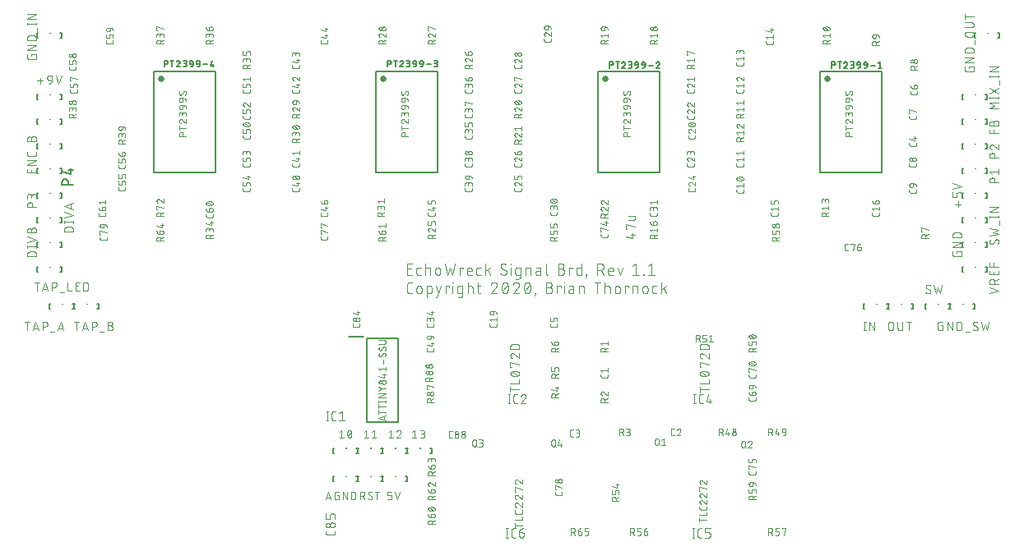
<source format=gbr>
G04 EAGLE Gerber RS-274X export*
G75*
%MOMM*%
%FSLAX34Y34*%
%LPD*%
%INSilkscreen Top*%
%IPPOS*%
%AMOC8*
5,1,8,0,0,1.08239X$1,22.5*%
G01*
%ADD10C,0.101600*%
%ADD11C,0.152400*%
%ADD12C,0.000000*%
%ADD13C,0.050800*%
%ADD14C,0.076200*%
%ADD15C,0.127000*%
%ADD16C,0.203200*%
%ADD17C,0.635000*%
%ADD18C,0.200000*%


D10*
X399401Y273558D02*
X394208Y273558D01*
X394208Y285242D01*
X399401Y285242D01*
X398103Y280049D02*
X394208Y280049D01*
X405558Y273558D02*
X408155Y273558D01*
X405558Y273558D02*
X405471Y273560D01*
X405383Y273566D01*
X405297Y273576D01*
X405210Y273589D01*
X405125Y273607D01*
X405040Y273628D01*
X404956Y273653D01*
X404874Y273682D01*
X404793Y273715D01*
X404713Y273751D01*
X404635Y273790D01*
X404559Y273834D01*
X404485Y273880D01*
X404414Y273930D01*
X404344Y273983D01*
X404277Y274039D01*
X404213Y274098D01*
X404151Y274160D01*
X404092Y274224D01*
X404036Y274291D01*
X403983Y274361D01*
X403933Y274432D01*
X403887Y274506D01*
X403843Y274582D01*
X403804Y274660D01*
X403768Y274740D01*
X403735Y274821D01*
X403706Y274903D01*
X403681Y274987D01*
X403660Y275072D01*
X403642Y275157D01*
X403629Y275244D01*
X403619Y275330D01*
X403613Y275418D01*
X403611Y275505D01*
X403611Y279400D01*
X403613Y279487D01*
X403619Y279575D01*
X403629Y279661D01*
X403642Y279748D01*
X403660Y279833D01*
X403681Y279918D01*
X403706Y280002D01*
X403735Y280084D01*
X403768Y280165D01*
X403804Y280245D01*
X403843Y280323D01*
X403887Y280399D01*
X403933Y280473D01*
X403983Y280544D01*
X404036Y280614D01*
X404092Y280681D01*
X404151Y280745D01*
X404213Y280807D01*
X404277Y280866D01*
X404344Y280922D01*
X404414Y280975D01*
X404485Y281025D01*
X404559Y281071D01*
X404635Y281115D01*
X404713Y281154D01*
X404793Y281190D01*
X404874Y281223D01*
X404956Y281252D01*
X405040Y281277D01*
X405125Y281298D01*
X405210Y281316D01*
X405297Y281329D01*
X405383Y281339D01*
X405471Y281345D01*
X405558Y281347D01*
X408155Y281347D01*
X412742Y285242D02*
X412742Y273558D01*
X412742Y281347D02*
X415987Y281347D01*
X416074Y281345D01*
X416162Y281339D01*
X416248Y281329D01*
X416335Y281316D01*
X416420Y281298D01*
X416505Y281277D01*
X416589Y281252D01*
X416671Y281223D01*
X416752Y281190D01*
X416832Y281154D01*
X416910Y281115D01*
X416986Y281071D01*
X417060Y281025D01*
X417131Y280975D01*
X417201Y280922D01*
X417268Y280866D01*
X417332Y280807D01*
X417394Y280746D01*
X417453Y280681D01*
X417509Y280614D01*
X417562Y280544D01*
X417612Y280473D01*
X417658Y280399D01*
X417702Y280323D01*
X417741Y280245D01*
X417777Y280165D01*
X417810Y280084D01*
X417839Y280002D01*
X417864Y279918D01*
X417885Y279833D01*
X417903Y279748D01*
X417916Y279661D01*
X417926Y279575D01*
X417932Y279487D01*
X417934Y279400D01*
X417934Y273558D01*
X423029Y276154D02*
X423029Y278751D01*
X423031Y278852D01*
X423037Y278952D01*
X423047Y279052D01*
X423060Y279152D01*
X423078Y279251D01*
X423099Y279350D01*
X423124Y279447D01*
X423153Y279544D01*
X423186Y279639D01*
X423222Y279733D01*
X423262Y279825D01*
X423305Y279916D01*
X423352Y280005D01*
X423402Y280092D01*
X423456Y280178D01*
X423513Y280261D01*
X423573Y280341D01*
X423636Y280420D01*
X423703Y280496D01*
X423772Y280569D01*
X423844Y280639D01*
X423918Y280707D01*
X423995Y280772D01*
X424075Y280833D01*
X424157Y280892D01*
X424241Y280947D01*
X424327Y280999D01*
X424415Y281048D01*
X424505Y281093D01*
X424597Y281135D01*
X424690Y281173D01*
X424785Y281207D01*
X424880Y281238D01*
X424977Y281265D01*
X425075Y281288D01*
X425174Y281308D01*
X425274Y281323D01*
X425374Y281335D01*
X425474Y281343D01*
X425575Y281347D01*
X425675Y281347D01*
X425776Y281343D01*
X425876Y281335D01*
X425976Y281323D01*
X426076Y281308D01*
X426175Y281288D01*
X426273Y281265D01*
X426370Y281238D01*
X426465Y281207D01*
X426560Y281173D01*
X426653Y281135D01*
X426745Y281093D01*
X426835Y281048D01*
X426923Y280999D01*
X427009Y280947D01*
X427093Y280892D01*
X427175Y280833D01*
X427255Y280772D01*
X427332Y280707D01*
X427406Y280639D01*
X427478Y280569D01*
X427547Y280496D01*
X427614Y280420D01*
X427677Y280341D01*
X427737Y280261D01*
X427794Y280178D01*
X427848Y280092D01*
X427898Y280005D01*
X427945Y279916D01*
X427988Y279825D01*
X428028Y279733D01*
X428064Y279639D01*
X428097Y279544D01*
X428126Y279447D01*
X428151Y279350D01*
X428172Y279251D01*
X428190Y279152D01*
X428203Y279052D01*
X428213Y278952D01*
X428219Y278852D01*
X428221Y278751D01*
X428221Y276154D01*
X428219Y276053D01*
X428213Y275953D01*
X428203Y275853D01*
X428190Y275753D01*
X428172Y275654D01*
X428151Y275555D01*
X428126Y275458D01*
X428097Y275361D01*
X428064Y275266D01*
X428028Y275172D01*
X427988Y275080D01*
X427945Y274989D01*
X427898Y274900D01*
X427848Y274813D01*
X427794Y274727D01*
X427737Y274644D01*
X427677Y274564D01*
X427614Y274485D01*
X427547Y274409D01*
X427478Y274336D01*
X427406Y274266D01*
X427332Y274198D01*
X427255Y274133D01*
X427175Y274072D01*
X427093Y274013D01*
X427009Y273958D01*
X426923Y273906D01*
X426835Y273857D01*
X426745Y273812D01*
X426653Y273770D01*
X426560Y273732D01*
X426465Y273698D01*
X426370Y273667D01*
X426273Y273640D01*
X426175Y273617D01*
X426076Y273597D01*
X425976Y273582D01*
X425876Y273570D01*
X425776Y273562D01*
X425675Y273558D01*
X425575Y273558D01*
X425474Y273562D01*
X425374Y273570D01*
X425274Y273582D01*
X425174Y273597D01*
X425075Y273617D01*
X424977Y273640D01*
X424880Y273667D01*
X424785Y273698D01*
X424690Y273732D01*
X424597Y273770D01*
X424505Y273812D01*
X424415Y273857D01*
X424327Y273906D01*
X424241Y273958D01*
X424157Y274013D01*
X424075Y274072D01*
X423995Y274133D01*
X423918Y274198D01*
X423844Y274266D01*
X423772Y274336D01*
X423703Y274409D01*
X423636Y274485D01*
X423573Y274564D01*
X423513Y274644D01*
X423456Y274727D01*
X423402Y274813D01*
X423352Y274900D01*
X423305Y274989D01*
X423262Y275080D01*
X423222Y275172D01*
X423186Y275266D01*
X423153Y275361D01*
X423124Y275458D01*
X423099Y275555D01*
X423078Y275654D01*
X423060Y275753D01*
X423047Y275853D01*
X423037Y275953D01*
X423031Y276053D01*
X423029Y276154D01*
X435221Y273558D02*
X432624Y285242D01*
X437817Y281347D02*
X435221Y273558D01*
X440413Y273558D02*
X437817Y281347D01*
X443010Y285242D02*
X440413Y273558D01*
X447860Y273558D02*
X447860Y281347D01*
X451755Y281347D01*
X451755Y280049D01*
X457361Y273558D02*
X460606Y273558D01*
X457361Y273558D02*
X457274Y273560D01*
X457186Y273566D01*
X457100Y273576D01*
X457013Y273589D01*
X456928Y273607D01*
X456843Y273628D01*
X456759Y273653D01*
X456677Y273682D01*
X456596Y273715D01*
X456516Y273751D01*
X456438Y273790D01*
X456362Y273834D01*
X456288Y273880D01*
X456217Y273930D01*
X456147Y273983D01*
X456080Y274039D01*
X456016Y274098D01*
X455954Y274160D01*
X455895Y274224D01*
X455839Y274291D01*
X455786Y274361D01*
X455736Y274432D01*
X455690Y274506D01*
X455646Y274582D01*
X455607Y274660D01*
X455571Y274740D01*
X455538Y274821D01*
X455509Y274903D01*
X455484Y274987D01*
X455463Y275072D01*
X455445Y275157D01*
X455432Y275244D01*
X455422Y275330D01*
X455416Y275418D01*
X455414Y275505D01*
X455414Y278751D01*
X455416Y278852D01*
X455422Y278952D01*
X455432Y279052D01*
X455445Y279152D01*
X455463Y279251D01*
X455484Y279350D01*
X455509Y279447D01*
X455538Y279544D01*
X455571Y279639D01*
X455607Y279733D01*
X455647Y279825D01*
X455690Y279916D01*
X455737Y280005D01*
X455787Y280092D01*
X455841Y280178D01*
X455898Y280261D01*
X455958Y280341D01*
X456021Y280420D01*
X456088Y280496D01*
X456157Y280569D01*
X456229Y280639D01*
X456303Y280707D01*
X456380Y280772D01*
X456460Y280833D01*
X456542Y280892D01*
X456626Y280947D01*
X456712Y280999D01*
X456800Y281048D01*
X456890Y281093D01*
X456982Y281135D01*
X457075Y281173D01*
X457170Y281207D01*
X457265Y281238D01*
X457362Y281265D01*
X457460Y281288D01*
X457559Y281308D01*
X457659Y281323D01*
X457759Y281335D01*
X457859Y281343D01*
X457960Y281347D01*
X458060Y281347D01*
X458161Y281343D01*
X458261Y281335D01*
X458361Y281323D01*
X458461Y281308D01*
X458560Y281288D01*
X458658Y281265D01*
X458755Y281238D01*
X458850Y281207D01*
X458945Y281173D01*
X459038Y281135D01*
X459130Y281093D01*
X459220Y281048D01*
X459308Y280999D01*
X459394Y280947D01*
X459478Y280892D01*
X459560Y280833D01*
X459640Y280772D01*
X459717Y280707D01*
X459791Y280639D01*
X459863Y280569D01*
X459932Y280496D01*
X459999Y280420D01*
X460062Y280341D01*
X460122Y280261D01*
X460179Y280178D01*
X460233Y280092D01*
X460283Y280005D01*
X460330Y279916D01*
X460373Y279825D01*
X460413Y279733D01*
X460449Y279639D01*
X460482Y279544D01*
X460511Y279447D01*
X460536Y279350D01*
X460557Y279251D01*
X460575Y279152D01*
X460588Y279052D01*
X460598Y278952D01*
X460604Y278852D01*
X460606Y278751D01*
X460606Y277453D01*
X455414Y277453D01*
X467280Y273558D02*
X469877Y273558D01*
X467280Y273558D02*
X467193Y273560D01*
X467105Y273566D01*
X467019Y273576D01*
X466932Y273589D01*
X466847Y273607D01*
X466762Y273628D01*
X466678Y273653D01*
X466596Y273682D01*
X466515Y273715D01*
X466435Y273751D01*
X466357Y273790D01*
X466281Y273834D01*
X466207Y273880D01*
X466136Y273930D01*
X466066Y273983D01*
X465999Y274039D01*
X465935Y274098D01*
X465873Y274160D01*
X465814Y274224D01*
X465758Y274291D01*
X465705Y274361D01*
X465655Y274432D01*
X465609Y274506D01*
X465565Y274582D01*
X465526Y274660D01*
X465490Y274740D01*
X465457Y274821D01*
X465428Y274903D01*
X465403Y274987D01*
X465382Y275072D01*
X465364Y275157D01*
X465351Y275244D01*
X465341Y275330D01*
X465335Y275418D01*
X465333Y275505D01*
X465333Y279400D01*
X465335Y279487D01*
X465341Y279575D01*
X465351Y279661D01*
X465364Y279748D01*
X465382Y279833D01*
X465403Y279918D01*
X465428Y280002D01*
X465457Y280084D01*
X465490Y280165D01*
X465526Y280245D01*
X465565Y280323D01*
X465609Y280399D01*
X465655Y280473D01*
X465705Y280544D01*
X465758Y280614D01*
X465814Y280681D01*
X465873Y280745D01*
X465935Y280807D01*
X465999Y280866D01*
X466066Y280922D01*
X466136Y280975D01*
X466207Y281025D01*
X466281Y281071D01*
X466357Y281115D01*
X466435Y281154D01*
X466515Y281190D01*
X466596Y281223D01*
X466678Y281252D01*
X466762Y281277D01*
X466847Y281298D01*
X466932Y281316D01*
X467019Y281329D01*
X467105Y281339D01*
X467193Y281345D01*
X467280Y281347D01*
X469877Y281347D01*
X474599Y285242D02*
X474599Y273558D01*
X474599Y277453D02*
X479792Y281347D01*
X476871Y279075D02*
X479792Y273558D01*
X493711Y273558D02*
X493810Y273560D01*
X493910Y273566D01*
X494009Y273575D01*
X494107Y273588D01*
X494205Y273605D01*
X494303Y273626D01*
X494399Y273651D01*
X494494Y273679D01*
X494588Y273711D01*
X494681Y273746D01*
X494773Y273785D01*
X494863Y273828D01*
X494951Y273873D01*
X495038Y273923D01*
X495122Y273975D01*
X495205Y274031D01*
X495285Y274089D01*
X495363Y274151D01*
X495438Y274216D01*
X495511Y274284D01*
X495581Y274354D01*
X495649Y274427D01*
X495714Y274502D01*
X495776Y274580D01*
X495834Y274660D01*
X495890Y274743D01*
X495942Y274827D01*
X495992Y274914D01*
X496037Y275002D01*
X496080Y275092D01*
X496119Y275184D01*
X496154Y275277D01*
X496186Y275371D01*
X496214Y275466D01*
X496239Y275562D01*
X496260Y275660D01*
X496277Y275758D01*
X496290Y275856D01*
X496299Y275955D01*
X496305Y276055D01*
X496307Y276154D01*
X493711Y273558D02*
X493567Y273560D01*
X493422Y273566D01*
X493278Y273575D01*
X493135Y273588D01*
X492991Y273605D01*
X492848Y273626D01*
X492706Y273651D01*
X492565Y273679D01*
X492424Y273711D01*
X492284Y273747D01*
X492145Y273786D01*
X492007Y273829D01*
X491871Y273876D01*
X491735Y273926D01*
X491601Y273980D01*
X491469Y274037D01*
X491338Y274098D01*
X491209Y274162D01*
X491081Y274230D01*
X490955Y274300D01*
X490831Y274375D01*
X490710Y274452D01*
X490590Y274533D01*
X490472Y274616D01*
X490357Y274703D01*
X490244Y274793D01*
X490133Y274886D01*
X490025Y274981D01*
X489919Y275080D01*
X489816Y275181D01*
X490141Y282646D02*
X490143Y282745D01*
X490149Y282845D01*
X490158Y282944D01*
X490171Y283042D01*
X490188Y283140D01*
X490209Y283238D01*
X490234Y283334D01*
X490262Y283429D01*
X490294Y283523D01*
X490329Y283616D01*
X490368Y283708D01*
X490411Y283798D01*
X490456Y283886D01*
X490506Y283973D01*
X490558Y284057D01*
X490614Y284140D01*
X490672Y284220D01*
X490734Y284298D01*
X490799Y284373D01*
X490867Y284446D01*
X490937Y284516D01*
X491010Y284584D01*
X491085Y284649D01*
X491163Y284711D01*
X491243Y284769D01*
X491326Y284825D01*
X491410Y284877D01*
X491497Y284927D01*
X491585Y284972D01*
X491675Y285015D01*
X491767Y285054D01*
X491860Y285089D01*
X491954Y285121D01*
X492049Y285149D01*
X492146Y285174D01*
X492243Y285195D01*
X492341Y285212D01*
X492439Y285225D01*
X492538Y285234D01*
X492638Y285240D01*
X492737Y285242D01*
X492873Y285240D01*
X493009Y285234D01*
X493145Y285225D01*
X493281Y285212D01*
X493416Y285194D01*
X493550Y285174D01*
X493684Y285149D01*
X493818Y285121D01*
X493950Y285088D01*
X494081Y285053D01*
X494212Y285013D01*
X494341Y284970D01*
X494469Y284924D01*
X494595Y284873D01*
X494721Y284820D01*
X494844Y284762D01*
X494966Y284702D01*
X495086Y284638D01*
X495205Y284570D01*
X495321Y284500D01*
X495435Y284426D01*
X495548Y284349D01*
X495658Y284268D01*
X491439Y280374D02*
X491353Y280427D01*
X491269Y280484D01*
X491187Y280543D01*
X491107Y280606D01*
X491030Y280672D01*
X490955Y280740D01*
X490883Y280812D01*
X490814Y280886D01*
X490748Y280963D01*
X490685Y281042D01*
X490625Y281124D01*
X490568Y281208D01*
X490514Y281294D01*
X490464Y281382D01*
X490417Y281472D01*
X490373Y281563D01*
X490334Y281657D01*
X490297Y281751D01*
X490265Y281847D01*
X490236Y281945D01*
X490211Y282043D01*
X490190Y282142D01*
X490172Y282242D01*
X490159Y282342D01*
X490149Y282443D01*
X490143Y282545D01*
X490141Y282646D01*
X495009Y278426D02*
X495095Y278373D01*
X495179Y278316D01*
X495261Y278257D01*
X495341Y278194D01*
X495418Y278128D01*
X495493Y278060D01*
X495565Y277988D01*
X495634Y277914D01*
X495700Y277837D01*
X495763Y277758D01*
X495823Y277676D01*
X495880Y277592D01*
X495934Y277506D01*
X495984Y277418D01*
X496031Y277328D01*
X496075Y277237D01*
X496114Y277143D01*
X496151Y277049D01*
X496183Y276953D01*
X496212Y276855D01*
X496237Y276757D01*
X496258Y276658D01*
X496276Y276558D01*
X496289Y276458D01*
X496299Y276357D01*
X496305Y276255D01*
X496307Y276154D01*
X495009Y278426D02*
X491439Y280374D01*
X500682Y281347D02*
X500682Y273558D01*
X500357Y284593D02*
X500357Y285242D01*
X501006Y285242D01*
X501006Y284593D01*
X500357Y284593D01*
X507213Y273558D02*
X510458Y273558D01*
X507213Y273558D02*
X507126Y273560D01*
X507038Y273566D01*
X506952Y273576D01*
X506865Y273589D01*
X506780Y273607D01*
X506695Y273628D01*
X506611Y273653D01*
X506529Y273682D01*
X506448Y273715D01*
X506368Y273751D01*
X506290Y273790D01*
X506214Y273834D01*
X506140Y273880D01*
X506069Y273930D01*
X505999Y273983D01*
X505932Y274039D01*
X505868Y274098D01*
X505806Y274160D01*
X505747Y274224D01*
X505691Y274291D01*
X505638Y274361D01*
X505588Y274432D01*
X505542Y274506D01*
X505498Y274582D01*
X505459Y274660D01*
X505423Y274740D01*
X505390Y274821D01*
X505361Y274903D01*
X505336Y274987D01*
X505315Y275072D01*
X505297Y275157D01*
X505284Y275244D01*
X505274Y275330D01*
X505268Y275418D01*
X505266Y275505D01*
X505266Y279400D01*
X505268Y279487D01*
X505274Y279575D01*
X505284Y279661D01*
X505297Y279748D01*
X505315Y279833D01*
X505336Y279918D01*
X505361Y280002D01*
X505390Y280084D01*
X505423Y280165D01*
X505459Y280245D01*
X505498Y280323D01*
X505542Y280399D01*
X505588Y280473D01*
X505638Y280544D01*
X505691Y280614D01*
X505747Y280681D01*
X505806Y280745D01*
X505868Y280807D01*
X505932Y280866D01*
X505999Y280922D01*
X506069Y280975D01*
X506140Y281025D01*
X506214Y281071D01*
X506290Y281115D01*
X506368Y281154D01*
X506448Y281190D01*
X506529Y281223D01*
X506611Y281252D01*
X506695Y281277D01*
X506780Y281298D01*
X506865Y281316D01*
X506952Y281329D01*
X507038Y281339D01*
X507126Y281345D01*
X507213Y281347D01*
X510458Y281347D01*
X510458Y271611D01*
X510456Y271524D01*
X510450Y271436D01*
X510440Y271350D01*
X510427Y271263D01*
X510409Y271178D01*
X510388Y271093D01*
X510363Y271009D01*
X510334Y270927D01*
X510301Y270846D01*
X510265Y270766D01*
X510226Y270688D01*
X510182Y270612D01*
X510136Y270538D01*
X510086Y270467D01*
X510033Y270397D01*
X509977Y270330D01*
X509918Y270266D01*
X509857Y270204D01*
X509792Y270145D01*
X509725Y270089D01*
X509655Y270036D01*
X509584Y269986D01*
X509510Y269940D01*
X509434Y269896D01*
X509356Y269857D01*
X509276Y269821D01*
X509195Y269788D01*
X509113Y269759D01*
X509029Y269734D01*
X508944Y269713D01*
X508859Y269695D01*
X508772Y269682D01*
X508686Y269672D01*
X508598Y269666D01*
X508511Y269664D01*
X508511Y269663D02*
X505915Y269663D01*
X515992Y273558D02*
X515992Y281347D01*
X519238Y281347D01*
X519325Y281345D01*
X519413Y281339D01*
X519499Y281329D01*
X519586Y281316D01*
X519671Y281298D01*
X519756Y281277D01*
X519840Y281252D01*
X519922Y281223D01*
X520003Y281190D01*
X520083Y281154D01*
X520161Y281115D01*
X520237Y281071D01*
X520311Y281025D01*
X520382Y280975D01*
X520452Y280922D01*
X520519Y280866D01*
X520583Y280807D01*
X520645Y280746D01*
X520704Y280681D01*
X520760Y280614D01*
X520813Y280544D01*
X520863Y280473D01*
X520909Y280399D01*
X520953Y280323D01*
X520992Y280245D01*
X521028Y280165D01*
X521061Y280084D01*
X521090Y280002D01*
X521115Y279918D01*
X521136Y279833D01*
X521154Y279748D01*
X521167Y279661D01*
X521177Y279575D01*
X521183Y279487D01*
X521185Y279400D01*
X521185Y273558D01*
X528492Y278102D02*
X531413Y278102D01*
X528492Y278102D02*
X528398Y278100D01*
X528304Y278094D01*
X528211Y278085D01*
X528118Y278071D01*
X528026Y278054D01*
X527934Y278032D01*
X527844Y278008D01*
X527754Y277979D01*
X527666Y277947D01*
X527579Y277911D01*
X527494Y277871D01*
X527411Y277828D01*
X527329Y277782D01*
X527249Y277732D01*
X527172Y277679D01*
X527097Y277623D01*
X527024Y277564D01*
X526953Y277502D01*
X526885Y277437D01*
X526820Y277369D01*
X526758Y277298D01*
X526699Y277225D01*
X526643Y277150D01*
X526590Y277073D01*
X526540Y276993D01*
X526494Y276911D01*
X526451Y276828D01*
X526411Y276743D01*
X526375Y276656D01*
X526343Y276568D01*
X526314Y276478D01*
X526290Y276388D01*
X526268Y276296D01*
X526251Y276204D01*
X526237Y276111D01*
X526228Y276018D01*
X526222Y275924D01*
X526220Y275830D01*
X526222Y275736D01*
X526228Y275642D01*
X526237Y275549D01*
X526251Y275456D01*
X526268Y275364D01*
X526290Y275272D01*
X526314Y275182D01*
X526343Y275092D01*
X526375Y275004D01*
X526411Y274917D01*
X526451Y274832D01*
X526494Y274749D01*
X526540Y274667D01*
X526590Y274587D01*
X526643Y274510D01*
X526699Y274435D01*
X526758Y274362D01*
X526820Y274291D01*
X526885Y274223D01*
X526953Y274158D01*
X527024Y274096D01*
X527097Y274037D01*
X527172Y273981D01*
X527249Y273928D01*
X527329Y273878D01*
X527411Y273832D01*
X527494Y273789D01*
X527579Y273749D01*
X527666Y273713D01*
X527754Y273681D01*
X527844Y273652D01*
X527934Y273628D01*
X528026Y273606D01*
X528118Y273589D01*
X528211Y273575D01*
X528304Y273566D01*
X528398Y273560D01*
X528492Y273558D01*
X531413Y273558D01*
X531413Y279400D01*
X531411Y279487D01*
X531405Y279575D01*
X531395Y279661D01*
X531382Y279748D01*
X531364Y279833D01*
X531343Y279918D01*
X531318Y280002D01*
X531289Y280084D01*
X531256Y280165D01*
X531220Y280245D01*
X531181Y280323D01*
X531137Y280399D01*
X531091Y280473D01*
X531041Y280544D01*
X530988Y280614D01*
X530932Y280681D01*
X530873Y280745D01*
X530811Y280807D01*
X530747Y280866D01*
X530680Y280922D01*
X530610Y280975D01*
X530539Y281025D01*
X530465Y281071D01*
X530389Y281115D01*
X530311Y281154D01*
X530231Y281190D01*
X530150Y281223D01*
X530068Y281252D01*
X529984Y281277D01*
X529899Y281298D01*
X529814Y281316D01*
X529727Y281329D01*
X529641Y281339D01*
X529553Y281345D01*
X529466Y281347D01*
X526870Y281347D01*
X536716Y285242D02*
X536716Y275505D01*
X536718Y275418D01*
X536724Y275330D01*
X536734Y275244D01*
X536747Y275157D01*
X536765Y275072D01*
X536786Y274987D01*
X536811Y274903D01*
X536840Y274821D01*
X536873Y274740D01*
X536909Y274660D01*
X536948Y274582D01*
X536992Y274506D01*
X537038Y274432D01*
X537088Y274361D01*
X537141Y274291D01*
X537197Y274224D01*
X537256Y274160D01*
X537318Y274098D01*
X537382Y274039D01*
X537449Y273983D01*
X537519Y273930D01*
X537590Y273880D01*
X537664Y273834D01*
X537740Y273790D01*
X537818Y273751D01*
X537898Y273715D01*
X537979Y273682D01*
X538061Y273653D01*
X538145Y273628D01*
X538230Y273607D01*
X538315Y273589D01*
X538402Y273576D01*
X538488Y273566D01*
X538576Y273560D01*
X538663Y273558D01*
X549422Y280049D02*
X552667Y280049D01*
X552667Y280050D02*
X552780Y280048D01*
X552893Y280042D01*
X553006Y280032D01*
X553119Y280018D01*
X553231Y280001D01*
X553342Y279979D01*
X553452Y279954D01*
X553562Y279924D01*
X553670Y279891D01*
X553777Y279854D01*
X553883Y279814D01*
X553987Y279769D01*
X554090Y279721D01*
X554191Y279670D01*
X554290Y279615D01*
X554387Y279557D01*
X554482Y279495D01*
X554575Y279430D01*
X554665Y279362D01*
X554753Y279291D01*
X554839Y279216D01*
X554922Y279139D01*
X555002Y279059D01*
X555079Y278976D01*
X555154Y278890D01*
X555225Y278802D01*
X555293Y278712D01*
X555358Y278619D01*
X555420Y278524D01*
X555478Y278427D01*
X555533Y278328D01*
X555584Y278227D01*
X555632Y278124D01*
X555677Y278020D01*
X555717Y277914D01*
X555754Y277807D01*
X555787Y277699D01*
X555817Y277589D01*
X555842Y277479D01*
X555864Y277368D01*
X555881Y277256D01*
X555895Y277143D01*
X555905Y277030D01*
X555911Y276917D01*
X555913Y276804D01*
X555911Y276691D01*
X555905Y276578D01*
X555895Y276465D01*
X555881Y276352D01*
X555864Y276240D01*
X555842Y276129D01*
X555817Y276019D01*
X555787Y275909D01*
X555754Y275801D01*
X555717Y275694D01*
X555677Y275588D01*
X555632Y275484D01*
X555584Y275381D01*
X555533Y275280D01*
X555478Y275181D01*
X555420Y275084D01*
X555358Y274989D01*
X555293Y274896D01*
X555225Y274806D01*
X555154Y274718D01*
X555079Y274632D01*
X555002Y274549D01*
X554922Y274469D01*
X554839Y274392D01*
X554753Y274317D01*
X554665Y274246D01*
X554575Y274178D01*
X554482Y274113D01*
X554387Y274051D01*
X554290Y273993D01*
X554191Y273938D01*
X554090Y273887D01*
X553987Y273839D01*
X553883Y273794D01*
X553777Y273754D01*
X553670Y273717D01*
X553562Y273684D01*
X553452Y273654D01*
X553342Y273629D01*
X553231Y273607D01*
X553119Y273590D01*
X553006Y273576D01*
X552893Y273566D01*
X552780Y273560D01*
X552667Y273558D01*
X549422Y273558D01*
X549422Y285242D01*
X552667Y285242D01*
X552768Y285240D01*
X552868Y285234D01*
X552968Y285224D01*
X553068Y285211D01*
X553167Y285193D01*
X553266Y285172D01*
X553363Y285147D01*
X553460Y285118D01*
X553555Y285085D01*
X553649Y285049D01*
X553741Y285009D01*
X553832Y284966D01*
X553921Y284919D01*
X554008Y284869D01*
X554094Y284815D01*
X554177Y284758D01*
X554257Y284698D01*
X554336Y284635D01*
X554412Y284568D01*
X554485Y284499D01*
X554555Y284427D01*
X554623Y284353D01*
X554688Y284276D01*
X554749Y284196D01*
X554808Y284114D01*
X554863Y284030D01*
X554915Y283944D01*
X554964Y283856D01*
X555009Y283766D01*
X555051Y283674D01*
X555089Y283581D01*
X555123Y283486D01*
X555154Y283391D01*
X555181Y283294D01*
X555204Y283196D01*
X555224Y283097D01*
X555239Y282997D01*
X555251Y282897D01*
X555259Y282797D01*
X555263Y282696D01*
X555263Y282596D01*
X555259Y282495D01*
X555251Y282395D01*
X555239Y282295D01*
X555224Y282195D01*
X555204Y282096D01*
X555181Y281998D01*
X555154Y281901D01*
X555123Y281806D01*
X555089Y281711D01*
X555051Y281618D01*
X555009Y281526D01*
X554964Y281436D01*
X554915Y281348D01*
X554863Y281262D01*
X554808Y281178D01*
X554749Y281096D01*
X554688Y281016D01*
X554623Y280939D01*
X554555Y280865D01*
X554485Y280793D01*
X554412Y280724D01*
X554336Y280657D01*
X554257Y280594D01*
X554177Y280534D01*
X554094Y280477D01*
X554008Y280423D01*
X553921Y280373D01*
X553832Y280326D01*
X553741Y280283D01*
X553649Y280243D01*
X553555Y280207D01*
X553460Y280174D01*
X553363Y280145D01*
X553266Y280120D01*
X553167Y280099D01*
X553068Y280081D01*
X552968Y280068D01*
X552868Y280058D01*
X552768Y280052D01*
X552667Y280050D01*
X560636Y281347D02*
X560636Y273558D01*
X560636Y281347D02*
X564530Y281347D01*
X564530Y280049D01*
X573323Y285242D02*
X573323Y273558D01*
X570078Y273558D01*
X569991Y273560D01*
X569903Y273566D01*
X569817Y273576D01*
X569730Y273589D01*
X569645Y273607D01*
X569560Y273628D01*
X569476Y273653D01*
X569394Y273682D01*
X569313Y273715D01*
X569233Y273751D01*
X569155Y273790D01*
X569079Y273834D01*
X569005Y273880D01*
X568934Y273930D01*
X568864Y273983D01*
X568797Y274039D01*
X568733Y274098D01*
X568671Y274160D01*
X568612Y274224D01*
X568556Y274291D01*
X568503Y274361D01*
X568453Y274432D01*
X568407Y274506D01*
X568363Y274582D01*
X568324Y274660D01*
X568288Y274740D01*
X568255Y274821D01*
X568226Y274903D01*
X568201Y274987D01*
X568180Y275072D01*
X568162Y275157D01*
X568149Y275244D01*
X568139Y275330D01*
X568133Y275418D01*
X568131Y275505D01*
X568130Y275505D02*
X568130Y279400D01*
X568131Y279400D02*
X568133Y279487D01*
X568139Y279575D01*
X568149Y279661D01*
X568162Y279748D01*
X568180Y279833D01*
X568201Y279918D01*
X568226Y280002D01*
X568255Y280084D01*
X568288Y280165D01*
X568324Y280245D01*
X568363Y280323D01*
X568407Y280399D01*
X568453Y280473D01*
X568503Y280544D01*
X568556Y280614D01*
X568612Y280681D01*
X568671Y280745D01*
X568733Y280807D01*
X568797Y280866D01*
X568864Y280922D01*
X568934Y280975D01*
X569005Y281025D01*
X569079Y281071D01*
X569155Y281115D01*
X569233Y281154D01*
X569313Y281190D01*
X569394Y281223D01*
X569476Y281252D01*
X569560Y281277D01*
X569645Y281298D01*
X569730Y281316D01*
X569817Y281329D01*
X569903Y281339D01*
X569991Y281345D01*
X570078Y281347D01*
X573323Y281347D01*
X578038Y273558D02*
X578687Y273558D01*
X578038Y273558D02*
X578038Y274207D01*
X578687Y274207D01*
X578687Y273558D01*
X577713Y270962D01*
X589712Y273558D02*
X589712Y285242D01*
X592957Y285242D01*
X593070Y285240D01*
X593183Y285234D01*
X593296Y285224D01*
X593409Y285210D01*
X593521Y285193D01*
X593632Y285171D01*
X593742Y285146D01*
X593852Y285116D01*
X593960Y285083D01*
X594067Y285046D01*
X594173Y285006D01*
X594277Y284961D01*
X594380Y284913D01*
X594481Y284862D01*
X594580Y284807D01*
X594677Y284749D01*
X594772Y284687D01*
X594865Y284622D01*
X594955Y284554D01*
X595043Y284483D01*
X595129Y284408D01*
X595212Y284331D01*
X595292Y284251D01*
X595369Y284168D01*
X595444Y284082D01*
X595515Y283994D01*
X595583Y283904D01*
X595648Y283811D01*
X595710Y283716D01*
X595768Y283619D01*
X595823Y283520D01*
X595874Y283419D01*
X595922Y283316D01*
X595967Y283212D01*
X596007Y283106D01*
X596044Y282999D01*
X596077Y282891D01*
X596107Y282781D01*
X596132Y282671D01*
X596154Y282560D01*
X596171Y282448D01*
X596185Y282335D01*
X596195Y282222D01*
X596201Y282109D01*
X596203Y281996D01*
X596201Y281883D01*
X596195Y281770D01*
X596185Y281657D01*
X596171Y281544D01*
X596154Y281432D01*
X596132Y281321D01*
X596107Y281211D01*
X596077Y281101D01*
X596044Y280993D01*
X596007Y280886D01*
X595967Y280780D01*
X595922Y280676D01*
X595874Y280573D01*
X595823Y280472D01*
X595768Y280373D01*
X595710Y280276D01*
X595648Y280181D01*
X595583Y280088D01*
X595515Y279998D01*
X595444Y279910D01*
X595369Y279824D01*
X595292Y279741D01*
X595212Y279661D01*
X595129Y279584D01*
X595043Y279509D01*
X594955Y279438D01*
X594865Y279370D01*
X594772Y279305D01*
X594677Y279243D01*
X594580Y279185D01*
X594481Y279130D01*
X594380Y279079D01*
X594277Y279031D01*
X594173Y278986D01*
X594067Y278946D01*
X593960Y278909D01*
X593852Y278876D01*
X593742Y278846D01*
X593632Y278821D01*
X593521Y278799D01*
X593409Y278782D01*
X593296Y278768D01*
X593183Y278758D01*
X593070Y278752D01*
X592957Y278750D01*
X592957Y278751D02*
X589712Y278751D01*
X593606Y278751D02*
X596203Y273558D01*
X602903Y273558D02*
X606148Y273558D01*
X602903Y273558D02*
X602816Y273560D01*
X602728Y273566D01*
X602642Y273576D01*
X602555Y273589D01*
X602470Y273607D01*
X602385Y273628D01*
X602301Y273653D01*
X602219Y273682D01*
X602138Y273715D01*
X602058Y273751D01*
X601980Y273790D01*
X601904Y273834D01*
X601830Y273880D01*
X601759Y273930D01*
X601689Y273983D01*
X601622Y274039D01*
X601558Y274098D01*
X601496Y274160D01*
X601437Y274224D01*
X601381Y274291D01*
X601328Y274361D01*
X601278Y274432D01*
X601232Y274506D01*
X601188Y274582D01*
X601149Y274660D01*
X601113Y274740D01*
X601080Y274821D01*
X601051Y274903D01*
X601026Y274987D01*
X601005Y275072D01*
X600987Y275157D01*
X600974Y275244D01*
X600964Y275330D01*
X600958Y275418D01*
X600956Y275505D01*
X600955Y275505D02*
X600955Y278751D01*
X600956Y278751D02*
X600958Y278852D01*
X600964Y278952D01*
X600974Y279052D01*
X600987Y279152D01*
X601005Y279251D01*
X601026Y279350D01*
X601051Y279447D01*
X601080Y279544D01*
X601113Y279639D01*
X601149Y279733D01*
X601189Y279825D01*
X601232Y279916D01*
X601279Y280005D01*
X601329Y280092D01*
X601383Y280178D01*
X601440Y280261D01*
X601500Y280341D01*
X601563Y280420D01*
X601630Y280496D01*
X601699Y280569D01*
X601771Y280639D01*
X601845Y280707D01*
X601922Y280772D01*
X602002Y280833D01*
X602084Y280892D01*
X602168Y280947D01*
X602254Y280999D01*
X602342Y281048D01*
X602432Y281093D01*
X602524Y281135D01*
X602617Y281173D01*
X602712Y281207D01*
X602807Y281238D01*
X602904Y281265D01*
X603002Y281288D01*
X603101Y281308D01*
X603201Y281323D01*
X603301Y281335D01*
X603401Y281343D01*
X603502Y281347D01*
X603602Y281347D01*
X603703Y281343D01*
X603803Y281335D01*
X603903Y281323D01*
X604003Y281308D01*
X604102Y281288D01*
X604200Y281265D01*
X604297Y281238D01*
X604392Y281207D01*
X604487Y281173D01*
X604580Y281135D01*
X604672Y281093D01*
X604762Y281048D01*
X604850Y280999D01*
X604936Y280947D01*
X605020Y280892D01*
X605102Y280833D01*
X605182Y280772D01*
X605259Y280707D01*
X605333Y280639D01*
X605405Y280569D01*
X605474Y280496D01*
X605541Y280420D01*
X605604Y280341D01*
X605664Y280261D01*
X605721Y280178D01*
X605775Y280092D01*
X605825Y280005D01*
X605872Y279916D01*
X605915Y279825D01*
X605955Y279733D01*
X605991Y279639D01*
X606024Y279544D01*
X606053Y279447D01*
X606078Y279350D01*
X606099Y279251D01*
X606117Y279152D01*
X606130Y279052D01*
X606140Y278952D01*
X606146Y278852D01*
X606148Y278751D01*
X606148Y277453D01*
X600955Y277453D01*
X610480Y281347D02*
X613077Y273558D01*
X615673Y281347D01*
X626214Y282646D02*
X629460Y285242D01*
X629460Y273558D01*
X632705Y273558D02*
X626214Y273558D01*
X637136Y273558D02*
X637136Y274207D01*
X637785Y274207D01*
X637785Y273558D01*
X637136Y273558D01*
X642216Y282646D02*
X645462Y285242D01*
X645462Y273558D01*
X648707Y273558D02*
X642216Y273558D01*
X399401Y254508D02*
X396804Y254508D01*
X396705Y254510D01*
X396605Y254516D01*
X396506Y254525D01*
X396408Y254538D01*
X396310Y254555D01*
X396212Y254576D01*
X396116Y254601D01*
X396021Y254629D01*
X395927Y254661D01*
X395834Y254696D01*
X395742Y254735D01*
X395652Y254778D01*
X395564Y254823D01*
X395477Y254873D01*
X395393Y254925D01*
X395310Y254981D01*
X395230Y255039D01*
X395152Y255101D01*
X395077Y255166D01*
X395004Y255234D01*
X394934Y255304D01*
X394866Y255377D01*
X394801Y255452D01*
X394739Y255530D01*
X394681Y255610D01*
X394625Y255693D01*
X394573Y255777D01*
X394523Y255864D01*
X394478Y255952D01*
X394435Y256042D01*
X394396Y256134D01*
X394361Y256227D01*
X394329Y256321D01*
X394301Y256416D01*
X394276Y256512D01*
X394255Y256610D01*
X394238Y256708D01*
X394225Y256806D01*
X394216Y256905D01*
X394210Y257005D01*
X394208Y257104D01*
X394208Y263596D01*
X394210Y263695D01*
X394216Y263795D01*
X394225Y263894D01*
X394238Y263992D01*
X394255Y264090D01*
X394276Y264188D01*
X394301Y264284D01*
X394329Y264379D01*
X394361Y264473D01*
X394396Y264566D01*
X394435Y264658D01*
X394478Y264748D01*
X394523Y264836D01*
X394573Y264923D01*
X394625Y265007D01*
X394681Y265090D01*
X394739Y265170D01*
X394801Y265248D01*
X394866Y265323D01*
X394934Y265396D01*
X395004Y265466D01*
X395077Y265534D01*
X395152Y265599D01*
X395230Y265661D01*
X395310Y265719D01*
X395393Y265775D01*
X395477Y265827D01*
X395564Y265877D01*
X395652Y265922D01*
X395742Y265965D01*
X395834Y266004D01*
X395926Y266039D01*
X396021Y266071D01*
X396116Y266099D01*
X396212Y266124D01*
X396310Y266145D01*
X396408Y266162D01*
X396506Y266175D01*
X396605Y266184D01*
X396705Y266190D01*
X396804Y266192D01*
X399401Y266192D01*
X403653Y259701D02*
X403653Y257104D01*
X403654Y259701D02*
X403656Y259802D01*
X403662Y259902D01*
X403672Y260002D01*
X403685Y260102D01*
X403703Y260201D01*
X403724Y260300D01*
X403749Y260397D01*
X403778Y260494D01*
X403811Y260589D01*
X403847Y260683D01*
X403887Y260775D01*
X403930Y260866D01*
X403977Y260955D01*
X404027Y261042D01*
X404081Y261128D01*
X404138Y261211D01*
X404198Y261291D01*
X404261Y261370D01*
X404328Y261446D01*
X404397Y261519D01*
X404469Y261589D01*
X404543Y261657D01*
X404620Y261722D01*
X404700Y261783D01*
X404782Y261842D01*
X404866Y261897D01*
X404952Y261949D01*
X405040Y261998D01*
X405130Y262043D01*
X405222Y262085D01*
X405315Y262123D01*
X405410Y262157D01*
X405505Y262188D01*
X405602Y262215D01*
X405700Y262238D01*
X405799Y262258D01*
X405899Y262273D01*
X405999Y262285D01*
X406099Y262293D01*
X406200Y262297D01*
X406300Y262297D01*
X406401Y262293D01*
X406501Y262285D01*
X406601Y262273D01*
X406701Y262258D01*
X406800Y262238D01*
X406898Y262215D01*
X406995Y262188D01*
X407090Y262157D01*
X407185Y262123D01*
X407278Y262085D01*
X407370Y262043D01*
X407460Y261998D01*
X407548Y261949D01*
X407634Y261897D01*
X407718Y261842D01*
X407800Y261783D01*
X407880Y261722D01*
X407957Y261657D01*
X408031Y261589D01*
X408103Y261519D01*
X408172Y261446D01*
X408239Y261370D01*
X408302Y261291D01*
X408362Y261211D01*
X408419Y261128D01*
X408473Y261042D01*
X408523Y260955D01*
X408570Y260866D01*
X408613Y260775D01*
X408653Y260683D01*
X408689Y260589D01*
X408722Y260494D01*
X408751Y260397D01*
X408776Y260300D01*
X408797Y260201D01*
X408815Y260102D01*
X408828Y260002D01*
X408838Y259902D01*
X408844Y259802D01*
X408846Y259701D01*
X408846Y257104D01*
X408844Y257003D01*
X408838Y256903D01*
X408828Y256803D01*
X408815Y256703D01*
X408797Y256604D01*
X408776Y256505D01*
X408751Y256408D01*
X408722Y256311D01*
X408689Y256216D01*
X408653Y256122D01*
X408613Y256030D01*
X408570Y255939D01*
X408523Y255850D01*
X408473Y255763D01*
X408419Y255677D01*
X408362Y255594D01*
X408302Y255514D01*
X408239Y255435D01*
X408172Y255359D01*
X408103Y255286D01*
X408031Y255216D01*
X407957Y255148D01*
X407880Y255083D01*
X407800Y255022D01*
X407718Y254963D01*
X407634Y254908D01*
X407548Y254856D01*
X407460Y254807D01*
X407370Y254762D01*
X407278Y254720D01*
X407185Y254682D01*
X407090Y254648D01*
X406995Y254617D01*
X406898Y254590D01*
X406800Y254567D01*
X406701Y254547D01*
X406601Y254532D01*
X406501Y254520D01*
X406401Y254512D01*
X406300Y254508D01*
X406200Y254508D01*
X406099Y254512D01*
X405999Y254520D01*
X405899Y254532D01*
X405799Y254547D01*
X405700Y254567D01*
X405602Y254590D01*
X405505Y254617D01*
X405410Y254648D01*
X405315Y254682D01*
X405222Y254720D01*
X405130Y254762D01*
X405040Y254807D01*
X404952Y254856D01*
X404866Y254908D01*
X404782Y254963D01*
X404700Y255022D01*
X404620Y255083D01*
X404543Y255148D01*
X404469Y255216D01*
X404397Y255286D01*
X404328Y255359D01*
X404261Y255435D01*
X404198Y255514D01*
X404138Y255594D01*
X404081Y255677D01*
X404027Y255763D01*
X403977Y255850D01*
X403930Y255939D01*
X403887Y256030D01*
X403847Y256122D01*
X403811Y256216D01*
X403778Y256311D01*
X403749Y256408D01*
X403724Y256505D01*
X403703Y256604D01*
X403685Y256703D01*
X403672Y256803D01*
X403662Y256903D01*
X403656Y257003D01*
X403654Y257104D01*
X413999Y262297D02*
X413999Y250613D01*
X413999Y262297D02*
X417245Y262297D01*
X417332Y262295D01*
X417420Y262289D01*
X417506Y262279D01*
X417593Y262266D01*
X417678Y262248D01*
X417763Y262227D01*
X417847Y262202D01*
X417929Y262173D01*
X418010Y262140D01*
X418090Y262104D01*
X418168Y262065D01*
X418244Y262021D01*
X418318Y261975D01*
X418389Y261925D01*
X418459Y261872D01*
X418526Y261816D01*
X418590Y261757D01*
X418652Y261696D01*
X418711Y261631D01*
X418767Y261564D01*
X418820Y261494D01*
X418870Y261423D01*
X418916Y261349D01*
X418960Y261273D01*
X418999Y261195D01*
X419035Y261115D01*
X419068Y261034D01*
X419097Y260952D01*
X419122Y260868D01*
X419143Y260783D01*
X419161Y260698D01*
X419174Y260611D01*
X419184Y260525D01*
X419190Y260437D01*
X419192Y260350D01*
X419192Y256455D01*
X419190Y256368D01*
X419184Y256280D01*
X419174Y256194D01*
X419161Y256107D01*
X419143Y256022D01*
X419122Y255937D01*
X419097Y255853D01*
X419068Y255771D01*
X419035Y255690D01*
X418999Y255610D01*
X418960Y255532D01*
X418916Y255456D01*
X418870Y255382D01*
X418820Y255311D01*
X418767Y255241D01*
X418711Y255174D01*
X418652Y255110D01*
X418590Y255048D01*
X418526Y254989D01*
X418459Y254933D01*
X418389Y254880D01*
X418318Y254830D01*
X418244Y254784D01*
X418168Y254740D01*
X418090Y254701D01*
X418010Y254665D01*
X417929Y254632D01*
X417847Y254603D01*
X417763Y254578D01*
X417678Y254557D01*
X417593Y254539D01*
X417506Y254526D01*
X417420Y254516D01*
X417332Y254510D01*
X417245Y254508D01*
X413999Y254508D01*
X423465Y250613D02*
X424764Y250613D01*
X428658Y262297D01*
X423465Y262297D02*
X426062Y254508D01*
X433438Y254508D02*
X433438Y262297D01*
X437332Y262297D01*
X437332Y260999D01*
X440921Y262297D02*
X440921Y254508D01*
X440596Y265543D02*
X440596Y266192D01*
X441245Y266192D01*
X441245Y265543D01*
X440596Y265543D01*
X447452Y254508D02*
X450697Y254508D01*
X447452Y254508D02*
X447365Y254510D01*
X447277Y254516D01*
X447191Y254526D01*
X447104Y254539D01*
X447019Y254557D01*
X446934Y254578D01*
X446850Y254603D01*
X446768Y254632D01*
X446687Y254665D01*
X446607Y254701D01*
X446529Y254740D01*
X446453Y254784D01*
X446379Y254830D01*
X446308Y254880D01*
X446238Y254933D01*
X446171Y254989D01*
X446107Y255048D01*
X446045Y255110D01*
X445986Y255174D01*
X445930Y255241D01*
X445877Y255311D01*
X445827Y255382D01*
X445781Y255456D01*
X445737Y255532D01*
X445698Y255610D01*
X445662Y255690D01*
X445629Y255771D01*
X445600Y255853D01*
X445575Y255937D01*
X445554Y256022D01*
X445536Y256107D01*
X445523Y256194D01*
X445513Y256280D01*
X445507Y256368D01*
X445505Y256455D01*
X445504Y256455D02*
X445504Y260350D01*
X445505Y260350D02*
X445507Y260437D01*
X445513Y260525D01*
X445523Y260611D01*
X445536Y260698D01*
X445554Y260783D01*
X445575Y260868D01*
X445600Y260952D01*
X445629Y261034D01*
X445662Y261115D01*
X445698Y261195D01*
X445737Y261273D01*
X445781Y261349D01*
X445827Y261423D01*
X445877Y261494D01*
X445930Y261564D01*
X445986Y261631D01*
X446045Y261695D01*
X446107Y261757D01*
X446171Y261816D01*
X446238Y261872D01*
X446308Y261925D01*
X446379Y261975D01*
X446453Y262021D01*
X446529Y262065D01*
X446607Y262104D01*
X446687Y262140D01*
X446768Y262173D01*
X446850Y262202D01*
X446934Y262227D01*
X447019Y262248D01*
X447104Y262266D01*
X447191Y262279D01*
X447277Y262289D01*
X447365Y262295D01*
X447452Y262297D01*
X450697Y262297D01*
X450697Y252561D01*
X450695Y252474D01*
X450689Y252386D01*
X450679Y252300D01*
X450666Y252213D01*
X450648Y252128D01*
X450627Y252043D01*
X450602Y251959D01*
X450573Y251877D01*
X450540Y251796D01*
X450504Y251716D01*
X450465Y251638D01*
X450421Y251562D01*
X450375Y251488D01*
X450325Y251417D01*
X450272Y251347D01*
X450216Y251280D01*
X450157Y251216D01*
X450096Y251154D01*
X450031Y251095D01*
X449964Y251039D01*
X449894Y250986D01*
X449823Y250936D01*
X449749Y250890D01*
X449673Y250846D01*
X449595Y250807D01*
X449515Y250771D01*
X449434Y250738D01*
X449352Y250709D01*
X449268Y250684D01*
X449183Y250663D01*
X449098Y250645D01*
X449011Y250632D01*
X448925Y250622D01*
X448837Y250616D01*
X448750Y250614D01*
X448750Y250613D02*
X446153Y250613D01*
X456231Y254508D02*
X456231Y266192D01*
X456231Y262297D02*
X459477Y262297D01*
X459564Y262295D01*
X459652Y262289D01*
X459738Y262279D01*
X459825Y262266D01*
X459910Y262248D01*
X459995Y262227D01*
X460079Y262202D01*
X460161Y262173D01*
X460242Y262140D01*
X460322Y262104D01*
X460400Y262065D01*
X460476Y262021D01*
X460550Y261975D01*
X460621Y261925D01*
X460691Y261872D01*
X460758Y261816D01*
X460822Y261757D01*
X460884Y261696D01*
X460943Y261631D01*
X460999Y261564D01*
X461052Y261494D01*
X461102Y261423D01*
X461148Y261349D01*
X461192Y261273D01*
X461231Y261195D01*
X461267Y261115D01*
X461300Y261034D01*
X461329Y260952D01*
X461354Y260868D01*
X461375Y260783D01*
X461393Y260698D01*
X461406Y260611D01*
X461416Y260525D01*
X461422Y260437D01*
X461424Y260350D01*
X461424Y254508D01*
X465551Y262297D02*
X469446Y262297D01*
X466849Y266192D02*
X466849Y256455D01*
X466851Y256368D01*
X466857Y256280D01*
X466867Y256194D01*
X466880Y256107D01*
X466898Y256022D01*
X466919Y255937D01*
X466944Y255853D01*
X466973Y255771D01*
X467006Y255690D01*
X467042Y255610D01*
X467081Y255532D01*
X467125Y255456D01*
X467171Y255382D01*
X467221Y255311D01*
X467274Y255241D01*
X467330Y255174D01*
X467389Y255110D01*
X467451Y255048D01*
X467515Y254989D01*
X467582Y254933D01*
X467652Y254880D01*
X467723Y254830D01*
X467797Y254784D01*
X467873Y254740D01*
X467951Y254701D01*
X468031Y254665D01*
X468112Y254632D01*
X468194Y254603D01*
X468278Y254578D01*
X468363Y254557D01*
X468448Y254539D01*
X468535Y254526D01*
X468621Y254516D01*
X468709Y254510D01*
X468796Y254508D01*
X469446Y254508D01*
X483536Y266192D02*
X483643Y266190D01*
X483749Y266184D01*
X483855Y266174D01*
X483961Y266161D01*
X484067Y266143D01*
X484171Y266122D01*
X484275Y266097D01*
X484378Y266068D01*
X484479Y266036D01*
X484579Y265999D01*
X484678Y265959D01*
X484776Y265916D01*
X484872Y265869D01*
X484966Y265818D01*
X485058Y265764D01*
X485148Y265707D01*
X485236Y265647D01*
X485321Y265583D01*
X485404Y265516D01*
X485485Y265446D01*
X485563Y265374D01*
X485639Y265298D01*
X485711Y265220D01*
X485781Y265139D01*
X485848Y265056D01*
X485912Y264971D01*
X485972Y264883D01*
X486029Y264793D01*
X486083Y264701D01*
X486134Y264607D01*
X486181Y264511D01*
X486224Y264413D01*
X486264Y264314D01*
X486301Y264214D01*
X486333Y264113D01*
X486362Y264010D01*
X486387Y263906D01*
X486408Y263802D01*
X486426Y263696D01*
X486439Y263590D01*
X486449Y263484D01*
X486455Y263378D01*
X486457Y263271D01*
X483536Y266192D02*
X483415Y266190D01*
X483294Y266184D01*
X483174Y266174D01*
X483053Y266161D01*
X482934Y266143D01*
X482814Y266122D01*
X482696Y266097D01*
X482579Y266068D01*
X482462Y266035D01*
X482347Y265999D01*
X482233Y265958D01*
X482120Y265915D01*
X482008Y265867D01*
X481899Y265816D01*
X481791Y265761D01*
X481684Y265703D01*
X481580Y265642D01*
X481478Y265577D01*
X481378Y265509D01*
X481280Y265438D01*
X481184Y265364D01*
X481091Y265287D01*
X481001Y265206D01*
X480913Y265123D01*
X480828Y265037D01*
X480745Y264948D01*
X480666Y264857D01*
X480589Y264763D01*
X480516Y264667D01*
X480446Y264569D01*
X480379Y264468D01*
X480315Y264365D01*
X480255Y264260D01*
X480198Y264153D01*
X480144Y264045D01*
X480094Y263935D01*
X480048Y263823D01*
X480005Y263710D01*
X479966Y263595D01*
X485484Y260999D02*
X485563Y261076D01*
X485639Y261157D01*
X485712Y261240D01*
X485782Y261325D01*
X485849Y261413D01*
X485913Y261503D01*
X485973Y261595D01*
X486030Y261690D01*
X486084Y261786D01*
X486135Y261884D01*
X486182Y261984D01*
X486226Y262086D01*
X486266Y262189D01*
X486302Y262293D01*
X486334Y262399D01*
X486363Y262505D01*
X486388Y262613D01*
X486410Y262721D01*
X486427Y262831D01*
X486441Y262940D01*
X486450Y263050D01*
X486456Y263161D01*
X486458Y263271D01*
X485484Y260999D02*
X479966Y254508D01*
X486457Y254508D01*
X491397Y260350D02*
X491400Y260580D01*
X491408Y260810D01*
X491422Y261039D01*
X491441Y261268D01*
X491466Y261497D01*
X491496Y261724D01*
X491531Y261952D01*
X491572Y262178D01*
X491618Y262403D01*
X491670Y262627D01*
X491727Y262849D01*
X491789Y263071D01*
X491857Y263290D01*
X491930Y263508D01*
X492008Y263725D01*
X492091Y263939D01*
X492179Y264151D01*
X492272Y264361D01*
X492371Y264569D01*
X492370Y264569D02*
X492403Y264659D01*
X492439Y264748D01*
X492479Y264836D01*
X492523Y264921D01*
X492570Y265005D01*
X492620Y265087D01*
X492674Y265167D01*
X492730Y265244D01*
X492790Y265320D01*
X492853Y265393D01*
X492918Y265463D01*
X492987Y265531D01*
X493058Y265595D01*
X493131Y265657D01*
X493207Y265716D01*
X493285Y265772D01*
X493366Y265825D01*
X493448Y265874D01*
X493532Y265920D01*
X493619Y265963D01*
X493706Y266002D01*
X493796Y266038D01*
X493886Y266070D01*
X493978Y266098D01*
X494071Y266123D01*
X494165Y266144D01*
X494259Y266161D01*
X494354Y266175D01*
X494450Y266184D01*
X494546Y266190D01*
X494642Y266192D01*
X494738Y266190D01*
X494834Y266184D01*
X494930Y266175D01*
X495025Y266161D01*
X495119Y266144D01*
X495213Y266123D01*
X495306Y266098D01*
X495398Y266070D01*
X495488Y266038D01*
X495578Y266002D01*
X495665Y265963D01*
X495752Y265920D01*
X495836Y265874D01*
X495918Y265825D01*
X495999Y265772D01*
X496077Y265716D01*
X496153Y265657D01*
X496226Y265595D01*
X496297Y265531D01*
X496366Y265463D01*
X496431Y265393D01*
X496494Y265320D01*
X496554Y265244D01*
X496610Y265167D01*
X496664Y265087D01*
X496714Y265005D01*
X496761Y264921D01*
X496805Y264836D01*
X496845Y264748D01*
X496881Y264659D01*
X496914Y264569D01*
X497013Y264362D01*
X497106Y264152D01*
X497194Y263939D01*
X497277Y263725D01*
X497355Y263509D01*
X497428Y263291D01*
X497496Y263071D01*
X497558Y262850D01*
X497615Y262627D01*
X497667Y262403D01*
X497713Y262178D01*
X497754Y261952D01*
X497789Y261725D01*
X497819Y261497D01*
X497844Y261268D01*
X497863Y261039D01*
X497877Y260810D01*
X497885Y260580D01*
X497888Y260350D01*
X491396Y260350D02*
X491399Y260120D01*
X491407Y259890D01*
X491421Y259661D01*
X491440Y259432D01*
X491465Y259203D01*
X491495Y258975D01*
X491530Y258748D01*
X491571Y258522D01*
X491617Y258297D01*
X491669Y258073D01*
X491726Y257850D01*
X491788Y257629D01*
X491856Y257409D01*
X491929Y257191D01*
X492007Y256975D01*
X492090Y256761D01*
X492178Y256549D01*
X492271Y256338D01*
X492370Y256131D01*
X492403Y256041D01*
X492439Y255952D01*
X492480Y255864D01*
X492523Y255779D01*
X492570Y255695D01*
X492620Y255613D01*
X492674Y255533D01*
X492730Y255456D01*
X492790Y255380D01*
X492853Y255307D01*
X492918Y255237D01*
X492987Y255169D01*
X493058Y255105D01*
X493131Y255043D01*
X493207Y254984D01*
X493285Y254928D01*
X493366Y254875D01*
X493448Y254826D01*
X493532Y254780D01*
X493619Y254737D01*
X493706Y254698D01*
X493796Y254662D01*
X493886Y254630D01*
X493978Y254602D01*
X494071Y254577D01*
X494165Y254556D01*
X494259Y254539D01*
X494354Y254525D01*
X494450Y254516D01*
X494546Y254510D01*
X494642Y254508D01*
X496913Y256131D02*
X497012Y256338D01*
X497105Y256549D01*
X497193Y256761D01*
X497276Y256975D01*
X497354Y257191D01*
X497427Y257409D01*
X497495Y257629D01*
X497557Y257850D01*
X497614Y258073D01*
X497666Y258297D01*
X497712Y258522D01*
X497753Y258748D01*
X497788Y258975D01*
X497818Y259203D01*
X497843Y259432D01*
X497862Y259661D01*
X497876Y259890D01*
X497884Y260120D01*
X497887Y260350D01*
X496914Y256131D02*
X496881Y256041D01*
X496845Y255952D01*
X496805Y255864D01*
X496761Y255779D01*
X496714Y255695D01*
X496664Y255613D01*
X496610Y255533D01*
X496554Y255456D01*
X496494Y255380D01*
X496431Y255307D01*
X496366Y255237D01*
X496297Y255169D01*
X496226Y255105D01*
X496153Y255043D01*
X496077Y254984D01*
X495999Y254928D01*
X495918Y254875D01*
X495836Y254826D01*
X495752Y254780D01*
X495665Y254737D01*
X495578Y254698D01*
X495488Y254662D01*
X495398Y254630D01*
X495306Y254602D01*
X495213Y254577D01*
X495119Y254556D01*
X495025Y254539D01*
X494930Y254525D01*
X494834Y254516D01*
X494738Y254510D01*
X494642Y254508D01*
X492045Y257104D02*
X497238Y263596D01*
X506396Y266192D02*
X506503Y266190D01*
X506609Y266184D01*
X506715Y266174D01*
X506821Y266161D01*
X506927Y266143D01*
X507031Y266122D01*
X507135Y266097D01*
X507238Y266068D01*
X507339Y266036D01*
X507439Y265999D01*
X507538Y265959D01*
X507636Y265916D01*
X507732Y265869D01*
X507826Y265818D01*
X507918Y265764D01*
X508008Y265707D01*
X508096Y265647D01*
X508181Y265583D01*
X508264Y265516D01*
X508345Y265446D01*
X508423Y265374D01*
X508499Y265298D01*
X508571Y265220D01*
X508641Y265139D01*
X508708Y265056D01*
X508772Y264971D01*
X508832Y264883D01*
X508889Y264793D01*
X508943Y264701D01*
X508994Y264607D01*
X509041Y264511D01*
X509084Y264413D01*
X509124Y264314D01*
X509161Y264214D01*
X509193Y264113D01*
X509222Y264010D01*
X509247Y263906D01*
X509268Y263802D01*
X509286Y263696D01*
X509299Y263590D01*
X509309Y263484D01*
X509315Y263378D01*
X509317Y263271D01*
X506396Y266192D02*
X506275Y266190D01*
X506154Y266184D01*
X506034Y266174D01*
X505913Y266161D01*
X505794Y266143D01*
X505674Y266122D01*
X505556Y266097D01*
X505439Y266068D01*
X505322Y266035D01*
X505207Y265999D01*
X505093Y265958D01*
X504980Y265915D01*
X504868Y265867D01*
X504759Y265816D01*
X504651Y265761D01*
X504544Y265703D01*
X504440Y265642D01*
X504338Y265577D01*
X504238Y265509D01*
X504140Y265438D01*
X504044Y265364D01*
X503951Y265287D01*
X503861Y265206D01*
X503773Y265123D01*
X503688Y265037D01*
X503605Y264948D01*
X503526Y264857D01*
X503449Y264763D01*
X503376Y264667D01*
X503306Y264569D01*
X503239Y264468D01*
X503175Y264365D01*
X503115Y264260D01*
X503058Y264153D01*
X503004Y264045D01*
X502954Y263935D01*
X502908Y263823D01*
X502865Y263710D01*
X502826Y263595D01*
X508344Y260999D02*
X508423Y261076D01*
X508499Y261157D01*
X508572Y261240D01*
X508642Y261325D01*
X508709Y261413D01*
X508773Y261503D01*
X508833Y261595D01*
X508890Y261690D01*
X508944Y261786D01*
X508995Y261884D01*
X509042Y261984D01*
X509086Y262086D01*
X509126Y262189D01*
X509162Y262293D01*
X509194Y262399D01*
X509223Y262505D01*
X509248Y262613D01*
X509270Y262721D01*
X509287Y262831D01*
X509301Y262940D01*
X509310Y263050D01*
X509316Y263161D01*
X509318Y263271D01*
X508343Y260999D02*
X502826Y254508D01*
X509317Y254508D01*
X514256Y260350D02*
X514259Y260580D01*
X514267Y260810D01*
X514281Y261039D01*
X514300Y261268D01*
X514325Y261497D01*
X514355Y261724D01*
X514390Y261952D01*
X514431Y262178D01*
X514477Y262403D01*
X514529Y262627D01*
X514586Y262849D01*
X514648Y263071D01*
X514716Y263290D01*
X514789Y263508D01*
X514867Y263725D01*
X514950Y263939D01*
X515038Y264151D01*
X515131Y264361D01*
X515230Y264569D01*
X515263Y264659D01*
X515299Y264748D01*
X515339Y264836D01*
X515383Y264921D01*
X515430Y265005D01*
X515480Y265087D01*
X515534Y265167D01*
X515590Y265244D01*
X515650Y265320D01*
X515713Y265393D01*
X515778Y265463D01*
X515847Y265531D01*
X515918Y265595D01*
X515991Y265657D01*
X516067Y265716D01*
X516145Y265772D01*
X516226Y265825D01*
X516308Y265874D01*
X516392Y265920D01*
X516479Y265963D01*
X516566Y266002D01*
X516656Y266038D01*
X516746Y266070D01*
X516838Y266098D01*
X516931Y266123D01*
X517025Y266144D01*
X517119Y266161D01*
X517214Y266175D01*
X517310Y266184D01*
X517406Y266190D01*
X517502Y266192D01*
X517598Y266190D01*
X517694Y266184D01*
X517790Y266175D01*
X517885Y266161D01*
X517979Y266144D01*
X518073Y266123D01*
X518166Y266098D01*
X518258Y266070D01*
X518348Y266038D01*
X518438Y266002D01*
X518525Y265963D01*
X518612Y265920D01*
X518696Y265874D01*
X518778Y265825D01*
X518859Y265772D01*
X518937Y265716D01*
X519013Y265657D01*
X519086Y265595D01*
X519157Y265531D01*
X519226Y265463D01*
X519291Y265393D01*
X519354Y265320D01*
X519414Y265244D01*
X519470Y265167D01*
X519524Y265087D01*
X519574Y265005D01*
X519621Y264921D01*
X519665Y264836D01*
X519705Y264748D01*
X519741Y264659D01*
X519774Y264569D01*
X519873Y264362D01*
X519966Y264152D01*
X520054Y263939D01*
X520137Y263725D01*
X520215Y263509D01*
X520288Y263291D01*
X520356Y263071D01*
X520418Y262850D01*
X520475Y262627D01*
X520527Y262403D01*
X520573Y262178D01*
X520614Y261952D01*
X520649Y261725D01*
X520679Y261497D01*
X520704Y261268D01*
X520723Y261039D01*
X520737Y260810D01*
X520745Y260580D01*
X520748Y260350D01*
X514256Y260350D02*
X514259Y260120D01*
X514267Y259890D01*
X514281Y259661D01*
X514300Y259432D01*
X514325Y259203D01*
X514355Y258975D01*
X514390Y258748D01*
X514431Y258522D01*
X514477Y258297D01*
X514529Y258073D01*
X514586Y257850D01*
X514648Y257629D01*
X514716Y257409D01*
X514789Y257191D01*
X514867Y256975D01*
X514950Y256761D01*
X515038Y256549D01*
X515131Y256338D01*
X515230Y256131D01*
X515263Y256041D01*
X515299Y255952D01*
X515340Y255864D01*
X515383Y255779D01*
X515430Y255695D01*
X515480Y255613D01*
X515534Y255533D01*
X515590Y255456D01*
X515650Y255380D01*
X515713Y255307D01*
X515778Y255237D01*
X515847Y255169D01*
X515918Y255105D01*
X515991Y255043D01*
X516067Y254984D01*
X516145Y254928D01*
X516226Y254875D01*
X516308Y254826D01*
X516392Y254780D01*
X516479Y254737D01*
X516566Y254698D01*
X516656Y254662D01*
X516746Y254630D01*
X516838Y254602D01*
X516931Y254577D01*
X517025Y254556D01*
X517119Y254539D01*
X517214Y254525D01*
X517310Y254516D01*
X517406Y254510D01*
X517502Y254508D01*
X519773Y256131D02*
X519872Y256338D01*
X519965Y256549D01*
X520053Y256761D01*
X520136Y256975D01*
X520214Y257191D01*
X520287Y257409D01*
X520355Y257629D01*
X520417Y257850D01*
X520474Y258073D01*
X520526Y258297D01*
X520572Y258522D01*
X520613Y258748D01*
X520648Y258975D01*
X520678Y259203D01*
X520703Y259432D01*
X520722Y259661D01*
X520736Y259890D01*
X520744Y260120D01*
X520747Y260350D01*
X519774Y256131D02*
X519741Y256041D01*
X519705Y255952D01*
X519665Y255864D01*
X519621Y255779D01*
X519574Y255695D01*
X519524Y255613D01*
X519470Y255533D01*
X519414Y255456D01*
X519354Y255380D01*
X519291Y255307D01*
X519226Y255237D01*
X519157Y255169D01*
X519086Y255105D01*
X519013Y255043D01*
X518937Y254984D01*
X518859Y254928D01*
X518778Y254875D01*
X518696Y254826D01*
X518612Y254780D01*
X518525Y254737D01*
X518438Y254698D01*
X518348Y254662D01*
X518258Y254630D01*
X518166Y254602D01*
X518073Y254577D01*
X517979Y254556D01*
X517885Y254539D01*
X517790Y254525D01*
X517694Y254516D01*
X517598Y254510D01*
X517502Y254508D01*
X514905Y257104D02*
X520098Y263596D01*
X525135Y254508D02*
X525784Y254508D01*
X525135Y254508D02*
X525135Y255157D01*
X525784Y255157D01*
X525784Y254508D01*
X524810Y251912D01*
X536904Y260999D02*
X540150Y260999D01*
X540150Y261000D02*
X540263Y260998D01*
X540376Y260992D01*
X540489Y260982D01*
X540602Y260968D01*
X540714Y260951D01*
X540825Y260929D01*
X540935Y260904D01*
X541045Y260874D01*
X541153Y260841D01*
X541260Y260804D01*
X541366Y260764D01*
X541470Y260719D01*
X541573Y260671D01*
X541674Y260620D01*
X541773Y260565D01*
X541870Y260507D01*
X541965Y260445D01*
X542058Y260380D01*
X542148Y260312D01*
X542236Y260241D01*
X542322Y260166D01*
X542405Y260089D01*
X542485Y260009D01*
X542562Y259926D01*
X542637Y259840D01*
X542708Y259752D01*
X542776Y259662D01*
X542841Y259569D01*
X542903Y259474D01*
X542961Y259377D01*
X543016Y259278D01*
X543067Y259177D01*
X543115Y259074D01*
X543160Y258970D01*
X543200Y258864D01*
X543237Y258757D01*
X543270Y258649D01*
X543300Y258539D01*
X543325Y258429D01*
X543347Y258318D01*
X543364Y258206D01*
X543378Y258093D01*
X543388Y257980D01*
X543394Y257867D01*
X543396Y257754D01*
X543394Y257641D01*
X543388Y257528D01*
X543378Y257415D01*
X543364Y257302D01*
X543347Y257190D01*
X543325Y257079D01*
X543300Y256969D01*
X543270Y256859D01*
X543237Y256751D01*
X543200Y256644D01*
X543160Y256538D01*
X543115Y256434D01*
X543067Y256331D01*
X543016Y256230D01*
X542961Y256131D01*
X542903Y256034D01*
X542841Y255939D01*
X542776Y255846D01*
X542708Y255756D01*
X542637Y255668D01*
X542562Y255582D01*
X542485Y255499D01*
X542405Y255419D01*
X542322Y255342D01*
X542236Y255267D01*
X542148Y255196D01*
X542058Y255128D01*
X541965Y255063D01*
X541870Y255001D01*
X541773Y254943D01*
X541674Y254888D01*
X541573Y254837D01*
X541470Y254789D01*
X541366Y254744D01*
X541260Y254704D01*
X541153Y254667D01*
X541045Y254634D01*
X540935Y254604D01*
X540825Y254579D01*
X540714Y254557D01*
X540602Y254540D01*
X540489Y254526D01*
X540376Y254516D01*
X540263Y254510D01*
X540150Y254508D01*
X536904Y254508D01*
X536904Y266192D01*
X540150Y266192D01*
X540251Y266190D01*
X540351Y266184D01*
X540451Y266174D01*
X540551Y266161D01*
X540650Y266143D01*
X540749Y266122D01*
X540846Y266097D01*
X540943Y266068D01*
X541038Y266035D01*
X541132Y265999D01*
X541224Y265959D01*
X541315Y265916D01*
X541404Y265869D01*
X541491Y265819D01*
X541577Y265765D01*
X541660Y265708D01*
X541740Y265648D01*
X541819Y265585D01*
X541895Y265518D01*
X541968Y265449D01*
X542038Y265377D01*
X542106Y265303D01*
X542171Y265226D01*
X542232Y265146D01*
X542291Y265064D01*
X542346Y264980D01*
X542398Y264894D01*
X542447Y264806D01*
X542492Y264716D01*
X542534Y264624D01*
X542572Y264531D01*
X542606Y264436D01*
X542637Y264341D01*
X542664Y264244D01*
X542687Y264146D01*
X542707Y264047D01*
X542722Y263947D01*
X542734Y263847D01*
X542742Y263747D01*
X542746Y263646D01*
X542746Y263546D01*
X542742Y263445D01*
X542734Y263345D01*
X542722Y263245D01*
X542707Y263145D01*
X542687Y263046D01*
X542664Y262948D01*
X542637Y262851D01*
X542606Y262756D01*
X542572Y262661D01*
X542534Y262568D01*
X542492Y262476D01*
X542447Y262386D01*
X542398Y262298D01*
X542346Y262212D01*
X542291Y262128D01*
X542232Y262046D01*
X542171Y261966D01*
X542106Y261889D01*
X542038Y261815D01*
X541968Y261743D01*
X541895Y261674D01*
X541819Y261607D01*
X541740Y261544D01*
X541660Y261484D01*
X541577Y261427D01*
X541491Y261373D01*
X541404Y261323D01*
X541315Y261276D01*
X541224Y261233D01*
X541132Y261193D01*
X541038Y261157D01*
X540943Y261124D01*
X540846Y261095D01*
X540749Y261070D01*
X540650Y261049D01*
X540551Y261031D01*
X540451Y261018D01*
X540351Y261008D01*
X540251Y261002D01*
X540150Y261000D01*
X548118Y262297D02*
X548118Y254508D01*
X548118Y262297D02*
X552013Y262297D01*
X552013Y260999D01*
X555601Y262297D02*
X555601Y254508D01*
X555277Y265543D02*
X555277Y266192D01*
X555926Y266192D01*
X555926Y265543D01*
X555277Y265543D01*
X562457Y259052D02*
X565378Y259052D01*
X562457Y259052D02*
X562363Y259050D01*
X562269Y259044D01*
X562176Y259035D01*
X562083Y259021D01*
X561991Y259004D01*
X561899Y258982D01*
X561809Y258958D01*
X561719Y258929D01*
X561631Y258897D01*
X561544Y258861D01*
X561459Y258821D01*
X561376Y258778D01*
X561294Y258732D01*
X561214Y258682D01*
X561137Y258629D01*
X561062Y258573D01*
X560989Y258514D01*
X560918Y258452D01*
X560850Y258387D01*
X560785Y258319D01*
X560723Y258248D01*
X560664Y258175D01*
X560608Y258100D01*
X560555Y258023D01*
X560505Y257943D01*
X560459Y257861D01*
X560416Y257778D01*
X560376Y257693D01*
X560340Y257606D01*
X560308Y257518D01*
X560279Y257428D01*
X560255Y257338D01*
X560233Y257246D01*
X560216Y257154D01*
X560202Y257061D01*
X560193Y256968D01*
X560187Y256874D01*
X560185Y256780D01*
X560187Y256686D01*
X560193Y256592D01*
X560202Y256499D01*
X560216Y256406D01*
X560233Y256314D01*
X560255Y256222D01*
X560279Y256132D01*
X560308Y256042D01*
X560340Y255954D01*
X560376Y255867D01*
X560416Y255782D01*
X560459Y255699D01*
X560505Y255617D01*
X560555Y255537D01*
X560608Y255460D01*
X560664Y255385D01*
X560723Y255312D01*
X560785Y255241D01*
X560850Y255173D01*
X560918Y255108D01*
X560989Y255046D01*
X561062Y254987D01*
X561137Y254931D01*
X561214Y254878D01*
X561294Y254828D01*
X561376Y254782D01*
X561459Y254739D01*
X561544Y254699D01*
X561631Y254663D01*
X561719Y254631D01*
X561809Y254602D01*
X561899Y254578D01*
X561991Y254556D01*
X562083Y254539D01*
X562176Y254525D01*
X562269Y254516D01*
X562363Y254510D01*
X562457Y254508D01*
X565378Y254508D01*
X565378Y260350D01*
X565376Y260437D01*
X565370Y260525D01*
X565360Y260611D01*
X565347Y260698D01*
X565329Y260783D01*
X565308Y260868D01*
X565283Y260952D01*
X565254Y261034D01*
X565221Y261115D01*
X565185Y261195D01*
X565146Y261273D01*
X565102Y261349D01*
X565056Y261423D01*
X565006Y261494D01*
X564953Y261564D01*
X564897Y261631D01*
X564838Y261695D01*
X564776Y261757D01*
X564712Y261816D01*
X564645Y261872D01*
X564575Y261925D01*
X564504Y261975D01*
X564430Y262021D01*
X564354Y262065D01*
X564276Y262104D01*
X564196Y262140D01*
X564115Y262173D01*
X564033Y262202D01*
X563949Y262227D01*
X563864Y262248D01*
X563779Y262266D01*
X563692Y262279D01*
X563606Y262289D01*
X563518Y262295D01*
X563431Y262297D01*
X560834Y262297D01*
X570912Y262297D02*
X570912Y254508D01*
X570912Y262297D02*
X574157Y262297D01*
X574244Y262295D01*
X574332Y262289D01*
X574418Y262279D01*
X574505Y262266D01*
X574590Y262248D01*
X574675Y262227D01*
X574759Y262202D01*
X574841Y262173D01*
X574922Y262140D01*
X575002Y262104D01*
X575080Y262065D01*
X575156Y262021D01*
X575230Y261975D01*
X575301Y261925D01*
X575371Y261872D01*
X575438Y261816D01*
X575502Y261757D01*
X575564Y261696D01*
X575623Y261631D01*
X575679Y261564D01*
X575732Y261494D01*
X575782Y261423D01*
X575828Y261349D01*
X575872Y261273D01*
X575911Y261195D01*
X575947Y261115D01*
X575980Y261034D01*
X576009Y260952D01*
X576034Y260868D01*
X576055Y260783D01*
X576073Y260698D01*
X576086Y260611D01*
X576096Y260525D01*
X576102Y260437D01*
X576104Y260350D01*
X576105Y260350D02*
X576105Y254508D01*
X589891Y254508D02*
X589891Y266192D01*
X586646Y266192D02*
X593137Y266192D01*
X597582Y266192D02*
X597582Y254508D01*
X597582Y262297D02*
X600827Y262297D01*
X600914Y262295D01*
X601002Y262289D01*
X601088Y262279D01*
X601175Y262266D01*
X601260Y262248D01*
X601345Y262227D01*
X601429Y262202D01*
X601511Y262173D01*
X601592Y262140D01*
X601672Y262104D01*
X601750Y262065D01*
X601826Y262021D01*
X601900Y261975D01*
X601971Y261925D01*
X602041Y261872D01*
X602108Y261816D01*
X602172Y261757D01*
X602234Y261696D01*
X602293Y261631D01*
X602349Y261564D01*
X602402Y261494D01*
X602452Y261423D01*
X602498Y261349D01*
X602542Y261273D01*
X602581Y261195D01*
X602617Y261115D01*
X602650Y261034D01*
X602679Y260952D01*
X602704Y260868D01*
X602725Y260783D01*
X602743Y260698D01*
X602756Y260611D01*
X602766Y260525D01*
X602772Y260437D01*
X602774Y260350D01*
X602775Y260350D02*
X602775Y254508D01*
X607869Y257104D02*
X607869Y259701D01*
X607871Y259802D01*
X607877Y259902D01*
X607887Y260002D01*
X607900Y260102D01*
X607918Y260201D01*
X607939Y260300D01*
X607964Y260397D01*
X607993Y260494D01*
X608026Y260589D01*
X608062Y260683D01*
X608102Y260775D01*
X608145Y260866D01*
X608192Y260955D01*
X608242Y261042D01*
X608296Y261128D01*
X608353Y261211D01*
X608413Y261291D01*
X608476Y261370D01*
X608543Y261446D01*
X608612Y261519D01*
X608684Y261589D01*
X608758Y261657D01*
X608835Y261722D01*
X608915Y261783D01*
X608997Y261842D01*
X609081Y261897D01*
X609167Y261949D01*
X609255Y261998D01*
X609345Y262043D01*
X609437Y262085D01*
X609530Y262123D01*
X609625Y262157D01*
X609720Y262188D01*
X609817Y262215D01*
X609915Y262238D01*
X610014Y262258D01*
X610114Y262273D01*
X610214Y262285D01*
X610314Y262293D01*
X610415Y262297D01*
X610515Y262297D01*
X610616Y262293D01*
X610716Y262285D01*
X610816Y262273D01*
X610916Y262258D01*
X611015Y262238D01*
X611113Y262215D01*
X611210Y262188D01*
X611305Y262157D01*
X611400Y262123D01*
X611493Y262085D01*
X611585Y262043D01*
X611675Y261998D01*
X611763Y261949D01*
X611849Y261897D01*
X611933Y261842D01*
X612015Y261783D01*
X612095Y261722D01*
X612172Y261657D01*
X612246Y261589D01*
X612318Y261519D01*
X612387Y261446D01*
X612454Y261370D01*
X612517Y261291D01*
X612577Y261211D01*
X612634Y261128D01*
X612688Y261042D01*
X612738Y260955D01*
X612785Y260866D01*
X612828Y260775D01*
X612868Y260683D01*
X612904Y260589D01*
X612937Y260494D01*
X612966Y260397D01*
X612991Y260300D01*
X613012Y260201D01*
X613030Y260102D01*
X613043Y260002D01*
X613053Y259902D01*
X613059Y259802D01*
X613061Y259701D01*
X613062Y259701D02*
X613062Y257104D01*
X613061Y257104D02*
X613059Y257003D01*
X613053Y256903D01*
X613043Y256803D01*
X613030Y256703D01*
X613012Y256604D01*
X612991Y256505D01*
X612966Y256408D01*
X612937Y256311D01*
X612904Y256216D01*
X612868Y256122D01*
X612828Y256030D01*
X612785Y255939D01*
X612738Y255850D01*
X612688Y255763D01*
X612634Y255677D01*
X612577Y255594D01*
X612517Y255514D01*
X612454Y255435D01*
X612387Y255359D01*
X612318Y255286D01*
X612246Y255216D01*
X612172Y255148D01*
X612095Y255083D01*
X612015Y255022D01*
X611933Y254963D01*
X611849Y254908D01*
X611763Y254856D01*
X611675Y254807D01*
X611585Y254762D01*
X611493Y254720D01*
X611400Y254682D01*
X611305Y254648D01*
X611210Y254617D01*
X611113Y254590D01*
X611015Y254567D01*
X610916Y254547D01*
X610816Y254532D01*
X610716Y254520D01*
X610616Y254512D01*
X610515Y254508D01*
X610415Y254508D01*
X610314Y254512D01*
X610214Y254520D01*
X610114Y254532D01*
X610014Y254547D01*
X609915Y254567D01*
X609817Y254590D01*
X609720Y254617D01*
X609625Y254648D01*
X609530Y254682D01*
X609437Y254720D01*
X609345Y254762D01*
X609255Y254807D01*
X609167Y254856D01*
X609081Y254908D01*
X608997Y254963D01*
X608915Y255022D01*
X608835Y255083D01*
X608758Y255148D01*
X608684Y255216D01*
X608612Y255286D01*
X608543Y255359D01*
X608476Y255435D01*
X608413Y255514D01*
X608353Y255594D01*
X608296Y255677D01*
X608242Y255763D01*
X608192Y255850D01*
X608145Y255939D01*
X608102Y256030D01*
X608062Y256122D01*
X608026Y256216D01*
X607993Y256311D01*
X607964Y256408D01*
X607939Y256505D01*
X607918Y256604D01*
X607900Y256703D01*
X607887Y256803D01*
X607877Y256903D01*
X607871Y257003D01*
X607869Y257104D01*
X618222Y254508D02*
X618222Y262297D01*
X622117Y262297D01*
X622117Y260999D01*
X626157Y262297D02*
X626157Y254508D01*
X626157Y262297D02*
X629402Y262297D01*
X629489Y262295D01*
X629577Y262289D01*
X629663Y262279D01*
X629750Y262266D01*
X629835Y262248D01*
X629920Y262227D01*
X630004Y262202D01*
X630086Y262173D01*
X630167Y262140D01*
X630247Y262104D01*
X630325Y262065D01*
X630401Y262021D01*
X630475Y261975D01*
X630546Y261925D01*
X630616Y261872D01*
X630683Y261816D01*
X630747Y261757D01*
X630809Y261696D01*
X630868Y261631D01*
X630924Y261564D01*
X630977Y261494D01*
X631027Y261423D01*
X631073Y261349D01*
X631117Y261273D01*
X631156Y261195D01*
X631192Y261115D01*
X631225Y261034D01*
X631254Y260952D01*
X631279Y260868D01*
X631300Y260783D01*
X631318Y260698D01*
X631331Y260611D01*
X631341Y260525D01*
X631347Y260437D01*
X631349Y260350D01*
X631350Y260350D02*
X631350Y254508D01*
X636444Y257104D02*
X636444Y259701D01*
X636446Y259802D01*
X636452Y259902D01*
X636462Y260002D01*
X636475Y260102D01*
X636493Y260201D01*
X636514Y260300D01*
X636539Y260397D01*
X636568Y260494D01*
X636601Y260589D01*
X636637Y260683D01*
X636677Y260775D01*
X636720Y260866D01*
X636767Y260955D01*
X636817Y261042D01*
X636871Y261128D01*
X636928Y261211D01*
X636988Y261291D01*
X637051Y261370D01*
X637118Y261446D01*
X637187Y261519D01*
X637259Y261589D01*
X637333Y261657D01*
X637410Y261722D01*
X637490Y261783D01*
X637572Y261842D01*
X637656Y261897D01*
X637742Y261949D01*
X637830Y261998D01*
X637920Y262043D01*
X638012Y262085D01*
X638105Y262123D01*
X638200Y262157D01*
X638295Y262188D01*
X638392Y262215D01*
X638490Y262238D01*
X638589Y262258D01*
X638689Y262273D01*
X638789Y262285D01*
X638889Y262293D01*
X638990Y262297D01*
X639090Y262297D01*
X639191Y262293D01*
X639291Y262285D01*
X639391Y262273D01*
X639491Y262258D01*
X639590Y262238D01*
X639688Y262215D01*
X639785Y262188D01*
X639880Y262157D01*
X639975Y262123D01*
X640068Y262085D01*
X640160Y262043D01*
X640250Y261998D01*
X640338Y261949D01*
X640424Y261897D01*
X640508Y261842D01*
X640590Y261783D01*
X640670Y261722D01*
X640747Y261657D01*
X640821Y261589D01*
X640893Y261519D01*
X640962Y261446D01*
X641029Y261370D01*
X641092Y261291D01*
X641152Y261211D01*
X641209Y261128D01*
X641263Y261042D01*
X641313Y260955D01*
X641360Y260866D01*
X641403Y260775D01*
X641443Y260683D01*
X641479Y260589D01*
X641512Y260494D01*
X641541Y260397D01*
X641566Y260300D01*
X641587Y260201D01*
X641605Y260102D01*
X641618Y260002D01*
X641628Y259902D01*
X641634Y259802D01*
X641636Y259701D01*
X641637Y259701D02*
X641637Y257104D01*
X641636Y257104D02*
X641634Y257003D01*
X641628Y256903D01*
X641618Y256803D01*
X641605Y256703D01*
X641587Y256604D01*
X641566Y256505D01*
X641541Y256408D01*
X641512Y256311D01*
X641479Y256216D01*
X641443Y256122D01*
X641403Y256030D01*
X641360Y255939D01*
X641313Y255850D01*
X641263Y255763D01*
X641209Y255677D01*
X641152Y255594D01*
X641092Y255514D01*
X641029Y255435D01*
X640962Y255359D01*
X640893Y255286D01*
X640821Y255216D01*
X640747Y255148D01*
X640670Y255083D01*
X640590Y255022D01*
X640508Y254963D01*
X640424Y254908D01*
X640338Y254856D01*
X640250Y254807D01*
X640160Y254762D01*
X640068Y254720D01*
X639975Y254682D01*
X639880Y254648D01*
X639785Y254617D01*
X639688Y254590D01*
X639590Y254567D01*
X639491Y254547D01*
X639391Y254532D01*
X639291Y254520D01*
X639191Y254512D01*
X639090Y254508D01*
X638990Y254508D01*
X638889Y254512D01*
X638789Y254520D01*
X638689Y254532D01*
X638589Y254547D01*
X638490Y254567D01*
X638392Y254590D01*
X638295Y254617D01*
X638200Y254648D01*
X638105Y254682D01*
X638012Y254720D01*
X637920Y254762D01*
X637830Y254807D01*
X637742Y254856D01*
X637656Y254908D01*
X637572Y254963D01*
X637490Y255022D01*
X637410Y255083D01*
X637333Y255148D01*
X637259Y255216D01*
X637187Y255286D01*
X637118Y255359D01*
X637051Y255435D01*
X636988Y255514D01*
X636928Y255594D01*
X636871Y255677D01*
X636817Y255763D01*
X636767Y255850D01*
X636720Y255939D01*
X636677Y256030D01*
X636637Y256122D01*
X636601Y256216D01*
X636568Y256311D01*
X636539Y256408D01*
X636514Y256505D01*
X636493Y256604D01*
X636475Y256703D01*
X636462Y256803D01*
X636452Y256903D01*
X636446Y257003D01*
X636444Y257104D01*
X648311Y254508D02*
X650907Y254508D01*
X648311Y254508D02*
X648224Y254510D01*
X648136Y254516D01*
X648050Y254526D01*
X647963Y254539D01*
X647878Y254557D01*
X647793Y254578D01*
X647709Y254603D01*
X647627Y254632D01*
X647546Y254665D01*
X647466Y254701D01*
X647388Y254740D01*
X647312Y254784D01*
X647238Y254830D01*
X647167Y254880D01*
X647097Y254933D01*
X647030Y254989D01*
X646966Y255048D01*
X646904Y255110D01*
X646845Y255174D01*
X646789Y255241D01*
X646736Y255311D01*
X646686Y255382D01*
X646640Y255456D01*
X646596Y255532D01*
X646557Y255610D01*
X646521Y255690D01*
X646488Y255771D01*
X646459Y255853D01*
X646434Y255937D01*
X646413Y256022D01*
X646395Y256107D01*
X646382Y256194D01*
X646372Y256280D01*
X646366Y256368D01*
X646364Y256455D01*
X646363Y256455D02*
X646363Y260350D01*
X646364Y260350D02*
X646366Y260437D01*
X646372Y260525D01*
X646382Y260611D01*
X646395Y260698D01*
X646413Y260783D01*
X646434Y260868D01*
X646459Y260952D01*
X646488Y261034D01*
X646521Y261115D01*
X646557Y261195D01*
X646596Y261273D01*
X646640Y261349D01*
X646686Y261423D01*
X646736Y261494D01*
X646789Y261564D01*
X646845Y261631D01*
X646904Y261695D01*
X646966Y261757D01*
X647030Y261816D01*
X647097Y261872D01*
X647167Y261925D01*
X647238Y261975D01*
X647312Y262021D01*
X647388Y262065D01*
X647466Y262104D01*
X647546Y262140D01*
X647627Y262173D01*
X647709Y262202D01*
X647793Y262227D01*
X647878Y262248D01*
X647963Y262266D01*
X648050Y262279D01*
X648136Y262289D01*
X648224Y262295D01*
X648311Y262297D01*
X650907Y262297D01*
X655629Y266192D02*
X655629Y254508D01*
X655629Y258403D02*
X660822Y262297D01*
X657901Y260025D02*
X660822Y254508D01*
D11*
X965200Y353060D02*
X965200Y358140D01*
X990600Y358140D02*
X990600Y353060D01*
X990600Y358140D02*
X989330Y358140D01*
X989330Y353060D02*
X990600Y353060D01*
X966470Y353060D02*
X965200Y353060D01*
X965200Y358140D02*
X966470Y358140D01*
D10*
X961136Y349504D02*
X961136Y343408D01*
X964184Y346456D02*
X958088Y346456D01*
X964692Y353670D02*
X964692Y356718D01*
X964690Y356807D01*
X964684Y356895D01*
X964675Y356983D01*
X964661Y357071D01*
X964644Y357158D01*
X964623Y357244D01*
X964598Y357329D01*
X964569Y357413D01*
X964537Y357496D01*
X964502Y357577D01*
X964462Y357656D01*
X964420Y357734D01*
X964374Y357810D01*
X964325Y357884D01*
X964272Y357955D01*
X964217Y358024D01*
X964158Y358091D01*
X964097Y358155D01*
X964033Y358216D01*
X963966Y358275D01*
X963897Y358330D01*
X963826Y358383D01*
X963752Y358432D01*
X963676Y358478D01*
X963598Y358520D01*
X963519Y358560D01*
X963438Y358595D01*
X963355Y358627D01*
X963271Y358656D01*
X963186Y358681D01*
X963100Y358702D01*
X963013Y358719D01*
X962925Y358733D01*
X962837Y358742D01*
X962749Y358748D01*
X962660Y358750D01*
X961644Y358750D01*
X961555Y358748D01*
X961467Y358742D01*
X961379Y358733D01*
X961291Y358719D01*
X961204Y358702D01*
X961118Y358681D01*
X961033Y358656D01*
X960949Y358627D01*
X960866Y358595D01*
X960785Y358560D01*
X960706Y358520D01*
X960628Y358478D01*
X960552Y358432D01*
X960478Y358383D01*
X960407Y358330D01*
X960338Y358275D01*
X960271Y358216D01*
X960207Y358155D01*
X960146Y358091D01*
X960087Y358024D01*
X960032Y357955D01*
X959979Y357884D01*
X959930Y357810D01*
X959884Y357734D01*
X959842Y357656D01*
X959802Y357577D01*
X959767Y357496D01*
X959735Y357413D01*
X959706Y357329D01*
X959681Y357244D01*
X959660Y357158D01*
X959643Y357071D01*
X959629Y356983D01*
X959620Y356895D01*
X959614Y356807D01*
X959612Y356718D01*
X959612Y353670D01*
X955548Y353670D01*
X955548Y358750D01*
X955548Y362306D02*
X964692Y365354D01*
X955548Y368402D01*
D12*
X977900Y358394D02*
X977900Y358140D01*
X978013Y358140D01*
X978167Y358140D02*
X978179Y358141D01*
X978191Y358146D01*
X978202Y358152D01*
X978211Y358161D01*
X978217Y358172D01*
X978222Y358184D01*
X978223Y358196D01*
X978167Y358140D02*
X978148Y358141D01*
X978130Y358146D01*
X978113Y358153D01*
X978097Y358163D01*
X978083Y358175D01*
X978090Y358338D02*
X978091Y358350D01*
X978096Y358362D01*
X978102Y358373D01*
X978111Y358382D01*
X978122Y358388D01*
X978134Y358393D01*
X978146Y358394D01*
X978163Y358393D01*
X978180Y358389D01*
X978195Y358382D01*
X978210Y358373D01*
X978118Y358289D02*
X978106Y358298D01*
X978098Y358310D01*
X978092Y358323D01*
X978090Y358338D01*
X978195Y358245D02*
X978207Y358236D01*
X978215Y358224D01*
X978221Y358211D01*
X978223Y358196D01*
X978196Y358246D02*
X978118Y358288D01*
X978313Y358394D02*
X978313Y358140D01*
X978313Y358394D02*
X978383Y358394D01*
X978399Y358392D01*
X978414Y358387D01*
X978427Y358379D01*
X978439Y358367D01*
X978447Y358354D01*
X978452Y358339D01*
X978454Y358323D01*
X978452Y358307D01*
X978447Y358292D01*
X978439Y358279D01*
X978427Y358267D01*
X978414Y358259D01*
X978399Y358254D01*
X978383Y358252D01*
X978383Y358253D02*
X978313Y358253D01*
X978532Y358338D02*
X978603Y358394D01*
X978603Y358140D01*
X978673Y358140D02*
X978532Y358140D01*
X978761Y358267D02*
X978762Y358291D01*
X978766Y358314D01*
X978773Y358337D01*
X978782Y358359D01*
X978787Y358370D01*
X978796Y358380D01*
X978806Y358388D01*
X978818Y358392D01*
X978831Y358394D01*
X978844Y358392D01*
X978856Y358388D01*
X978866Y358380D01*
X978875Y358370D01*
X978880Y358359D01*
X978881Y358359D02*
X978890Y358337D01*
X978897Y358314D01*
X978901Y358291D01*
X978902Y358267D01*
X978760Y358267D02*
X978761Y358243D01*
X978765Y358220D01*
X978772Y358197D01*
X978781Y358175D01*
X978782Y358175D02*
X978787Y358164D01*
X978796Y358154D01*
X978806Y358146D01*
X978818Y358142D01*
X978831Y358140D01*
X978881Y358175D02*
X978890Y358197D01*
X978897Y358220D01*
X978901Y358243D01*
X978902Y358267D01*
X978880Y358175D02*
X978875Y358164D01*
X978866Y358154D01*
X978856Y358146D01*
X978844Y358142D01*
X978831Y358140D01*
X978775Y358196D02*
X978888Y358338D01*
D11*
X965200Y281940D02*
X965200Y276860D01*
X990600Y276860D02*
X990600Y281940D01*
X989330Y281940D01*
X989330Y276860D02*
X990600Y276860D01*
X966470Y276860D02*
X965200Y276860D01*
X965200Y281940D02*
X966470Y281940D01*
D10*
X993648Y254508D02*
X1002792Y257556D01*
X993648Y260604D01*
X993648Y264531D02*
X1002792Y264531D01*
X993648Y264531D02*
X993648Y267071D01*
X993650Y267171D01*
X993656Y267270D01*
X993666Y267370D01*
X993679Y267468D01*
X993697Y267567D01*
X993718Y267664D01*
X993743Y267760D01*
X993772Y267856D01*
X993805Y267950D01*
X993841Y268043D01*
X993881Y268134D01*
X993925Y268224D01*
X993972Y268312D01*
X994022Y268398D01*
X994076Y268482D01*
X994133Y268564D01*
X994193Y268643D01*
X994257Y268721D01*
X994323Y268795D01*
X994392Y268867D01*
X994464Y268936D01*
X994538Y269002D01*
X994616Y269066D01*
X994695Y269126D01*
X994777Y269183D01*
X994861Y269237D01*
X994947Y269287D01*
X995035Y269334D01*
X995125Y269378D01*
X995216Y269418D01*
X995309Y269454D01*
X995403Y269487D01*
X995499Y269516D01*
X995595Y269541D01*
X995692Y269562D01*
X995791Y269580D01*
X995889Y269593D01*
X995989Y269603D01*
X996088Y269609D01*
X996188Y269611D01*
X996288Y269609D01*
X996387Y269603D01*
X996487Y269593D01*
X996585Y269580D01*
X996684Y269562D01*
X996781Y269541D01*
X996877Y269516D01*
X996973Y269487D01*
X997067Y269454D01*
X997160Y269418D01*
X997251Y269378D01*
X997341Y269334D01*
X997429Y269287D01*
X997515Y269237D01*
X997599Y269183D01*
X997681Y269126D01*
X997760Y269066D01*
X997838Y269002D01*
X997912Y268936D01*
X997984Y268867D01*
X998053Y268795D01*
X998119Y268721D01*
X998183Y268643D01*
X998243Y268564D01*
X998300Y268482D01*
X998354Y268398D01*
X998404Y268312D01*
X998451Y268224D01*
X998495Y268134D01*
X998535Y268043D01*
X998571Y267950D01*
X998604Y267856D01*
X998633Y267760D01*
X998658Y267664D01*
X998679Y267567D01*
X998697Y267468D01*
X998710Y267370D01*
X998720Y267270D01*
X998726Y267171D01*
X998728Y267071D01*
X998728Y264531D01*
X998728Y267579D02*
X1002792Y269611D01*
X1002792Y273934D02*
X1002792Y277998D01*
X1002792Y273934D02*
X993648Y273934D01*
X993648Y277998D01*
X997712Y276982D02*
X997712Y273934D01*
X993648Y281859D02*
X1002792Y281859D01*
X993648Y281859D02*
X993648Y285923D01*
X997712Y285923D02*
X997712Y281859D01*
D12*
X977900Y281940D02*
X977900Y282194D01*
X977900Y281940D02*
X978013Y281940D01*
X978167Y281940D02*
X978179Y281941D01*
X978191Y281946D01*
X978202Y281952D01*
X978211Y281961D01*
X978217Y281972D01*
X978222Y281984D01*
X978223Y281996D01*
X978167Y281940D02*
X978148Y281941D01*
X978130Y281946D01*
X978113Y281953D01*
X978097Y281963D01*
X978083Y281975D01*
X978090Y282138D02*
X978091Y282150D01*
X978096Y282162D01*
X978102Y282173D01*
X978111Y282182D01*
X978122Y282188D01*
X978134Y282193D01*
X978146Y282194D01*
X978163Y282193D01*
X978180Y282189D01*
X978195Y282182D01*
X978210Y282173D01*
X978118Y282089D02*
X978106Y282098D01*
X978098Y282110D01*
X978092Y282123D01*
X978090Y282138D01*
X978195Y282045D02*
X978207Y282036D01*
X978215Y282024D01*
X978221Y282011D01*
X978223Y281996D01*
X978196Y282046D02*
X978118Y282088D01*
X978313Y282194D02*
X978313Y281940D01*
X978313Y282194D02*
X978383Y282194D01*
X978399Y282192D01*
X978414Y282187D01*
X978427Y282179D01*
X978439Y282167D01*
X978447Y282154D01*
X978452Y282139D01*
X978454Y282123D01*
X978452Y282107D01*
X978447Y282092D01*
X978439Y282079D01*
X978427Y282067D01*
X978414Y282059D01*
X978399Y282054D01*
X978383Y282052D01*
X978383Y282053D02*
X978313Y282053D01*
X978532Y282138D02*
X978603Y282194D01*
X978603Y281940D01*
X978673Y281940D02*
X978532Y281940D01*
X978761Y282067D02*
X978762Y282091D01*
X978766Y282114D01*
X978773Y282137D01*
X978782Y282159D01*
X978787Y282170D01*
X978796Y282180D01*
X978806Y282188D01*
X978818Y282192D01*
X978831Y282194D01*
X978844Y282192D01*
X978856Y282188D01*
X978866Y282180D01*
X978875Y282170D01*
X978880Y282159D01*
X978881Y282159D02*
X978890Y282137D01*
X978897Y282114D01*
X978901Y282091D01*
X978902Y282067D01*
X978760Y282067D02*
X978761Y282043D01*
X978765Y282020D01*
X978772Y281997D01*
X978781Y281975D01*
X978782Y281975D02*
X978787Y281964D01*
X978796Y281954D01*
X978806Y281946D01*
X978818Y281942D01*
X978831Y281940D01*
X978881Y281975D02*
X978890Y281997D01*
X978897Y282020D01*
X978901Y282043D01*
X978902Y282067D01*
X978880Y281975D02*
X978875Y281964D01*
X978866Y281954D01*
X978856Y281946D01*
X978844Y281942D01*
X978831Y281940D01*
X978775Y281996D02*
X978888Y282138D01*
D11*
X12700Y454660D02*
X12700Y459740D01*
X38100Y459740D02*
X38100Y454660D01*
X38100Y459740D02*
X36830Y459740D01*
X36830Y454660D02*
X38100Y454660D01*
X13970Y454660D02*
X12700Y454660D01*
X12700Y459740D02*
X13970Y459740D01*
D10*
X13208Y473964D02*
X19304Y473964D01*
X16256Y470916D02*
X16256Y477012D01*
X25502Y474472D02*
X28550Y474472D01*
X25502Y474472D02*
X25413Y474474D01*
X25325Y474480D01*
X25237Y474489D01*
X25149Y474503D01*
X25062Y474520D01*
X24976Y474541D01*
X24891Y474566D01*
X24807Y474595D01*
X24724Y474627D01*
X24643Y474662D01*
X24564Y474702D01*
X24486Y474744D01*
X24410Y474790D01*
X24336Y474839D01*
X24265Y474892D01*
X24196Y474947D01*
X24129Y475006D01*
X24065Y475067D01*
X24004Y475131D01*
X23945Y475198D01*
X23890Y475267D01*
X23837Y475338D01*
X23788Y475412D01*
X23742Y475488D01*
X23700Y475566D01*
X23660Y475645D01*
X23625Y475726D01*
X23593Y475809D01*
X23564Y475893D01*
X23539Y475978D01*
X23518Y476064D01*
X23501Y476151D01*
X23487Y476239D01*
X23478Y476327D01*
X23472Y476415D01*
X23470Y476504D01*
X23470Y477012D01*
X23472Y477112D01*
X23478Y477211D01*
X23488Y477311D01*
X23501Y477409D01*
X23519Y477508D01*
X23540Y477605D01*
X23565Y477701D01*
X23594Y477797D01*
X23627Y477891D01*
X23663Y477984D01*
X23703Y478075D01*
X23747Y478165D01*
X23794Y478253D01*
X23844Y478339D01*
X23898Y478423D01*
X23955Y478505D01*
X24015Y478584D01*
X24079Y478662D01*
X24145Y478736D01*
X24214Y478808D01*
X24286Y478877D01*
X24360Y478943D01*
X24438Y479007D01*
X24517Y479067D01*
X24599Y479124D01*
X24683Y479178D01*
X24769Y479228D01*
X24857Y479275D01*
X24947Y479319D01*
X25038Y479359D01*
X25131Y479395D01*
X25225Y479428D01*
X25321Y479457D01*
X25417Y479482D01*
X25514Y479503D01*
X25613Y479521D01*
X25711Y479534D01*
X25811Y479544D01*
X25910Y479550D01*
X26010Y479552D01*
X26110Y479550D01*
X26209Y479544D01*
X26309Y479534D01*
X26407Y479521D01*
X26506Y479503D01*
X26603Y479482D01*
X26699Y479457D01*
X26795Y479428D01*
X26889Y479395D01*
X26982Y479359D01*
X27073Y479319D01*
X27163Y479275D01*
X27251Y479228D01*
X27337Y479178D01*
X27421Y479124D01*
X27503Y479067D01*
X27582Y479007D01*
X27660Y478943D01*
X27734Y478877D01*
X27806Y478808D01*
X27875Y478736D01*
X27941Y478662D01*
X28005Y478584D01*
X28065Y478505D01*
X28122Y478423D01*
X28176Y478339D01*
X28226Y478253D01*
X28273Y478165D01*
X28317Y478075D01*
X28357Y477984D01*
X28393Y477891D01*
X28426Y477797D01*
X28455Y477701D01*
X28480Y477605D01*
X28501Y477508D01*
X28519Y477409D01*
X28532Y477311D01*
X28542Y477211D01*
X28548Y477112D01*
X28550Y477012D01*
X28550Y474472D01*
X28548Y474347D01*
X28542Y474222D01*
X28533Y474097D01*
X28519Y473973D01*
X28502Y473849D01*
X28481Y473725D01*
X28456Y473603D01*
X28427Y473481D01*
X28395Y473360D01*
X28359Y473240D01*
X28319Y473121D01*
X28276Y473004D01*
X28229Y472888D01*
X28178Y472773D01*
X28124Y472661D01*
X28066Y472549D01*
X28006Y472440D01*
X27941Y472333D01*
X27874Y472227D01*
X27803Y472124D01*
X27729Y472023D01*
X27652Y471924D01*
X27572Y471828D01*
X27489Y471734D01*
X27404Y471643D01*
X27315Y471554D01*
X27224Y471469D01*
X27130Y471386D01*
X27034Y471306D01*
X26935Y471229D01*
X26834Y471155D01*
X26731Y471084D01*
X26625Y471017D01*
X26518Y470952D01*
X26409Y470892D01*
X26297Y470834D01*
X26185Y470780D01*
X26070Y470729D01*
X25954Y470682D01*
X25837Y470639D01*
X25718Y470599D01*
X25598Y470563D01*
X25477Y470531D01*
X25355Y470502D01*
X25233Y470477D01*
X25109Y470456D01*
X24985Y470439D01*
X24861Y470425D01*
X24736Y470416D01*
X24611Y470410D01*
X24486Y470408D01*
X35154Y470408D02*
X32106Y479552D01*
X38202Y479552D02*
X35154Y470408D01*
D12*
X25400Y459994D02*
X25400Y459740D01*
X25513Y459740D01*
X25667Y459740D02*
X25679Y459741D01*
X25691Y459746D01*
X25702Y459752D01*
X25711Y459761D01*
X25717Y459772D01*
X25722Y459784D01*
X25723Y459796D01*
X25667Y459740D02*
X25648Y459741D01*
X25630Y459746D01*
X25613Y459753D01*
X25597Y459763D01*
X25583Y459775D01*
X25590Y459938D02*
X25591Y459950D01*
X25596Y459962D01*
X25602Y459973D01*
X25611Y459982D01*
X25622Y459988D01*
X25634Y459993D01*
X25646Y459994D01*
X25663Y459993D01*
X25680Y459989D01*
X25695Y459982D01*
X25710Y459973D01*
X25618Y459889D02*
X25606Y459898D01*
X25598Y459910D01*
X25592Y459923D01*
X25590Y459938D01*
X25695Y459845D02*
X25707Y459836D01*
X25715Y459824D01*
X25721Y459811D01*
X25723Y459796D01*
X25696Y459846D02*
X25618Y459888D01*
X25813Y459994D02*
X25813Y459740D01*
X25813Y459994D02*
X25883Y459994D01*
X25899Y459992D01*
X25914Y459987D01*
X25927Y459979D01*
X25939Y459967D01*
X25947Y459954D01*
X25952Y459939D01*
X25954Y459923D01*
X25952Y459907D01*
X25947Y459892D01*
X25939Y459879D01*
X25927Y459867D01*
X25914Y459859D01*
X25899Y459854D01*
X25883Y459852D01*
X25883Y459853D02*
X25813Y459853D01*
X26032Y459938D02*
X26103Y459994D01*
X26103Y459740D01*
X26173Y459740D02*
X26032Y459740D01*
X26261Y459867D02*
X26262Y459891D01*
X26266Y459914D01*
X26273Y459937D01*
X26282Y459959D01*
X26287Y459970D01*
X26296Y459980D01*
X26306Y459988D01*
X26318Y459992D01*
X26331Y459994D01*
X26344Y459992D01*
X26356Y459988D01*
X26366Y459980D01*
X26375Y459970D01*
X26380Y459959D01*
X26381Y459959D02*
X26390Y459937D01*
X26397Y459914D01*
X26401Y459891D01*
X26402Y459867D01*
X26260Y459867D02*
X26261Y459843D01*
X26265Y459820D01*
X26272Y459797D01*
X26281Y459775D01*
X26282Y459775D02*
X26287Y459764D01*
X26296Y459754D01*
X26306Y459746D01*
X26318Y459742D01*
X26331Y459740D01*
X26381Y459775D02*
X26390Y459797D01*
X26397Y459820D01*
X26401Y459843D01*
X26402Y459867D01*
X26380Y459775D02*
X26375Y459764D01*
X26366Y459754D01*
X26356Y459746D01*
X26344Y459742D01*
X26331Y459740D01*
X26275Y459796D02*
X26388Y459938D01*
D13*
X312166Y313295D02*
X312166Y311714D01*
X312164Y311636D01*
X312158Y311559D01*
X312149Y311482D01*
X312136Y311406D01*
X312119Y311330D01*
X312098Y311255D01*
X312074Y311182D01*
X312046Y311109D01*
X312014Y311038D01*
X311979Y310969D01*
X311941Y310902D01*
X311900Y310836D01*
X311855Y310773D01*
X311807Y310712D01*
X311757Y310653D01*
X311703Y310597D01*
X311647Y310543D01*
X311588Y310493D01*
X311527Y310445D01*
X311464Y310400D01*
X311398Y310359D01*
X311331Y310321D01*
X311262Y310286D01*
X311191Y310254D01*
X311118Y310226D01*
X311045Y310202D01*
X310970Y310181D01*
X310894Y310164D01*
X310818Y310151D01*
X310741Y310142D01*
X310664Y310136D01*
X310586Y310134D01*
X306634Y310134D01*
X306556Y310136D01*
X306479Y310142D01*
X306402Y310151D01*
X306326Y310164D01*
X306250Y310181D01*
X306175Y310202D01*
X306101Y310226D01*
X306029Y310254D01*
X305958Y310286D01*
X305889Y310321D01*
X305821Y310359D01*
X305756Y310400D01*
X305692Y310445D01*
X305631Y310493D01*
X305572Y310544D01*
X305516Y310597D01*
X305463Y310653D01*
X305412Y310712D01*
X305364Y310773D01*
X305319Y310837D01*
X305278Y310902D01*
X305240Y310970D01*
X305205Y311039D01*
X305173Y311110D01*
X305145Y311182D01*
X305121Y311256D01*
X305100Y311331D01*
X305083Y311407D01*
X305070Y311483D01*
X305061Y311560D01*
X305055Y311637D01*
X305053Y311715D01*
X305054Y311714D02*
X305054Y313295D01*
X305054Y315867D02*
X305844Y315867D01*
X305054Y315867D02*
X305054Y319818D01*
X312166Y317843D01*
X305844Y322725D02*
X305054Y322725D01*
X305054Y326676D01*
X312166Y324701D01*
X84836Y312755D02*
X84836Y311174D01*
X84834Y311096D01*
X84828Y311019D01*
X84819Y310942D01*
X84806Y310866D01*
X84789Y310790D01*
X84768Y310715D01*
X84744Y310642D01*
X84716Y310569D01*
X84684Y310498D01*
X84649Y310429D01*
X84611Y310362D01*
X84570Y310296D01*
X84525Y310233D01*
X84477Y310172D01*
X84427Y310113D01*
X84373Y310057D01*
X84317Y310003D01*
X84258Y309953D01*
X84197Y309905D01*
X84134Y309860D01*
X84068Y309819D01*
X84001Y309781D01*
X83932Y309746D01*
X83861Y309714D01*
X83788Y309686D01*
X83715Y309662D01*
X83640Y309641D01*
X83564Y309624D01*
X83488Y309611D01*
X83411Y309602D01*
X83334Y309596D01*
X83256Y309594D01*
X79304Y309594D01*
X79304Y309593D02*
X79226Y309595D01*
X79149Y309601D01*
X79072Y309610D01*
X78996Y309623D01*
X78920Y309640D01*
X78845Y309661D01*
X78771Y309685D01*
X78699Y309713D01*
X78628Y309745D01*
X78559Y309780D01*
X78491Y309818D01*
X78426Y309859D01*
X78362Y309904D01*
X78301Y309952D01*
X78242Y310003D01*
X78186Y310056D01*
X78133Y310112D01*
X78082Y310171D01*
X78034Y310232D01*
X77989Y310296D01*
X77948Y310361D01*
X77910Y310429D01*
X77875Y310498D01*
X77843Y310569D01*
X77815Y310641D01*
X77791Y310715D01*
X77770Y310790D01*
X77753Y310866D01*
X77740Y310942D01*
X77731Y311019D01*
X77725Y311096D01*
X77723Y311174D01*
X77724Y311174D02*
X77724Y312755D01*
X77724Y315327D02*
X78514Y315327D01*
X77724Y315327D02*
X77724Y319278D01*
X84836Y317302D01*
X81675Y323765D02*
X81675Y326136D01*
X81675Y323765D02*
X81673Y323687D01*
X81667Y323610D01*
X81658Y323533D01*
X81645Y323457D01*
X81628Y323381D01*
X81607Y323306D01*
X81583Y323233D01*
X81555Y323160D01*
X81523Y323089D01*
X81488Y323020D01*
X81450Y322953D01*
X81409Y322887D01*
X81364Y322824D01*
X81316Y322763D01*
X81266Y322704D01*
X81212Y322648D01*
X81156Y322594D01*
X81097Y322544D01*
X81036Y322496D01*
X80973Y322451D01*
X80907Y322410D01*
X80840Y322372D01*
X80771Y322337D01*
X80700Y322305D01*
X80627Y322277D01*
X80554Y322253D01*
X80479Y322232D01*
X80403Y322215D01*
X80327Y322202D01*
X80250Y322193D01*
X80173Y322187D01*
X80095Y322185D01*
X79700Y322185D01*
X79700Y322184D02*
X79613Y322186D01*
X79525Y322192D01*
X79438Y322201D01*
X79352Y322215D01*
X79266Y322232D01*
X79182Y322253D01*
X79098Y322278D01*
X79015Y322307D01*
X78934Y322339D01*
X78854Y322374D01*
X78776Y322413D01*
X78699Y322456D01*
X78625Y322502D01*
X78553Y322551D01*
X78483Y322603D01*
X78415Y322659D01*
X78350Y322717D01*
X78287Y322778D01*
X78228Y322842D01*
X78171Y322909D01*
X78117Y322977D01*
X78066Y323049D01*
X78019Y323122D01*
X77974Y323197D01*
X77933Y323275D01*
X77896Y323354D01*
X77862Y323434D01*
X77832Y323516D01*
X77805Y323599D01*
X77782Y323684D01*
X77763Y323769D01*
X77748Y323855D01*
X77736Y323942D01*
X77728Y324029D01*
X77724Y324116D01*
X77724Y324204D01*
X77728Y324291D01*
X77736Y324378D01*
X77748Y324465D01*
X77763Y324551D01*
X77782Y324636D01*
X77805Y324721D01*
X77832Y324804D01*
X77862Y324886D01*
X77896Y324966D01*
X77933Y325045D01*
X77974Y325123D01*
X78019Y325198D01*
X78066Y325271D01*
X78117Y325343D01*
X78171Y325411D01*
X78228Y325478D01*
X78287Y325542D01*
X78350Y325603D01*
X78415Y325661D01*
X78483Y325717D01*
X78553Y325769D01*
X78625Y325818D01*
X78699Y325864D01*
X78776Y325907D01*
X78854Y325946D01*
X78934Y325981D01*
X79015Y326013D01*
X79098Y326042D01*
X79182Y326067D01*
X79266Y326088D01*
X79352Y326105D01*
X79438Y326119D01*
X79525Y326128D01*
X79613Y326134D01*
X79700Y326136D01*
X81675Y326136D01*
X81785Y326134D01*
X81896Y326128D01*
X82005Y326119D01*
X82115Y326105D01*
X82224Y326088D01*
X82332Y326067D01*
X82440Y326042D01*
X82546Y326014D01*
X82652Y325981D01*
X82756Y325945D01*
X82859Y325906D01*
X82961Y325863D01*
X83061Y325816D01*
X83159Y325766D01*
X83256Y325713D01*
X83350Y325656D01*
X83443Y325596D01*
X83533Y325532D01*
X83621Y325466D01*
X83707Y325396D01*
X83790Y325324D01*
X83871Y325249D01*
X83949Y325171D01*
X84024Y325090D01*
X84096Y325007D01*
X84166Y324921D01*
X84232Y324833D01*
X84296Y324743D01*
X84356Y324650D01*
X84413Y324556D01*
X84466Y324459D01*
X84516Y324361D01*
X84563Y324261D01*
X84606Y324159D01*
X84645Y324056D01*
X84681Y323952D01*
X84714Y323846D01*
X84742Y323740D01*
X84767Y323632D01*
X84788Y323524D01*
X84805Y323415D01*
X84819Y323305D01*
X84828Y323196D01*
X84834Y323085D01*
X84836Y322975D01*
X752856Y70725D02*
X752856Y69144D01*
X752854Y69066D01*
X752848Y68989D01*
X752839Y68912D01*
X752826Y68836D01*
X752809Y68760D01*
X752788Y68685D01*
X752764Y68612D01*
X752736Y68539D01*
X752704Y68468D01*
X752669Y68399D01*
X752631Y68332D01*
X752590Y68266D01*
X752545Y68203D01*
X752497Y68142D01*
X752447Y68083D01*
X752393Y68027D01*
X752337Y67973D01*
X752278Y67923D01*
X752217Y67875D01*
X752154Y67830D01*
X752088Y67789D01*
X752021Y67751D01*
X751952Y67716D01*
X751881Y67684D01*
X751808Y67656D01*
X751735Y67632D01*
X751660Y67611D01*
X751584Y67594D01*
X751508Y67581D01*
X751431Y67572D01*
X751354Y67566D01*
X751276Y67564D01*
X747324Y67564D01*
X747246Y67566D01*
X747169Y67572D01*
X747092Y67581D01*
X747016Y67594D01*
X746940Y67611D01*
X746865Y67632D01*
X746791Y67656D01*
X746719Y67684D01*
X746648Y67716D01*
X746579Y67751D01*
X746511Y67789D01*
X746446Y67830D01*
X746382Y67875D01*
X746321Y67923D01*
X746262Y67974D01*
X746206Y68027D01*
X746153Y68083D01*
X746102Y68142D01*
X746054Y68203D01*
X746009Y68267D01*
X745968Y68332D01*
X745930Y68400D01*
X745895Y68469D01*
X745863Y68540D01*
X745835Y68612D01*
X745811Y68686D01*
X745790Y68761D01*
X745773Y68837D01*
X745760Y68913D01*
X745751Y68990D01*
X745745Y69067D01*
X745743Y69145D01*
X745744Y69144D02*
X745744Y70725D01*
X745744Y73297D02*
X746534Y73297D01*
X745744Y73297D02*
X745744Y77248D01*
X752856Y75273D01*
X752856Y80155D02*
X752856Y82526D01*
X752854Y82604D01*
X752848Y82681D01*
X752839Y82758D01*
X752826Y82834D01*
X752809Y82910D01*
X752788Y82985D01*
X752764Y83058D01*
X752736Y83131D01*
X752704Y83202D01*
X752669Y83271D01*
X752631Y83338D01*
X752590Y83404D01*
X752545Y83467D01*
X752497Y83528D01*
X752447Y83587D01*
X752393Y83643D01*
X752337Y83697D01*
X752278Y83747D01*
X752217Y83795D01*
X752154Y83840D01*
X752088Y83881D01*
X752021Y83919D01*
X751952Y83954D01*
X751881Y83986D01*
X751808Y84014D01*
X751735Y84038D01*
X751660Y84059D01*
X751584Y84076D01*
X751508Y84089D01*
X751431Y84098D01*
X751354Y84104D01*
X751276Y84106D01*
X750485Y84106D01*
X750407Y84104D01*
X750330Y84098D01*
X750253Y84089D01*
X750177Y84076D01*
X750101Y84059D01*
X750026Y84038D01*
X749953Y84014D01*
X749880Y83986D01*
X749809Y83954D01*
X749740Y83919D01*
X749673Y83881D01*
X749607Y83840D01*
X749544Y83795D01*
X749483Y83747D01*
X749424Y83697D01*
X749368Y83643D01*
X749314Y83587D01*
X749264Y83528D01*
X749216Y83467D01*
X749171Y83404D01*
X749130Y83338D01*
X749092Y83271D01*
X749057Y83202D01*
X749025Y83131D01*
X748997Y83058D01*
X748973Y82985D01*
X748952Y82910D01*
X748935Y82834D01*
X748922Y82758D01*
X748913Y82681D01*
X748907Y82604D01*
X748905Y82526D01*
X748905Y80155D01*
X745744Y80155D01*
X745744Y84106D01*
X553466Y49865D02*
X553466Y48284D01*
X553464Y48206D01*
X553458Y48129D01*
X553449Y48052D01*
X553436Y47976D01*
X553419Y47900D01*
X553398Y47825D01*
X553374Y47752D01*
X553346Y47679D01*
X553314Y47608D01*
X553279Y47539D01*
X553241Y47472D01*
X553200Y47406D01*
X553155Y47343D01*
X553107Y47282D01*
X553057Y47223D01*
X553003Y47167D01*
X552947Y47113D01*
X552888Y47063D01*
X552827Y47015D01*
X552764Y46970D01*
X552698Y46929D01*
X552631Y46891D01*
X552562Y46856D01*
X552491Y46824D01*
X552418Y46796D01*
X552345Y46772D01*
X552270Y46751D01*
X552194Y46734D01*
X552118Y46721D01*
X552041Y46712D01*
X551964Y46706D01*
X551886Y46704D01*
X547934Y46704D01*
X547934Y46703D02*
X547856Y46705D01*
X547779Y46711D01*
X547702Y46720D01*
X547626Y46733D01*
X547550Y46750D01*
X547475Y46771D01*
X547401Y46795D01*
X547329Y46823D01*
X547258Y46855D01*
X547189Y46890D01*
X547121Y46928D01*
X547056Y46969D01*
X546992Y47014D01*
X546931Y47062D01*
X546872Y47113D01*
X546816Y47166D01*
X546763Y47222D01*
X546712Y47281D01*
X546664Y47342D01*
X546619Y47406D01*
X546578Y47471D01*
X546540Y47539D01*
X546505Y47608D01*
X546473Y47679D01*
X546445Y47751D01*
X546421Y47825D01*
X546400Y47900D01*
X546383Y47976D01*
X546370Y48052D01*
X546361Y48129D01*
X546355Y48206D01*
X546353Y48284D01*
X546354Y48284D02*
X546354Y49865D01*
X546354Y52437D02*
X547144Y52437D01*
X546354Y52437D02*
X546354Y56388D01*
X553466Y54412D01*
X551490Y59294D02*
X551403Y59296D01*
X551315Y59302D01*
X551228Y59311D01*
X551142Y59325D01*
X551056Y59342D01*
X550972Y59363D01*
X550888Y59388D01*
X550805Y59417D01*
X550724Y59449D01*
X550644Y59484D01*
X550566Y59523D01*
X550489Y59566D01*
X550415Y59612D01*
X550343Y59661D01*
X550273Y59713D01*
X550205Y59769D01*
X550140Y59827D01*
X550077Y59888D01*
X550018Y59952D01*
X549961Y60019D01*
X549907Y60087D01*
X549856Y60159D01*
X549809Y60232D01*
X549764Y60307D01*
X549723Y60385D01*
X549686Y60464D01*
X549652Y60544D01*
X549622Y60626D01*
X549595Y60709D01*
X549572Y60794D01*
X549553Y60879D01*
X549538Y60965D01*
X549526Y61052D01*
X549518Y61139D01*
X549514Y61226D01*
X549514Y61314D01*
X549518Y61401D01*
X549526Y61488D01*
X549538Y61575D01*
X549553Y61661D01*
X549572Y61746D01*
X549595Y61831D01*
X549622Y61914D01*
X549652Y61996D01*
X549686Y62076D01*
X549723Y62155D01*
X549764Y62233D01*
X549809Y62308D01*
X549856Y62381D01*
X549907Y62453D01*
X549961Y62521D01*
X550018Y62588D01*
X550077Y62652D01*
X550140Y62713D01*
X550205Y62771D01*
X550273Y62827D01*
X550343Y62879D01*
X550415Y62928D01*
X550489Y62974D01*
X550566Y63017D01*
X550644Y63056D01*
X550724Y63091D01*
X550805Y63123D01*
X550888Y63152D01*
X550972Y63177D01*
X551056Y63198D01*
X551142Y63215D01*
X551228Y63229D01*
X551315Y63238D01*
X551403Y63244D01*
X551490Y63246D01*
X551577Y63244D01*
X551665Y63238D01*
X551752Y63229D01*
X551838Y63215D01*
X551924Y63198D01*
X552008Y63177D01*
X552092Y63152D01*
X552175Y63123D01*
X552256Y63091D01*
X552336Y63056D01*
X552414Y63017D01*
X552491Y62974D01*
X552565Y62928D01*
X552637Y62879D01*
X552707Y62827D01*
X552775Y62771D01*
X552840Y62713D01*
X552903Y62652D01*
X552962Y62588D01*
X553019Y62521D01*
X553073Y62453D01*
X553124Y62381D01*
X553171Y62308D01*
X553216Y62233D01*
X553257Y62155D01*
X553294Y62076D01*
X553328Y61996D01*
X553358Y61914D01*
X553385Y61831D01*
X553408Y61746D01*
X553427Y61661D01*
X553442Y61575D01*
X553454Y61488D01*
X553462Y61401D01*
X553466Y61314D01*
X553466Y61226D01*
X553462Y61139D01*
X553454Y61052D01*
X553442Y60965D01*
X553427Y60879D01*
X553408Y60794D01*
X553385Y60709D01*
X553358Y60626D01*
X553328Y60544D01*
X553294Y60464D01*
X553257Y60385D01*
X553216Y60307D01*
X553171Y60232D01*
X553124Y60159D01*
X553073Y60087D01*
X553019Y60019D01*
X552962Y59952D01*
X552903Y59888D01*
X552840Y59827D01*
X552775Y59769D01*
X552707Y59713D01*
X552637Y59661D01*
X552565Y59612D01*
X552491Y59566D01*
X552414Y59523D01*
X552336Y59484D01*
X552256Y59449D01*
X552175Y59417D01*
X552092Y59388D01*
X552008Y59363D01*
X551924Y59342D01*
X551838Y59325D01*
X551752Y59311D01*
X551665Y59302D01*
X551577Y59296D01*
X551490Y59294D01*
X547934Y59690D02*
X547855Y59692D01*
X547777Y59698D01*
X547699Y59708D01*
X547621Y59721D01*
X547544Y59739D01*
X547468Y59760D01*
X547394Y59785D01*
X547320Y59814D01*
X547248Y59846D01*
X547178Y59882D01*
X547110Y59922D01*
X547044Y59965D01*
X546980Y60011D01*
X546918Y60060D01*
X546859Y60112D01*
X546803Y60167D01*
X546749Y60225D01*
X546699Y60285D01*
X546651Y60348D01*
X546607Y60413D01*
X546566Y60480D01*
X546528Y60549D01*
X546494Y60620D01*
X546463Y60693D01*
X546436Y60767D01*
X546413Y60842D01*
X546394Y60918D01*
X546378Y60996D01*
X546366Y61074D01*
X546358Y61152D01*
X546354Y61231D01*
X546354Y61309D01*
X546358Y61388D01*
X546366Y61466D01*
X546378Y61544D01*
X546394Y61622D01*
X546413Y61698D01*
X546436Y61773D01*
X546463Y61847D01*
X546494Y61920D01*
X546528Y61991D01*
X546566Y62060D01*
X546607Y62127D01*
X546651Y62192D01*
X546699Y62255D01*
X546749Y62315D01*
X546803Y62373D01*
X546859Y62428D01*
X546918Y62480D01*
X546980Y62529D01*
X547044Y62575D01*
X547110Y62618D01*
X547178Y62658D01*
X547248Y62694D01*
X547320Y62726D01*
X547394Y62755D01*
X547468Y62780D01*
X547544Y62801D01*
X547621Y62819D01*
X547699Y62832D01*
X547777Y62842D01*
X547855Y62848D01*
X547934Y62850D01*
X548013Y62848D01*
X548091Y62842D01*
X548169Y62832D01*
X548247Y62819D01*
X548324Y62801D01*
X548400Y62780D01*
X548474Y62755D01*
X548548Y62726D01*
X548620Y62694D01*
X548690Y62658D01*
X548758Y62618D01*
X548824Y62575D01*
X548888Y62529D01*
X548950Y62480D01*
X549009Y62428D01*
X549065Y62373D01*
X549119Y62315D01*
X549169Y62255D01*
X549217Y62192D01*
X549261Y62127D01*
X549302Y62060D01*
X549340Y61991D01*
X549374Y61920D01*
X549405Y61847D01*
X549432Y61773D01*
X549455Y61698D01*
X549474Y61622D01*
X549490Y61544D01*
X549502Y61466D01*
X549510Y61388D01*
X549514Y61309D01*
X549514Y61231D01*
X549510Y61152D01*
X549502Y61074D01*
X549490Y60996D01*
X549474Y60918D01*
X549455Y60842D01*
X549432Y60767D01*
X549405Y60693D01*
X549374Y60620D01*
X549340Y60549D01*
X549302Y60480D01*
X549261Y60413D01*
X549217Y60348D01*
X549169Y60285D01*
X549119Y60225D01*
X549065Y60167D01*
X549009Y60112D01*
X548950Y60060D01*
X548888Y60011D01*
X548824Y59965D01*
X548758Y59922D01*
X548690Y59882D01*
X548620Y59846D01*
X548548Y59814D01*
X548474Y59785D01*
X548400Y59760D01*
X548324Y59739D01*
X548247Y59721D01*
X548169Y59708D01*
X548091Y59698D01*
X548013Y59692D01*
X547934Y59690D01*
X600456Y169474D02*
X600456Y171055D01*
X600456Y169474D02*
X600454Y169396D01*
X600448Y169319D01*
X600439Y169242D01*
X600426Y169166D01*
X600409Y169090D01*
X600388Y169015D01*
X600364Y168942D01*
X600336Y168869D01*
X600304Y168798D01*
X600269Y168729D01*
X600231Y168662D01*
X600190Y168596D01*
X600145Y168533D01*
X600097Y168472D01*
X600047Y168413D01*
X599993Y168357D01*
X599937Y168303D01*
X599878Y168253D01*
X599817Y168205D01*
X599754Y168160D01*
X599688Y168119D01*
X599621Y168081D01*
X599552Y168046D01*
X599481Y168014D01*
X599408Y167986D01*
X599335Y167962D01*
X599260Y167941D01*
X599184Y167924D01*
X599108Y167911D01*
X599031Y167902D01*
X598954Y167896D01*
X598876Y167894D01*
X594924Y167894D01*
X594846Y167896D01*
X594769Y167902D01*
X594692Y167911D01*
X594616Y167924D01*
X594540Y167941D01*
X594465Y167962D01*
X594391Y167986D01*
X594319Y168014D01*
X594248Y168046D01*
X594179Y168081D01*
X594111Y168119D01*
X594046Y168160D01*
X593982Y168205D01*
X593921Y168253D01*
X593862Y168304D01*
X593806Y168357D01*
X593753Y168413D01*
X593702Y168472D01*
X593654Y168533D01*
X593609Y168597D01*
X593568Y168662D01*
X593530Y168730D01*
X593495Y168799D01*
X593463Y168870D01*
X593435Y168942D01*
X593411Y169016D01*
X593390Y169091D01*
X593373Y169167D01*
X593360Y169243D01*
X593351Y169320D01*
X593345Y169397D01*
X593343Y169475D01*
X593344Y169474D02*
X593344Y171055D01*
X594924Y173627D02*
X593344Y175603D01*
X600456Y175603D01*
X600456Y177578D02*
X600456Y173627D01*
X667314Y108204D02*
X668895Y108204D01*
X667314Y108204D02*
X667236Y108206D01*
X667159Y108212D01*
X667082Y108221D01*
X667006Y108234D01*
X666930Y108251D01*
X666855Y108272D01*
X666782Y108296D01*
X666709Y108324D01*
X666638Y108356D01*
X666569Y108391D01*
X666502Y108429D01*
X666436Y108470D01*
X666373Y108515D01*
X666312Y108563D01*
X666253Y108613D01*
X666197Y108667D01*
X666143Y108723D01*
X666093Y108782D01*
X666045Y108843D01*
X666000Y108906D01*
X665959Y108972D01*
X665921Y109039D01*
X665886Y109108D01*
X665854Y109179D01*
X665826Y109252D01*
X665802Y109325D01*
X665781Y109400D01*
X665764Y109476D01*
X665751Y109552D01*
X665742Y109629D01*
X665736Y109706D01*
X665734Y109784D01*
X665734Y113736D01*
X665736Y113814D01*
X665742Y113891D01*
X665751Y113968D01*
X665764Y114044D01*
X665781Y114120D01*
X665802Y114195D01*
X665826Y114268D01*
X665854Y114341D01*
X665886Y114412D01*
X665921Y114481D01*
X665959Y114548D01*
X666000Y114614D01*
X666045Y114677D01*
X666093Y114738D01*
X666143Y114797D01*
X666197Y114853D01*
X666253Y114907D01*
X666312Y114957D01*
X666373Y115005D01*
X666436Y115050D01*
X666502Y115091D01*
X666569Y115129D01*
X666638Y115164D01*
X666709Y115196D01*
X666782Y115224D01*
X666855Y115248D01*
X666930Y115269D01*
X667006Y115286D01*
X667082Y115299D01*
X667159Y115308D01*
X667236Y115314D01*
X667314Y115316D01*
X668895Y115316D01*
X673640Y115316D02*
X673722Y115314D01*
X673804Y115308D01*
X673886Y115299D01*
X673967Y115286D01*
X674047Y115269D01*
X674127Y115248D01*
X674205Y115224D01*
X674282Y115196D01*
X674358Y115165D01*
X674433Y115130D01*
X674505Y115091D01*
X674576Y115050D01*
X674645Y115005D01*
X674711Y114957D01*
X674776Y114906D01*
X674838Y114852D01*
X674897Y114795D01*
X674954Y114736D01*
X675008Y114674D01*
X675059Y114609D01*
X675107Y114543D01*
X675152Y114474D01*
X675193Y114403D01*
X675232Y114331D01*
X675267Y114256D01*
X675298Y114180D01*
X675326Y114103D01*
X675350Y114025D01*
X675371Y113945D01*
X675388Y113865D01*
X675401Y113784D01*
X675410Y113702D01*
X675416Y113620D01*
X675418Y113538D01*
X673640Y115316D02*
X673547Y115314D01*
X673455Y115308D01*
X673363Y115299D01*
X673271Y115286D01*
X673180Y115269D01*
X673090Y115249D01*
X673000Y115225D01*
X672912Y115197D01*
X672824Y115165D01*
X672739Y115131D01*
X672654Y115092D01*
X672572Y115051D01*
X672491Y115006D01*
X672411Y114957D01*
X672334Y114906D01*
X672259Y114852D01*
X672187Y114794D01*
X672117Y114734D01*
X672049Y114670D01*
X671984Y114605D01*
X671921Y114536D01*
X671862Y114465D01*
X671805Y114392D01*
X671751Y114316D01*
X671701Y114239D01*
X671653Y114159D01*
X671609Y114078D01*
X671569Y113994D01*
X671531Y113910D01*
X671497Y113823D01*
X671467Y113736D01*
X674826Y112155D02*
X674887Y112216D01*
X674945Y112279D01*
X675000Y112345D01*
X675053Y112413D01*
X675102Y112484D01*
X675147Y112556D01*
X675190Y112631D01*
X675229Y112707D01*
X675265Y112786D01*
X675297Y112865D01*
X675325Y112946D01*
X675350Y113029D01*
X675371Y113112D01*
X675388Y113196D01*
X675402Y113281D01*
X675411Y113366D01*
X675417Y113452D01*
X675419Y113538D01*
X674826Y112155D02*
X671467Y108204D01*
X675418Y108204D01*
X752856Y169474D02*
X752856Y171055D01*
X752856Y169474D02*
X752854Y169396D01*
X752848Y169319D01*
X752839Y169242D01*
X752826Y169166D01*
X752809Y169090D01*
X752788Y169015D01*
X752764Y168942D01*
X752736Y168869D01*
X752704Y168798D01*
X752669Y168729D01*
X752631Y168662D01*
X752590Y168596D01*
X752545Y168533D01*
X752497Y168472D01*
X752447Y168413D01*
X752393Y168357D01*
X752337Y168303D01*
X752278Y168253D01*
X752217Y168205D01*
X752154Y168160D01*
X752088Y168119D01*
X752021Y168081D01*
X751952Y168046D01*
X751881Y168014D01*
X751808Y167986D01*
X751735Y167962D01*
X751660Y167941D01*
X751584Y167924D01*
X751508Y167911D01*
X751431Y167902D01*
X751354Y167896D01*
X751276Y167894D01*
X747324Y167894D01*
X747246Y167896D01*
X747169Y167902D01*
X747092Y167911D01*
X747016Y167924D01*
X746940Y167941D01*
X746865Y167962D01*
X746791Y167986D01*
X746719Y168014D01*
X746648Y168046D01*
X746579Y168081D01*
X746511Y168119D01*
X746446Y168160D01*
X746382Y168205D01*
X746321Y168253D01*
X746262Y168304D01*
X746206Y168357D01*
X746153Y168413D01*
X746102Y168472D01*
X746054Y168533D01*
X746009Y168597D01*
X745968Y168662D01*
X745930Y168730D01*
X745895Y168799D01*
X745863Y168870D01*
X745835Y168942D01*
X745811Y169016D01*
X745790Y169091D01*
X745773Y169167D01*
X745760Y169243D01*
X745751Y169320D01*
X745745Y169397D01*
X745743Y169475D01*
X745744Y169474D02*
X745744Y171055D01*
X745744Y173627D02*
X746534Y173627D01*
X745744Y173627D02*
X745744Y177578D01*
X752856Y175603D01*
X749300Y180485D02*
X749152Y180487D01*
X749005Y180492D01*
X748857Y180502D01*
X748710Y180515D01*
X748563Y180531D01*
X748417Y180552D01*
X748272Y180576D01*
X748126Y180604D01*
X747982Y180635D01*
X747839Y180670D01*
X747696Y180709D01*
X747555Y180751D01*
X747414Y180797D01*
X747275Y180846D01*
X747137Y180899D01*
X747000Y180955D01*
X746865Y181015D01*
X746732Y181078D01*
X746661Y181104D01*
X746592Y181134D01*
X746524Y181168D01*
X746458Y181205D01*
X746394Y181245D01*
X746332Y181289D01*
X746273Y181335D01*
X746216Y181385D01*
X746162Y181438D01*
X746110Y181493D01*
X746062Y181551D01*
X746016Y181611D01*
X745974Y181674D01*
X745935Y181739D01*
X745899Y181805D01*
X745867Y181874D01*
X745839Y181943D01*
X745814Y182015D01*
X745793Y182087D01*
X745775Y182161D01*
X745762Y182235D01*
X745752Y182310D01*
X745746Y182385D01*
X745744Y182461D01*
X745746Y182537D01*
X745752Y182612D01*
X745762Y182687D01*
X745775Y182761D01*
X745793Y182835D01*
X745814Y182907D01*
X745839Y182979D01*
X745867Y183048D01*
X745899Y183117D01*
X745935Y183183D01*
X745974Y183248D01*
X746016Y183311D01*
X746062Y183371D01*
X746110Y183429D01*
X746162Y183484D01*
X746216Y183537D01*
X746273Y183587D01*
X746332Y183633D01*
X746394Y183677D01*
X746458Y183717D01*
X746524Y183754D01*
X746592Y183788D01*
X746661Y183818D01*
X746732Y183844D01*
X746732Y183843D02*
X746865Y183906D01*
X747000Y183966D01*
X747137Y184022D01*
X747275Y184075D01*
X747414Y184124D01*
X747555Y184170D01*
X747696Y184212D01*
X747839Y184251D01*
X747982Y184286D01*
X748126Y184317D01*
X748272Y184345D01*
X748417Y184369D01*
X748563Y184390D01*
X748710Y184406D01*
X748857Y184419D01*
X749005Y184429D01*
X749152Y184434D01*
X749300Y184436D01*
X749300Y180485D02*
X749448Y180487D01*
X749595Y180492D01*
X749743Y180502D01*
X749890Y180515D01*
X750037Y180531D01*
X750183Y180552D01*
X750328Y180576D01*
X750474Y180604D01*
X750618Y180635D01*
X750761Y180670D01*
X750904Y180709D01*
X751045Y180751D01*
X751186Y180797D01*
X751325Y180846D01*
X751463Y180899D01*
X751600Y180955D01*
X751735Y181015D01*
X751868Y181078D01*
X751939Y181104D01*
X752008Y181134D01*
X752076Y181168D01*
X752142Y181205D01*
X752206Y181245D01*
X752268Y181289D01*
X752327Y181335D01*
X752384Y181385D01*
X752438Y181438D01*
X752490Y181493D01*
X752538Y181551D01*
X752584Y181611D01*
X752626Y181674D01*
X752665Y181739D01*
X752701Y181805D01*
X752733Y181874D01*
X752761Y181944D01*
X752786Y182015D01*
X752807Y182087D01*
X752825Y182161D01*
X752838Y182235D01*
X752848Y182310D01*
X752854Y182385D01*
X752856Y182461D01*
X751868Y183843D02*
X751735Y183906D01*
X751600Y183966D01*
X751463Y184022D01*
X751325Y184075D01*
X751186Y184124D01*
X751045Y184170D01*
X750904Y184212D01*
X750761Y184251D01*
X750618Y184286D01*
X750474Y184317D01*
X750328Y184345D01*
X750183Y184369D01*
X750037Y184390D01*
X749890Y184406D01*
X749743Y184419D01*
X749595Y184429D01*
X749448Y184434D01*
X749300Y184436D01*
X751868Y183844D02*
X751939Y183818D01*
X752008Y183788D01*
X752076Y183754D01*
X752142Y183717D01*
X752206Y183677D01*
X752268Y183633D01*
X752327Y183587D01*
X752384Y183537D01*
X752438Y183484D01*
X752490Y183429D01*
X752538Y183371D01*
X752584Y183311D01*
X752626Y183248D01*
X752665Y183183D01*
X752701Y183117D01*
X752733Y183048D01*
X752761Y182978D01*
X752786Y182907D01*
X752807Y182835D01*
X752825Y182761D01*
X752838Y182687D01*
X752848Y182612D01*
X752854Y182537D01*
X752856Y182461D01*
X751276Y180880D02*
X747324Y184041D01*
X752856Y146925D02*
X752856Y145344D01*
X752854Y145266D01*
X752848Y145189D01*
X752839Y145112D01*
X752826Y145036D01*
X752809Y144960D01*
X752788Y144885D01*
X752764Y144812D01*
X752736Y144739D01*
X752704Y144668D01*
X752669Y144599D01*
X752631Y144532D01*
X752590Y144466D01*
X752545Y144403D01*
X752497Y144342D01*
X752447Y144283D01*
X752393Y144227D01*
X752337Y144173D01*
X752278Y144123D01*
X752217Y144075D01*
X752154Y144030D01*
X752088Y143989D01*
X752021Y143951D01*
X751952Y143916D01*
X751881Y143884D01*
X751808Y143856D01*
X751735Y143832D01*
X751660Y143811D01*
X751584Y143794D01*
X751508Y143781D01*
X751431Y143772D01*
X751354Y143766D01*
X751276Y143764D01*
X747324Y143764D01*
X747246Y143766D01*
X747169Y143772D01*
X747092Y143781D01*
X747016Y143794D01*
X746940Y143811D01*
X746865Y143832D01*
X746791Y143856D01*
X746719Y143884D01*
X746648Y143916D01*
X746579Y143951D01*
X746511Y143989D01*
X746446Y144030D01*
X746382Y144075D01*
X746321Y144123D01*
X746262Y144174D01*
X746206Y144227D01*
X746153Y144283D01*
X746102Y144342D01*
X746054Y144403D01*
X746009Y144467D01*
X745968Y144532D01*
X745930Y144600D01*
X745895Y144669D01*
X745863Y144740D01*
X745835Y144812D01*
X745811Y144886D01*
X745790Y144961D01*
X745773Y145037D01*
X745760Y145113D01*
X745751Y145190D01*
X745745Y145267D01*
X745743Y145345D01*
X745744Y145344D02*
X745744Y146925D01*
X748905Y149497D02*
X748905Y151868D01*
X748907Y151946D01*
X748913Y152023D01*
X748922Y152100D01*
X748935Y152176D01*
X748952Y152252D01*
X748973Y152327D01*
X748997Y152400D01*
X749025Y152473D01*
X749057Y152544D01*
X749092Y152613D01*
X749130Y152680D01*
X749171Y152746D01*
X749216Y152809D01*
X749264Y152870D01*
X749314Y152929D01*
X749368Y152985D01*
X749424Y153039D01*
X749483Y153089D01*
X749544Y153137D01*
X749607Y153182D01*
X749673Y153223D01*
X749740Y153261D01*
X749809Y153296D01*
X749880Y153328D01*
X749953Y153356D01*
X750026Y153380D01*
X750101Y153401D01*
X750177Y153418D01*
X750253Y153431D01*
X750330Y153440D01*
X750407Y153446D01*
X750485Y153448D01*
X750880Y153448D01*
X750880Y153449D02*
X750967Y153447D01*
X751055Y153441D01*
X751142Y153432D01*
X751228Y153418D01*
X751314Y153401D01*
X751398Y153380D01*
X751482Y153355D01*
X751565Y153326D01*
X751646Y153294D01*
X751726Y153259D01*
X751804Y153220D01*
X751881Y153177D01*
X751955Y153131D01*
X752027Y153082D01*
X752097Y153030D01*
X752165Y152974D01*
X752230Y152916D01*
X752293Y152855D01*
X752352Y152791D01*
X752409Y152724D01*
X752463Y152656D01*
X752514Y152584D01*
X752561Y152511D01*
X752606Y152436D01*
X752647Y152358D01*
X752684Y152279D01*
X752718Y152199D01*
X752748Y152117D01*
X752775Y152034D01*
X752798Y151949D01*
X752817Y151864D01*
X752832Y151778D01*
X752844Y151691D01*
X752852Y151604D01*
X752856Y151517D01*
X752856Y151429D01*
X752852Y151342D01*
X752844Y151255D01*
X752832Y151168D01*
X752817Y151082D01*
X752798Y150997D01*
X752775Y150912D01*
X752748Y150829D01*
X752718Y150747D01*
X752684Y150667D01*
X752647Y150588D01*
X752606Y150510D01*
X752561Y150435D01*
X752514Y150362D01*
X752463Y150290D01*
X752409Y150222D01*
X752352Y150155D01*
X752293Y150091D01*
X752230Y150030D01*
X752165Y149972D01*
X752097Y149916D01*
X752027Y149864D01*
X751955Y149815D01*
X751881Y149769D01*
X751804Y149726D01*
X751726Y149687D01*
X751646Y149652D01*
X751565Y149620D01*
X751482Y149591D01*
X751398Y149566D01*
X751314Y149545D01*
X751228Y149528D01*
X751142Y149514D01*
X751055Y149505D01*
X750967Y149499D01*
X750880Y149497D01*
X748905Y149497D01*
X748795Y149499D01*
X748685Y149505D01*
X748575Y149514D01*
X748465Y149528D01*
X748356Y149545D01*
X748248Y149566D01*
X748140Y149591D01*
X748034Y149619D01*
X747928Y149652D01*
X747824Y149688D01*
X747721Y149727D01*
X747619Y149770D01*
X747519Y149817D01*
X747421Y149867D01*
X747325Y149920D01*
X747230Y149977D01*
X747137Y150037D01*
X747047Y150101D01*
X746959Y150167D01*
X746873Y150237D01*
X746790Y150309D01*
X746709Y150384D01*
X746631Y150462D01*
X746556Y150543D01*
X746484Y150626D01*
X746414Y150712D01*
X746348Y150800D01*
X746284Y150890D01*
X746224Y150983D01*
X746168Y151077D01*
X746114Y151174D01*
X746064Y151272D01*
X746017Y151372D01*
X745974Y151474D01*
X745935Y151577D01*
X745899Y151681D01*
X745866Y151787D01*
X745838Y151893D01*
X745813Y152001D01*
X745792Y152109D01*
X745775Y152218D01*
X745761Y152328D01*
X745752Y152437D01*
X745746Y152548D01*
X745744Y152658D01*
X749695Y157936D02*
X749695Y160306D01*
X749695Y157936D02*
X749693Y157858D01*
X749687Y157781D01*
X749678Y157704D01*
X749665Y157628D01*
X749648Y157552D01*
X749627Y157477D01*
X749603Y157404D01*
X749575Y157331D01*
X749543Y157260D01*
X749508Y157191D01*
X749470Y157124D01*
X749429Y157058D01*
X749384Y156995D01*
X749336Y156934D01*
X749286Y156875D01*
X749232Y156819D01*
X749176Y156765D01*
X749117Y156715D01*
X749056Y156667D01*
X748993Y156622D01*
X748927Y156581D01*
X748860Y156543D01*
X748791Y156508D01*
X748720Y156476D01*
X748647Y156448D01*
X748574Y156424D01*
X748499Y156403D01*
X748423Y156386D01*
X748347Y156373D01*
X748270Y156364D01*
X748193Y156358D01*
X748115Y156356D01*
X748115Y156355D02*
X747720Y156355D01*
X747633Y156357D01*
X747545Y156363D01*
X747458Y156372D01*
X747372Y156386D01*
X747286Y156403D01*
X747202Y156424D01*
X747118Y156449D01*
X747035Y156478D01*
X746954Y156510D01*
X746874Y156545D01*
X746796Y156584D01*
X746719Y156627D01*
X746645Y156673D01*
X746573Y156722D01*
X746503Y156774D01*
X746435Y156830D01*
X746370Y156888D01*
X746307Y156949D01*
X746248Y157013D01*
X746191Y157080D01*
X746137Y157148D01*
X746086Y157220D01*
X746039Y157293D01*
X745994Y157368D01*
X745953Y157446D01*
X745916Y157525D01*
X745882Y157605D01*
X745852Y157687D01*
X745825Y157770D01*
X745802Y157855D01*
X745783Y157940D01*
X745768Y158026D01*
X745756Y158113D01*
X745748Y158200D01*
X745744Y158287D01*
X745744Y158375D01*
X745748Y158462D01*
X745756Y158549D01*
X745768Y158636D01*
X745783Y158722D01*
X745802Y158807D01*
X745825Y158892D01*
X745852Y158975D01*
X745882Y159057D01*
X745916Y159137D01*
X745953Y159216D01*
X745994Y159294D01*
X746039Y159369D01*
X746086Y159442D01*
X746137Y159514D01*
X746191Y159582D01*
X746248Y159649D01*
X746307Y159713D01*
X746370Y159774D01*
X746435Y159832D01*
X746503Y159888D01*
X746573Y159940D01*
X746645Y159989D01*
X746719Y160035D01*
X746796Y160078D01*
X746874Y160117D01*
X746954Y160152D01*
X747035Y160184D01*
X747118Y160213D01*
X747202Y160238D01*
X747286Y160259D01*
X747372Y160276D01*
X747458Y160290D01*
X747545Y160299D01*
X747633Y160305D01*
X747720Y160307D01*
X747720Y160306D02*
X749695Y160306D01*
X749805Y160304D01*
X749916Y160298D01*
X750025Y160289D01*
X750135Y160275D01*
X750244Y160258D01*
X750352Y160237D01*
X750460Y160212D01*
X750566Y160184D01*
X750672Y160151D01*
X750776Y160115D01*
X750879Y160076D01*
X750981Y160033D01*
X751081Y159986D01*
X751179Y159936D01*
X751276Y159883D01*
X751370Y159826D01*
X751463Y159766D01*
X751553Y159702D01*
X751641Y159636D01*
X751727Y159566D01*
X751810Y159494D01*
X751891Y159419D01*
X751969Y159341D01*
X752044Y159260D01*
X752116Y159177D01*
X752186Y159091D01*
X752252Y159003D01*
X752316Y158913D01*
X752376Y158820D01*
X752433Y158726D01*
X752486Y158629D01*
X752536Y158531D01*
X752583Y158431D01*
X752626Y158329D01*
X752665Y158226D01*
X752701Y158122D01*
X752734Y158016D01*
X752762Y157910D01*
X752787Y157802D01*
X752808Y157694D01*
X752825Y157585D01*
X752839Y157475D01*
X752848Y157366D01*
X752854Y157255D01*
X752856Y157145D01*
X740156Y359974D02*
X740156Y361555D01*
X740156Y359974D02*
X740154Y359896D01*
X740148Y359819D01*
X740139Y359742D01*
X740126Y359666D01*
X740109Y359590D01*
X740088Y359515D01*
X740064Y359442D01*
X740036Y359369D01*
X740004Y359298D01*
X739969Y359229D01*
X739931Y359162D01*
X739890Y359096D01*
X739845Y359033D01*
X739797Y358972D01*
X739747Y358913D01*
X739693Y358857D01*
X739637Y358803D01*
X739578Y358753D01*
X739517Y358705D01*
X739454Y358660D01*
X739388Y358619D01*
X739321Y358581D01*
X739252Y358546D01*
X739181Y358514D01*
X739108Y358486D01*
X739035Y358462D01*
X738960Y358441D01*
X738884Y358424D01*
X738808Y358411D01*
X738731Y358402D01*
X738654Y358396D01*
X738576Y358394D01*
X734624Y358394D01*
X734546Y358396D01*
X734469Y358402D01*
X734392Y358411D01*
X734316Y358424D01*
X734240Y358441D01*
X734165Y358462D01*
X734091Y358486D01*
X734019Y358514D01*
X733948Y358546D01*
X733879Y358581D01*
X733811Y358619D01*
X733746Y358660D01*
X733682Y358705D01*
X733621Y358753D01*
X733562Y358804D01*
X733506Y358857D01*
X733453Y358913D01*
X733402Y358972D01*
X733354Y359033D01*
X733309Y359097D01*
X733268Y359162D01*
X733230Y359230D01*
X733195Y359299D01*
X733163Y359370D01*
X733135Y359442D01*
X733111Y359516D01*
X733090Y359591D01*
X733073Y359667D01*
X733060Y359743D01*
X733051Y359820D01*
X733045Y359897D01*
X733043Y359975D01*
X733044Y359974D02*
X733044Y361555D01*
X734624Y364127D02*
X733044Y366103D01*
X740156Y366103D01*
X740156Y368078D02*
X740156Y364127D01*
X736600Y370985D02*
X736452Y370987D01*
X736305Y370992D01*
X736157Y371002D01*
X736010Y371015D01*
X735863Y371031D01*
X735717Y371052D01*
X735572Y371076D01*
X735426Y371104D01*
X735282Y371135D01*
X735139Y371170D01*
X734996Y371209D01*
X734855Y371251D01*
X734714Y371297D01*
X734575Y371346D01*
X734437Y371399D01*
X734300Y371455D01*
X734165Y371515D01*
X734032Y371578D01*
X733961Y371604D01*
X733892Y371634D01*
X733824Y371668D01*
X733758Y371705D01*
X733694Y371745D01*
X733632Y371789D01*
X733573Y371835D01*
X733516Y371885D01*
X733462Y371938D01*
X733410Y371993D01*
X733362Y372051D01*
X733316Y372111D01*
X733274Y372174D01*
X733235Y372239D01*
X733199Y372305D01*
X733167Y372374D01*
X733139Y372443D01*
X733114Y372515D01*
X733093Y372587D01*
X733075Y372661D01*
X733062Y372735D01*
X733052Y372810D01*
X733046Y372885D01*
X733044Y372961D01*
X733046Y373037D01*
X733052Y373112D01*
X733062Y373187D01*
X733075Y373261D01*
X733093Y373335D01*
X733114Y373407D01*
X733139Y373479D01*
X733167Y373548D01*
X733199Y373617D01*
X733235Y373683D01*
X733274Y373748D01*
X733316Y373811D01*
X733362Y373871D01*
X733410Y373929D01*
X733462Y373984D01*
X733516Y374037D01*
X733573Y374087D01*
X733632Y374133D01*
X733694Y374177D01*
X733758Y374217D01*
X733824Y374254D01*
X733892Y374288D01*
X733961Y374318D01*
X734032Y374344D01*
X734032Y374343D02*
X734165Y374406D01*
X734300Y374466D01*
X734437Y374522D01*
X734575Y374575D01*
X734714Y374624D01*
X734855Y374670D01*
X734996Y374712D01*
X735139Y374751D01*
X735282Y374786D01*
X735426Y374817D01*
X735572Y374845D01*
X735717Y374869D01*
X735863Y374890D01*
X736010Y374906D01*
X736157Y374919D01*
X736305Y374929D01*
X736452Y374934D01*
X736600Y374936D01*
X736600Y370985D02*
X736748Y370987D01*
X736895Y370992D01*
X737043Y371002D01*
X737190Y371015D01*
X737337Y371031D01*
X737483Y371052D01*
X737628Y371076D01*
X737774Y371104D01*
X737918Y371135D01*
X738061Y371170D01*
X738204Y371209D01*
X738345Y371251D01*
X738486Y371297D01*
X738625Y371346D01*
X738763Y371399D01*
X738900Y371455D01*
X739035Y371515D01*
X739168Y371578D01*
X739239Y371604D01*
X739308Y371634D01*
X739376Y371668D01*
X739442Y371705D01*
X739506Y371745D01*
X739568Y371789D01*
X739627Y371835D01*
X739684Y371885D01*
X739738Y371938D01*
X739790Y371993D01*
X739838Y372051D01*
X739884Y372111D01*
X739926Y372174D01*
X739965Y372239D01*
X740001Y372305D01*
X740033Y372374D01*
X740061Y372444D01*
X740086Y372515D01*
X740107Y372587D01*
X740125Y372661D01*
X740138Y372735D01*
X740148Y372810D01*
X740154Y372885D01*
X740156Y372961D01*
X739168Y374343D02*
X739035Y374406D01*
X738900Y374466D01*
X738763Y374522D01*
X738625Y374575D01*
X738486Y374624D01*
X738345Y374670D01*
X738204Y374712D01*
X738061Y374751D01*
X737918Y374786D01*
X737774Y374817D01*
X737628Y374845D01*
X737483Y374869D01*
X737337Y374890D01*
X737190Y374906D01*
X737043Y374919D01*
X736895Y374929D01*
X736748Y374934D01*
X736600Y374936D01*
X739168Y374344D02*
X739239Y374318D01*
X739308Y374288D01*
X739376Y374254D01*
X739442Y374217D01*
X739506Y374177D01*
X739568Y374133D01*
X739627Y374087D01*
X739684Y374037D01*
X739738Y373984D01*
X739790Y373929D01*
X739838Y373871D01*
X739884Y373811D01*
X739926Y373748D01*
X739965Y373683D01*
X740001Y373617D01*
X740033Y373548D01*
X740061Y373478D01*
X740086Y373407D01*
X740107Y373335D01*
X740125Y373261D01*
X740138Y373187D01*
X740148Y373112D01*
X740154Y373037D01*
X740156Y372961D01*
X738576Y371380D02*
X734624Y374541D01*
X740156Y386644D02*
X740156Y388225D01*
X740156Y386644D02*
X740154Y386566D01*
X740148Y386489D01*
X740139Y386412D01*
X740126Y386336D01*
X740109Y386260D01*
X740088Y386185D01*
X740064Y386112D01*
X740036Y386039D01*
X740004Y385968D01*
X739969Y385899D01*
X739931Y385832D01*
X739890Y385766D01*
X739845Y385703D01*
X739797Y385642D01*
X739747Y385583D01*
X739693Y385527D01*
X739637Y385473D01*
X739578Y385423D01*
X739517Y385375D01*
X739454Y385330D01*
X739388Y385289D01*
X739321Y385251D01*
X739252Y385216D01*
X739181Y385184D01*
X739108Y385156D01*
X739035Y385132D01*
X738960Y385111D01*
X738884Y385094D01*
X738808Y385081D01*
X738731Y385072D01*
X738654Y385066D01*
X738576Y385064D01*
X734624Y385064D01*
X734546Y385066D01*
X734469Y385072D01*
X734392Y385081D01*
X734316Y385094D01*
X734240Y385111D01*
X734165Y385132D01*
X734091Y385156D01*
X734019Y385184D01*
X733948Y385216D01*
X733879Y385251D01*
X733811Y385289D01*
X733746Y385330D01*
X733682Y385375D01*
X733621Y385423D01*
X733562Y385474D01*
X733506Y385527D01*
X733453Y385583D01*
X733402Y385642D01*
X733354Y385703D01*
X733309Y385767D01*
X733268Y385832D01*
X733230Y385900D01*
X733195Y385969D01*
X733163Y386040D01*
X733135Y386112D01*
X733111Y386186D01*
X733090Y386261D01*
X733073Y386337D01*
X733060Y386413D01*
X733051Y386490D01*
X733045Y386567D01*
X733043Y386645D01*
X733044Y386644D02*
X733044Y388225D01*
X734624Y390797D02*
X733044Y392773D01*
X740156Y392773D01*
X740156Y394748D02*
X740156Y390797D01*
X734624Y397655D02*
X733044Y399631D01*
X740156Y399631D01*
X740156Y401606D02*
X740156Y397655D01*
X740156Y462844D02*
X740156Y464425D01*
X740156Y462844D02*
X740154Y462766D01*
X740148Y462689D01*
X740139Y462612D01*
X740126Y462536D01*
X740109Y462460D01*
X740088Y462385D01*
X740064Y462312D01*
X740036Y462239D01*
X740004Y462168D01*
X739969Y462099D01*
X739931Y462032D01*
X739890Y461966D01*
X739845Y461903D01*
X739797Y461842D01*
X739747Y461783D01*
X739693Y461727D01*
X739637Y461673D01*
X739578Y461623D01*
X739517Y461575D01*
X739454Y461530D01*
X739388Y461489D01*
X739321Y461451D01*
X739252Y461416D01*
X739181Y461384D01*
X739108Y461356D01*
X739035Y461332D01*
X738960Y461311D01*
X738884Y461294D01*
X738808Y461281D01*
X738731Y461272D01*
X738654Y461266D01*
X738576Y461264D01*
X734624Y461264D01*
X734546Y461266D01*
X734469Y461272D01*
X734392Y461281D01*
X734316Y461294D01*
X734240Y461311D01*
X734165Y461332D01*
X734091Y461356D01*
X734019Y461384D01*
X733948Y461416D01*
X733879Y461451D01*
X733811Y461489D01*
X733746Y461530D01*
X733682Y461575D01*
X733621Y461623D01*
X733562Y461674D01*
X733506Y461727D01*
X733453Y461783D01*
X733402Y461842D01*
X733354Y461903D01*
X733309Y461967D01*
X733268Y462032D01*
X733230Y462100D01*
X733195Y462169D01*
X733163Y462240D01*
X733135Y462312D01*
X733111Y462386D01*
X733090Y462461D01*
X733073Y462537D01*
X733060Y462613D01*
X733051Y462690D01*
X733045Y462767D01*
X733043Y462845D01*
X733044Y462844D02*
X733044Y464425D01*
X734624Y466997D02*
X733044Y468973D01*
X740156Y468973D01*
X740156Y470948D02*
X740156Y466997D01*
X733044Y476028D02*
X733046Y476110D01*
X733052Y476192D01*
X733061Y476274D01*
X733074Y476355D01*
X733091Y476435D01*
X733112Y476515D01*
X733136Y476593D01*
X733164Y476670D01*
X733195Y476746D01*
X733230Y476821D01*
X733269Y476893D01*
X733310Y476964D01*
X733355Y477033D01*
X733403Y477099D01*
X733454Y477164D01*
X733508Y477226D01*
X733565Y477285D01*
X733624Y477342D01*
X733686Y477396D01*
X733751Y477447D01*
X733817Y477495D01*
X733886Y477540D01*
X733957Y477581D01*
X734029Y477620D01*
X734104Y477655D01*
X734180Y477686D01*
X734257Y477714D01*
X734335Y477738D01*
X734415Y477759D01*
X734495Y477776D01*
X734576Y477789D01*
X734658Y477798D01*
X734740Y477804D01*
X734822Y477806D01*
X733044Y476028D02*
X733046Y475935D01*
X733052Y475843D01*
X733061Y475751D01*
X733074Y475659D01*
X733091Y475568D01*
X733111Y475478D01*
X733135Y475388D01*
X733163Y475300D01*
X733195Y475212D01*
X733229Y475127D01*
X733268Y475042D01*
X733309Y474960D01*
X733354Y474879D01*
X733403Y474799D01*
X733454Y474722D01*
X733508Y474647D01*
X733566Y474575D01*
X733626Y474504D01*
X733690Y474437D01*
X733755Y474372D01*
X733824Y474309D01*
X733895Y474250D01*
X733968Y474193D01*
X734044Y474139D01*
X734121Y474089D01*
X734201Y474041D01*
X734283Y473997D01*
X734366Y473957D01*
X734451Y473919D01*
X734537Y473885D01*
X734624Y473855D01*
X736205Y477214D02*
X736144Y477275D01*
X736081Y477333D01*
X736015Y477388D01*
X735947Y477441D01*
X735876Y477490D01*
X735804Y477535D01*
X735729Y477578D01*
X735653Y477617D01*
X735574Y477653D01*
X735495Y477685D01*
X735414Y477713D01*
X735331Y477738D01*
X735248Y477759D01*
X735164Y477776D01*
X735079Y477790D01*
X734994Y477799D01*
X734908Y477805D01*
X734822Y477807D01*
X736205Y477214D02*
X740156Y473855D01*
X740156Y477806D01*
X511556Y362825D02*
X511556Y361244D01*
X511554Y361166D01*
X511548Y361089D01*
X511539Y361012D01*
X511526Y360936D01*
X511509Y360860D01*
X511488Y360785D01*
X511464Y360712D01*
X511436Y360639D01*
X511404Y360568D01*
X511369Y360499D01*
X511331Y360432D01*
X511290Y360366D01*
X511245Y360303D01*
X511197Y360242D01*
X511147Y360183D01*
X511093Y360127D01*
X511037Y360073D01*
X510978Y360023D01*
X510917Y359975D01*
X510854Y359930D01*
X510788Y359889D01*
X510721Y359851D01*
X510652Y359816D01*
X510581Y359784D01*
X510508Y359756D01*
X510435Y359732D01*
X510360Y359711D01*
X510284Y359694D01*
X510208Y359681D01*
X510131Y359672D01*
X510054Y359666D01*
X509976Y359664D01*
X506024Y359664D01*
X505946Y359666D01*
X505869Y359672D01*
X505792Y359681D01*
X505716Y359694D01*
X505640Y359711D01*
X505565Y359732D01*
X505491Y359756D01*
X505419Y359784D01*
X505348Y359816D01*
X505279Y359851D01*
X505211Y359889D01*
X505146Y359930D01*
X505082Y359975D01*
X505021Y360023D01*
X504962Y360074D01*
X504906Y360127D01*
X504853Y360183D01*
X504802Y360242D01*
X504754Y360303D01*
X504709Y360367D01*
X504668Y360432D01*
X504630Y360500D01*
X504595Y360569D01*
X504563Y360640D01*
X504535Y360712D01*
X504511Y360786D01*
X504490Y360861D01*
X504473Y360937D01*
X504460Y361013D01*
X504451Y361090D01*
X504445Y361167D01*
X504443Y361245D01*
X504444Y361244D02*
X504444Y362825D01*
X504444Y367570D02*
X504446Y367652D01*
X504452Y367734D01*
X504461Y367816D01*
X504474Y367897D01*
X504491Y367977D01*
X504512Y368057D01*
X504536Y368135D01*
X504564Y368212D01*
X504595Y368288D01*
X504630Y368363D01*
X504669Y368435D01*
X504710Y368506D01*
X504755Y368575D01*
X504803Y368641D01*
X504854Y368706D01*
X504908Y368768D01*
X504965Y368827D01*
X505024Y368884D01*
X505086Y368938D01*
X505151Y368989D01*
X505217Y369037D01*
X505286Y369082D01*
X505357Y369123D01*
X505429Y369162D01*
X505504Y369197D01*
X505580Y369228D01*
X505657Y369256D01*
X505735Y369280D01*
X505815Y369301D01*
X505895Y369318D01*
X505976Y369331D01*
X506058Y369340D01*
X506140Y369346D01*
X506222Y369348D01*
X504444Y367570D02*
X504446Y367477D01*
X504452Y367385D01*
X504461Y367293D01*
X504474Y367201D01*
X504491Y367110D01*
X504511Y367020D01*
X504535Y366930D01*
X504563Y366842D01*
X504595Y366754D01*
X504629Y366669D01*
X504668Y366584D01*
X504709Y366502D01*
X504754Y366421D01*
X504803Y366341D01*
X504854Y366264D01*
X504908Y366189D01*
X504966Y366117D01*
X505026Y366046D01*
X505090Y365979D01*
X505155Y365914D01*
X505224Y365851D01*
X505295Y365792D01*
X505368Y365735D01*
X505444Y365681D01*
X505521Y365631D01*
X505601Y365583D01*
X505683Y365539D01*
X505766Y365499D01*
X505851Y365461D01*
X505937Y365427D01*
X506024Y365397D01*
X507605Y368756D02*
X507544Y368817D01*
X507481Y368875D01*
X507415Y368930D01*
X507347Y368983D01*
X507276Y369032D01*
X507204Y369077D01*
X507129Y369120D01*
X507053Y369159D01*
X506974Y369195D01*
X506895Y369227D01*
X506814Y369255D01*
X506731Y369280D01*
X506648Y369301D01*
X506564Y369318D01*
X506479Y369332D01*
X506394Y369341D01*
X506308Y369347D01*
X506222Y369349D01*
X507605Y368756D02*
X511556Y365397D01*
X511556Y369348D01*
X511556Y372255D02*
X511556Y374626D01*
X511554Y374704D01*
X511548Y374781D01*
X511539Y374858D01*
X511526Y374934D01*
X511509Y375010D01*
X511488Y375085D01*
X511464Y375158D01*
X511436Y375231D01*
X511404Y375302D01*
X511369Y375371D01*
X511331Y375438D01*
X511290Y375504D01*
X511245Y375567D01*
X511197Y375628D01*
X511147Y375687D01*
X511093Y375743D01*
X511037Y375797D01*
X510978Y375847D01*
X510917Y375895D01*
X510854Y375940D01*
X510788Y375981D01*
X510721Y376019D01*
X510652Y376054D01*
X510581Y376086D01*
X510508Y376114D01*
X510435Y376138D01*
X510360Y376159D01*
X510284Y376176D01*
X510208Y376189D01*
X510131Y376198D01*
X510054Y376204D01*
X509976Y376206D01*
X509185Y376206D01*
X509107Y376204D01*
X509030Y376198D01*
X508953Y376189D01*
X508877Y376176D01*
X508801Y376159D01*
X508726Y376138D01*
X508653Y376114D01*
X508580Y376086D01*
X508509Y376054D01*
X508440Y376019D01*
X508373Y375981D01*
X508307Y375940D01*
X508244Y375895D01*
X508183Y375847D01*
X508124Y375797D01*
X508068Y375743D01*
X508014Y375687D01*
X507964Y375628D01*
X507916Y375567D01*
X507871Y375504D01*
X507830Y375438D01*
X507792Y375371D01*
X507757Y375302D01*
X507725Y375231D01*
X507697Y375158D01*
X507673Y375085D01*
X507652Y375010D01*
X507635Y374934D01*
X507622Y374858D01*
X507613Y374781D01*
X507607Y374704D01*
X507605Y374626D01*
X507605Y372255D01*
X504444Y372255D01*
X504444Y376206D01*
X511556Y386644D02*
X511556Y388225D01*
X511556Y386644D02*
X511554Y386566D01*
X511548Y386489D01*
X511539Y386412D01*
X511526Y386336D01*
X511509Y386260D01*
X511488Y386185D01*
X511464Y386112D01*
X511436Y386039D01*
X511404Y385968D01*
X511369Y385899D01*
X511331Y385832D01*
X511290Y385766D01*
X511245Y385703D01*
X511197Y385642D01*
X511147Y385583D01*
X511093Y385527D01*
X511037Y385473D01*
X510978Y385423D01*
X510917Y385375D01*
X510854Y385330D01*
X510788Y385289D01*
X510721Y385251D01*
X510652Y385216D01*
X510581Y385184D01*
X510508Y385156D01*
X510435Y385132D01*
X510360Y385111D01*
X510284Y385094D01*
X510208Y385081D01*
X510131Y385072D01*
X510054Y385066D01*
X509976Y385064D01*
X506024Y385064D01*
X505946Y385066D01*
X505869Y385072D01*
X505792Y385081D01*
X505716Y385094D01*
X505640Y385111D01*
X505565Y385132D01*
X505491Y385156D01*
X505419Y385184D01*
X505348Y385216D01*
X505279Y385251D01*
X505211Y385289D01*
X505146Y385330D01*
X505082Y385375D01*
X505021Y385423D01*
X504962Y385474D01*
X504906Y385527D01*
X504853Y385583D01*
X504802Y385642D01*
X504754Y385703D01*
X504709Y385767D01*
X504668Y385832D01*
X504630Y385900D01*
X504595Y385969D01*
X504563Y386040D01*
X504535Y386112D01*
X504511Y386186D01*
X504490Y386261D01*
X504473Y386337D01*
X504460Y386413D01*
X504451Y386490D01*
X504445Y386567D01*
X504443Y386645D01*
X504444Y386644D02*
X504444Y388225D01*
X504444Y392970D02*
X504446Y393052D01*
X504452Y393134D01*
X504461Y393216D01*
X504474Y393297D01*
X504491Y393377D01*
X504512Y393457D01*
X504536Y393535D01*
X504564Y393612D01*
X504595Y393688D01*
X504630Y393763D01*
X504669Y393835D01*
X504710Y393906D01*
X504755Y393975D01*
X504803Y394041D01*
X504854Y394106D01*
X504908Y394168D01*
X504965Y394227D01*
X505024Y394284D01*
X505086Y394338D01*
X505151Y394389D01*
X505217Y394437D01*
X505286Y394482D01*
X505357Y394523D01*
X505429Y394562D01*
X505504Y394597D01*
X505580Y394628D01*
X505657Y394656D01*
X505735Y394680D01*
X505815Y394701D01*
X505895Y394718D01*
X505976Y394731D01*
X506058Y394740D01*
X506140Y394746D01*
X506222Y394748D01*
X504444Y392970D02*
X504446Y392877D01*
X504452Y392785D01*
X504461Y392693D01*
X504474Y392601D01*
X504491Y392510D01*
X504511Y392420D01*
X504535Y392330D01*
X504563Y392242D01*
X504595Y392154D01*
X504629Y392069D01*
X504668Y391984D01*
X504709Y391902D01*
X504754Y391821D01*
X504803Y391741D01*
X504854Y391664D01*
X504908Y391589D01*
X504966Y391517D01*
X505026Y391446D01*
X505090Y391379D01*
X505155Y391314D01*
X505224Y391251D01*
X505295Y391192D01*
X505368Y391135D01*
X505444Y391081D01*
X505521Y391031D01*
X505601Y390983D01*
X505683Y390939D01*
X505766Y390899D01*
X505851Y390861D01*
X505937Y390827D01*
X506024Y390797D01*
X507605Y394156D02*
X507544Y394217D01*
X507481Y394275D01*
X507415Y394330D01*
X507347Y394383D01*
X507276Y394432D01*
X507204Y394477D01*
X507129Y394520D01*
X507053Y394559D01*
X506974Y394595D01*
X506895Y394627D01*
X506814Y394655D01*
X506731Y394680D01*
X506648Y394701D01*
X506564Y394718D01*
X506479Y394732D01*
X506394Y394741D01*
X506308Y394747D01*
X506222Y394749D01*
X507605Y394156D02*
X511556Y390797D01*
X511556Y394748D01*
X507605Y397655D02*
X507605Y400026D01*
X507607Y400104D01*
X507613Y400181D01*
X507622Y400258D01*
X507635Y400334D01*
X507652Y400410D01*
X507673Y400485D01*
X507697Y400558D01*
X507725Y400631D01*
X507757Y400702D01*
X507792Y400771D01*
X507830Y400838D01*
X507871Y400904D01*
X507916Y400967D01*
X507964Y401028D01*
X508014Y401087D01*
X508068Y401143D01*
X508124Y401197D01*
X508183Y401247D01*
X508244Y401295D01*
X508307Y401340D01*
X508373Y401381D01*
X508440Y401419D01*
X508509Y401454D01*
X508580Y401486D01*
X508653Y401514D01*
X508726Y401538D01*
X508801Y401559D01*
X508877Y401576D01*
X508953Y401589D01*
X509030Y401598D01*
X509107Y401604D01*
X509185Y401606D01*
X509580Y401606D01*
X509580Y401607D02*
X509667Y401605D01*
X509755Y401599D01*
X509842Y401590D01*
X509928Y401576D01*
X510014Y401559D01*
X510098Y401538D01*
X510182Y401513D01*
X510265Y401484D01*
X510346Y401452D01*
X510426Y401417D01*
X510504Y401378D01*
X510581Y401335D01*
X510655Y401289D01*
X510727Y401240D01*
X510797Y401188D01*
X510865Y401132D01*
X510930Y401074D01*
X510993Y401013D01*
X511052Y400949D01*
X511109Y400882D01*
X511163Y400814D01*
X511214Y400742D01*
X511261Y400669D01*
X511306Y400594D01*
X511347Y400516D01*
X511384Y400437D01*
X511418Y400357D01*
X511448Y400275D01*
X511475Y400192D01*
X511498Y400107D01*
X511517Y400022D01*
X511532Y399936D01*
X511544Y399849D01*
X511552Y399762D01*
X511556Y399675D01*
X511556Y399587D01*
X511552Y399500D01*
X511544Y399413D01*
X511532Y399326D01*
X511517Y399240D01*
X511498Y399155D01*
X511475Y399070D01*
X511448Y398987D01*
X511418Y398905D01*
X511384Y398825D01*
X511347Y398746D01*
X511306Y398668D01*
X511261Y398593D01*
X511214Y398520D01*
X511163Y398448D01*
X511109Y398380D01*
X511052Y398313D01*
X510993Y398249D01*
X510930Y398188D01*
X510865Y398130D01*
X510797Y398074D01*
X510727Y398022D01*
X510655Y397973D01*
X510581Y397927D01*
X510504Y397884D01*
X510426Y397845D01*
X510346Y397810D01*
X510265Y397778D01*
X510182Y397749D01*
X510098Y397724D01*
X510014Y397703D01*
X509928Y397686D01*
X509842Y397672D01*
X509755Y397663D01*
X509667Y397657D01*
X509580Y397655D01*
X507605Y397655D01*
X507495Y397657D01*
X507385Y397663D01*
X507275Y397672D01*
X507165Y397686D01*
X507056Y397703D01*
X506948Y397724D01*
X506840Y397749D01*
X506734Y397777D01*
X506628Y397810D01*
X506524Y397846D01*
X506421Y397885D01*
X506319Y397928D01*
X506219Y397975D01*
X506121Y398025D01*
X506025Y398078D01*
X505930Y398135D01*
X505837Y398195D01*
X505747Y398259D01*
X505659Y398325D01*
X505573Y398395D01*
X505490Y398467D01*
X505409Y398542D01*
X505331Y398620D01*
X505256Y398701D01*
X505184Y398784D01*
X505114Y398870D01*
X505048Y398958D01*
X504984Y399048D01*
X504924Y399141D01*
X504868Y399235D01*
X504814Y399332D01*
X504764Y399430D01*
X504717Y399530D01*
X504674Y399632D01*
X504635Y399735D01*
X504599Y399839D01*
X504566Y399945D01*
X504538Y400051D01*
X504513Y400159D01*
X504492Y400267D01*
X504475Y400376D01*
X504461Y400486D01*
X504452Y400595D01*
X504446Y400706D01*
X504444Y400816D01*
X511556Y462844D02*
X511556Y464425D01*
X511556Y462844D02*
X511554Y462766D01*
X511548Y462689D01*
X511539Y462612D01*
X511526Y462536D01*
X511509Y462460D01*
X511488Y462385D01*
X511464Y462312D01*
X511436Y462239D01*
X511404Y462168D01*
X511369Y462099D01*
X511331Y462032D01*
X511290Y461966D01*
X511245Y461903D01*
X511197Y461842D01*
X511147Y461783D01*
X511093Y461727D01*
X511037Y461673D01*
X510978Y461623D01*
X510917Y461575D01*
X510854Y461530D01*
X510788Y461489D01*
X510721Y461451D01*
X510652Y461416D01*
X510581Y461384D01*
X510508Y461356D01*
X510435Y461332D01*
X510360Y461311D01*
X510284Y461294D01*
X510208Y461281D01*
X510131Y461272D01*
X510054Y461266D01*
X509976Y461264D01*
X506024Y461264D01*
X505946Y461266D01*
X505869Y461272D01*
X505792Y461281D01*
X505716Y461294D01*
X505640Y461311D01*
X505565Y461332D01*
X505491Y461356D01*
X505419Y461384D01*
X505348Y461416D01*
X505279Y461451D01*
X505211Y461489D01*
X505146Y461530D01*
X505082Y461575D01*
X505021Y461623D01*
X504962Y461674D01*
X504906Y461727D01*
X504853Y461783D01*
X504802Y461842D01*
X504754Y461903D01*
X504709Y461967D01*
X504668Y462032D01*
X504630Y462100D01*
X504595Y462169D01*
X504563Y462240D01*
X504535Y462312D01*
X504511Y462386D01*
X504490Y462461D01*
X504473Y462537D01*
X504460Y462613D01*
X504451Y462690D01*
X504445Y462767D01*
X504443Y462845D01*
X504444Y462844D02*
X504444Y464425D01*
X504444Y469170D02*
X504446Y469252D01*
X504452Y469334D01*
X504461Y469416D01*
X504474Y469497D01*
X504491Y469577D01*
X504512Y469657D01*
X504536Y469735D01*
X504564Y469812D01*
X504595Y469888D01*
X504630Y469963D01*
X504669Y470035D01*
X504710Y470106D01*
X504755Y470175D01*
X504803Y470241D01*
X504854Y470306D01*
X504908Y470368D01*
X504965Y470427D01*
X505024Y470484D01*
X505086Y470538D01*
X505151Y470589D01*
X505217Y470637D01*
X505286Y470682D01*
X505357Y470723D01*
X505429Y470762D01*
X505504Y470797D01*
X505580Y470828D01*
X505657Y470856D01*
X505735Y470880D01*
X505815Y470901D01*
X505895Y470918D01*
X505976Y470931D01*
X506058Y470940D01*
X506140Y470946D01*
X506222Y470948D01*
X504444Y469170D02*
X504446Y469077D01*
X504452Y468985D01*
X504461Y468893D01*
X504474Y468801D01*
X504491Y468710D01*
X504511Y468620D01*
X504535Y468530D01*
X504563Y468442D01*
X504595Y468354D01*
X504629Y468269D01*
X504668Y468184D01*
X504709Y468102D01*
X504754Y468021D01*
X504803Y467941D01*
X504854Y467864D01*
X504908Y467789D01*
X504966Y467717D01*
X505026Y467646D01*
X505090Y467579D01*
X505155Y467514D01*
X505224Y467451D01*
X505295Y467392D01*
X505368Y467335D01*
X505444Y467281D01*
X505521Y467231D01*
X505601Y467183D01*
X505683Y467139D01*
X505766Y467099D01*
X505851Y467061D01*
X505937Y467027D01*
X506024Y466997D01*
X507605Y470356D02*
X507544Y470417D01*
X507481Y470475D01*
X507415Y470530D01*
X507347Y470583D01*
X507276Y470632D01*
X507204Y470677D01*
X507129Y470720D01*
X507053Y470759D01*
X506974Y470795D01*
X506895Y470827D01*
X506814Y470855D01*
X506731Y470880D01*
X506648Y470901D01*
X506564Y470918D01*
X506479Y470932D01*
X506394Y470941D01*
X506308Y470947D01*
X506222Y470949D01*
X507605Y470356D02*
X511556Y466997D01*
X511556Y470948D01*
X505234Y473855D02*
X504444Y473855D01*
X504444Y477806D01*
X511556Y475831D01*
X282956Y362825D02*
X282956Y361244D01*
X282954Y361166D01*
X282948Y361089D01*
X282939Y361012D01*
X282926Y360936D01*
X282909Y360860D01*
X282888Y360785D01*
X282864Y360712D01*
X282836Y360639D01*
X282804Y360568D01*
X282769Y360499D01*
X282731Y360432D01*
X282690Y360366D01*
X282645Y360303D01*
X282597Y360242D01*
X282547Y360183D01*
X282493Y360127D01*
X282437Y360073D01*
X282378Y360023D01*
X282317Y359975D01*
X282254Y359930D01*
X282188Y359889D01*
X282121Y359851D01*
X282052Y359816D01*
X281981Y359784D01*
X281908Y359756D01*
X281835Y359732D01*
X281760Y359711D01*
X281684Y359694D01*
X281608Y359681D01*
X281531Y359672D01*
X281454Y359666D01*
X281376Y359664D01*
X277424Y359664D01*
X277346Y359666D01*
X277269Y359672D01*
X277192Y359681D01*
X277116Y359694D01*
X277040Y359711D01*
X276965Y359732D01*
X276891Y359756D01*
X276819Y359784D01*
X276748Y359816D01*
X276679Y359851D01*
X276611Y359889D01*
X276546Y359930D01*
X276482Y359975D01*
X276421Y360023D01*
X276362Y360074D01*
X276306Y360127D01*
X276253Y360183D01*
X276202Y360242D01*
X276154Y360303D01*
X276109Y360367D01*
X276068Y360432D01*
X276030Y360500D01*
X275995Y360569D01*
X275963Y360640D01*
X275935Y360712D01*
X275911Y360786D01*
X275890Y360861D01*
X275873Y360937D01*
X275860Y361013D01*
X275851Y361090D01*
X275845Y361167D01*
X275843Y361245D01*
X275844Y361244D02*
X275844Y362825D01*
X275844Y366978D02*
X281376Y365397D01*
X281376Y369348D01*
X279795Y368163D02*
X282956Y368163D01*
X279400Y372255D02*
X279252Y372257D01*
X279105Y372262D01*
X278957Y372272D01*
X278810Y372285D01*
X278663Y372301D01*
X278517Y372322D01*
X278372Y372346D01*
X278226Y372374D01*
X278082Y372405D01*
X277939Y372440D01*
X277796Y372479D01*
X277655Y372521D01*
X277514Y372567D01*
X277375Y372616D01*
X277237Y372669D01*
X277100Y372725D01*
X276965Y372785D01*
X276832Y372848D01*
X276761Y372874D01*
X276692Y372904D01*
X276624Y372938D01*
X276558Y372975D01*
X276494Y373015D01*
X276432Y373059D01*
X276373Y373105D01*
X276316Y373155D01*
X276262Y373208D01*
X276210Y373263D01*
X276162Y373321D01*
X276116Y373381D01*
X276074Y373444D01*
X276035Y373509D01*
X275999Y373575D01*
X275967Y373644D01*
X275939Y373713D01*
X275914Y373785D01*
X275893Y373857D01*
X275875Y373931D01*
X275862Y374005D01*
X275852Y374080D01*
X275846Y374155D01*
X275844Y374231D01*
X275846Y374307D01*
X275852Y374382D01*
X275862Y374457D01*
X275875Y374531D01*
X275893Y374605D01*
X275914Y374677D01*
X275939Y374749D01*
X275967Y374818D01*
X275999Y374887D01*
X276035Y374953D01*
X276074Y375018D01*
X276116Y375081D01*
X276162Y375141D01*
X276210Y375199D01*
X276262Y375254D01*
X276316Y375307D01*
X276373Y375357D01*
X276432Y375403D01*
X276494Y375447D01*
X276558Y375487D01*
X276624Y375524D01*
X276692Y375558D01*
X276761Y375588D01*
X276832Y375614D01*
X276832Y375613D02*
X276965Y375676D01*
X277100Y375736D01*
X277237Y375792D01*
X277375Y375845D01*
X277514Y375894D01*
X277655Y375940D01*
X277796Y375982D01*
X277939Y376021D01*
X278082Y376056D01*
X278226Y376087D01*
X278372Y376115D01*
X278517Y376139D01*
X278663Y376160D01*
X278810Y376176D01*
X278957Y376189D01*
X279105Y376199D01*
X279252Y376204D01*
X279400Y376206D01*
X279400Y372255D02*
X279548Y372257D01*
X279695Y372262D01*
X279843Y372272D01*
X279990Y372285D01*
X280137Y372301D01*
X280283Y372322D01*
X280428Y372346D01*
X280574Y372374D01*
X280718Y372405D01*
X280861Y372440D01*
X281004Y372479D01*
X281145Y372521D01*
X281286Y372567D01*
X281425Y372616D01*
X281563Y372669D01*
X281700Y372725D01*
X281835Y372785D01*
X281968Y372848D01*
X282039Y372874D01*
X282108Y372904D01*
X282176Y372938D01*
X282242Y372975D01*
X282306Y373015D01*
X282368Y373059D01*
X282427Y373105D01*
X282484Y373155D01*
X282538Y373208D01*
X282590Y373263D01*
X282638Y373321D01*
X282684Y373381D01*
X282726Y373444D01*
X282765Y373509D01*
X282801Y373575D01*
X282833Y373644D01*
X282861Y373714D01*
X282886Y373785D01*
X282907Y373857D01*
X282925Y373931D01*
X282938Y374005D01*
X282948Y374080D01*
X282954Y374155D01*
X282956Y374231D01*
X281968Y375613D02*
X281835Y375676D01*
X281700Y375736D01*
X281563Y375792D01*
X281425Y375845D01*
X281286Y375894D01*
X281145Y375940D01*
X281004Y375982D01*
X280861Y376021D01*
X280718Y376056D01*
X280574Y376087D01*
X280428Y376115D01*
X280283Y376139D01*
X280137Y376160D01*
X279990Y376176D01*
X279843Y376189D01*
X279695Y376199D01*
X279548Y376204D01*
X279400Y376206D01*
X281968Y375614D02*
X282039Y375588D01*
X282108Y375558D01*
X282176Y375524D01*
X282242Y375487D01*
X282306Y375447D01*
X282368Y375403D01*
X282427Y375357D01*
X282484Y375307D01*
X282538Y375254D01*
X282590Y375199D01*
X282638Y375141D01*
X282684Y375081D01*
X282726Y375018D01*
X282765Y374953D01*
X282801Y374887D01*
X282833Y374818D01*
X282861Y374748D01*
X282886Y374677D01*
X282907Y374605D01*
X282925Y374531D01*
X282938Y374457D01*
X282948Y374382D01*
X282954Y374307D01*
X282956Y374231D01*
X281376Y372650D02*
X277424Y375811D01*
X282956Y386644D02*
X282956Y388225D01*
X282956Y386644D02*
X282954Y386566D01*
X282948Y386489D01*
X282939Y386412D01*
X282926Y386336D01*
X282909Y386260D01*
X282888Y386185D01*
X282864Y386112D01*
X282836Y386039D01*
X282804Y385968D01*
X282769Y385899D01*
X282731Y385832D01*
X282690Y385766D01*
X282645Y385703D01*
X282597Y385642D01*
X282547Y385583D01*
X282493Y385527D01*
X282437Y385473D01*
X282378Y385423D01*
X282317Y385375D01*
X282254Y385330D01*
X282188Y385289D01*
X282121Y385251D01*
X282052Y385216D01*
X281981Y385184D01*
X281908Y385156D01*
X281835Y385132D01*
X281760Y385111D01*
X281684Y385094D01*
X281608Y385081D01*
X281531Y385072D01*
X281454Y385066D01*
X281376Y385064D01*
X277424Y385064D01*
X277346Y385066D01*
X277269Y385072D01*
X277192Y385081D01*
X277116Y385094D01*
X277040Y385111D01*
X276965Y385132D01*
X276891Y385156D01*
X276819Y385184D01*
X276748Y385216D01*
X276679Y385251D01*
X276611Y385289D01*
X276546Y385330D01*
X276482Y385375D01*
X276421Y385423D01*
X276362Y385474D01*
X276306Y385527D01*
X276253Y385583D01*
X276202Y385642D01*
X276154Y385703D01*
X276109Y385767D01*
X276068Y385832D01*
X276030Y385900D01*
X275995Y385969D01*
X275963Y386040D01*
X275935Y386112D01*
X275911Y386186D01*
X275890Y386261D01*
X275873Y386337D01*
X275860Y386413D01*
X275851Y386490D01*
X275845Y386567D01*
X275843Y386645D01*
X275844Y386644D02*
X275844Y388225D01*
X275844Y392378D02*
X281376Y390797D01*
X281376Y394748D01*
X279795Y393563D02*
X282956Y393563D01*
X277424Y397655D02*
X275844Y399631D01*
X282956Y399631D01*
X282956Y401606D02*
X282956Y397655D01*
X282956Y462844D02*
X282956Y464425D01*
X282956Y462844D02*
X282954Y462766D01*
X282948Y462689D01*
X282939Y462612D01*
X282926Y462536D01*
X282909Y462460D01*
X282888Y462385D01*
X282864Y462312D01*
X282836Y462239D01*
X282804Y462168D01*
X282769Y462099D01*
X282731Y462032D01*
X282690Y461966D01*
X282645Y461903D01*
X282597Y461842D01*
X282547Y461783D01*
X282493Y461727D01*
X282437Y461673D01*
X282378Y461623D01*
X282317Y461575D01*
X282254Y461530D01*
X282188Y461489D01*
X282121Y461451D01*
X282052Y461416D01*
X281981Y461384D01*
X281908Y461356D01*
X281835Y461332D01*
X281760Y461311D01*
X281684Y461294D01*
X281608Y461281D01*
X281531Y461272D01*
X281454Y461266D01*
X281376Y461264D01*
X277424Y461264D01*
X277346Y461266D01*
X277269Y461272D01*
X277192Y461281D01*
X277116Y461294D01*
X277040Y461311D01*
X276965Y461332D01*
X276891Y461356D01*
X276819Y461384D01*
X276748Y461416D01*
X276679Y461451D01*
X276611Y461489D01*
X276546Y461530D01*
X276482Y461575D01*
X276421Y461623D01*
X276362Y461674D01*
X276306Y461727D01*
X276253Y461783D01*
X276202Y461842D01*
X276154Y461903D01*
X276109Y461967D01*
X276068Y462032D01*
X276030Y462100D01*
X275995Y462169D01*
X275963Y462240D01*
X275935Y462312D01*
X275911Y462386D01*
X275890Y462461D01*
X275873Y462537D01*
X275860Y462613D01*
X275851Y462690D01*
X275845Y462767D01*
X275843Y462845D01*
X275844Y462844D02*
X275844Y464425D01*
X275844Y468578D02*
X281376Y466997D01*
X281376Y470948D01*
X279795Y469763D02*
X282956Y469763D01*
X275844Y476028D02*
X275846Y476110D01*
X275852Y476192D01*
X275861Y476274D01*
X275874Y476355D01*
X275891Y476435D01*
X275912Y476515D01*
X275936Y476593D01*
X275964Y476670D01*
X275995Y476746D01*
X276030Y476821D01*
X276069Y476893D01*
X276110Y476964D01*
X276155Y477033D01*
X276203Y477099D01*
X276254Y477164D01*
X276308Y477226D01*
X276365Y477285D01*
X276424Y477342D01*
X276486Y477396D01*
X276551Y477447D01*
X276617Y477495D01*
X276686Y477540D01*
X276757Y477581D01*
X276829Y477620D01*
X276904Y477655D01*
X276980Y477686D01*
X277057Y477714D01*
X277135Y477738D01*
X277215Y477759D01*
X277295Y477776D01*
X277376Y477789D01*
X277458Y477798D01*
X277540Y477804D01*
X277622Y477806D01*
X275844Y476028D02*
X275846Y475935D01*
X275852Y475843D01*
X275861Y475751D01*
X275874Y475659D01*
X275891Y475568D01*
X275911Y475478D01*
X275935Y475388D01*
X275963Y475300D01*
X275995Y475212D01*
X276029Y475127D01*
X276068Y475042D01*
X276109Y474960D01*
X276154Y474879D01*
X276203Y474799D01*
X276254Y474722D01*
X276308Y474647D01*
X276366Y474575D01*
X276426Y474504D01*
X276490Y474437D01*
X276555Y474372D01*
X276624Y474309D01*
X276695Y474250D01*
X276768Y474193D01*
X276844Y474139D01*
X276921Y474089D01*
X277001Y474041D01*
X277083Y473997D01*
X277166Y473957D01*
X277251Y473919D01*
X277337Y473885D01*
X277424Y473855D01*
X279005Y477214D02*
X278944Y477275D01*
X278881Y477333D01*
X278815Y477388D01*
X278747Y477441D01*
X278676Y477490D01*
X278604Y477535D01*
X278529Y477578D01*
X278453Y477617D01*
X278374Y477653D01*
X278295Y477685D01*
X278214Y477713D01*
X278131Y477738D01*
X278048Y477759D01*
X277964Y477776D01*
X277879Y477790D01*
X277794Y477799D01*
X277708Y477805D01*
X277622Y477807D01*
X279005Y477214D02*
X282956Y473855D01*
X282956Y477806D01*
X103886Y364095D02*
X103886Y362514D01*
X103884Y362436D01*
X103878Y362359D01*
X103869Y362282D01*
X103856Y362206D01*
X103839Y362130D01*
X103818Y362055D01*
X103794Y361982D01*
X103766Y361909D01*
X103734Y361838D01*
X103699Y361769D01*
X103661Y361702D01*
X103620Y361636D01*
X103575Y361573D01*
X103527Y361512D01*
X103477Y361453D01*
X103423Y361397D01*
X103367Y361343D01*
X103308Y361293D01*
X103247Y361245D01*
X103184Y361200D01*
X103118Y361159D01*
X103051Y361121D01*
X102982Y361086D01*
X102911Y361054D01*
X102838Y361026D01*
X102765Y361002D01*
X102690Y360981D01*
X102614Y360964D01*
X102538Y360951D01*
X102461Y360942D01*
X102384Y360936D01*
X102306Y360934D01*
X98354Y360934D01*
X98276Y360936D01*
X98199Y360942D01*
X98122Y360951D01*
X98046Y360964D01*
X97970Y360981D01*
X97895Y361002D01*
X97821Y361026D01*
X97749Y361054D01*
X97678Y361086D01*
X97609Y361121D01*
X97541Y361159D01*
X97476Y361200D01*
X97412Y361245D01*
X97351Y361293D01*
X97292Y361344D01*
X97236Y361397D01*
X97183Y361453D01*
X97132Y361512D01*
X97084Y361573D01*
X97039Y361637D01*
X96998Y361702D01*
X96960Y361770D01*
X96925Y361839D01*
X96893Y361910D01*
X96865Y361982D01*
X96841Y362056D01*
X96820Y362131D01*
X96803Y362207D01*
X96790Y362283D01*
X96781Y362360D01*
X96775Y362437D01*
X96773Y362515D01*
X96774Y362514D02*
X96774Y364095D01*
X103886Y366667D02*
X103886Y369038D01*
X103884Y369116D01*
X103878Y369193D01*
X103869Y369270D01*
X103856Y369346D01*
X103839Y369422D01*
X103818Y369497D01*
X103794Y369570D01*
X103766Y369643D01*
X103734Y369714D01*
X103699Y369783D01*
X103661Y369850D01*
X103620Y369916D01*
X103575Y369979D01*
X103527Y370040D01*
X103477Y370099D01*
X103423Y370155D01*
X103367Y370209D01*
X103308Y370259D01*
X103247Y370307D01*
X103184Y370352D01*
X103118Y370393D01*
X103051Y370431D01*
X102982Y370466D01*
X102911Y370498D01*
X102838Y370526D01*
X102765Y370550D01*
X102690Y370571D01*
X102614Y370588D01*
X102538Y370601D01*
X102461Y370610D01*
X102384Y370616D01*
X102306Y370618D01*
X101515Y370618D01*
X101437Y370616D01*
X101360Y370610D01*
X101283Y370601D01*
X101207Y370588D01*
X101131Y370571D01*
X101056Y370550D01*
X100983Y370526D01*
X100910Y370498D01*
X100839Y370466D01*
X100770Y370431D01*
X100703Y370393D01*
X100637Y370352D01*
X100574Y370307D01*
X100513Y370259D01*
X100454Y370209D01*
X100398Y370155D01*
X100344Y370099D01*
X100294Y370040D01*
X100246Y369979D01*
X100201Y369916D01*
X100160Y369850D01*
X100122Y369783D01*
X100087Y369714D01*
X100055Y369643D01*
X100027Y369570D01*
X100003Y369497D01*
X99982Y369422D01*
X99965Y369346D01*
X99952Y369270D01*
X99943Y369193D01*
X99937Y369116D01*
X99935Y369038D01*
X99935Y366667D01*
X96774Y366667D01*
X96774Y370618D01*
X103886Y373525D02*
X103886Y375896D01*
X103884Y375974D01*
X103878Y376051D01*
X103869Y376128D01*
X103856Y376204D01*
X103839Y376280D01*
X103818Y376355D01*
X103794Y376428D01*
X103766Y376501D01*
X103734Y376572D01*
X103699Y376641D01*
X103661Y376708D01*
X103620Y376774D01*
X103575Y376837D01*
X103527Y376898D01*
X103477Y376957D01*
X103423Y377013D01*
X103367Y377067D01*
X103308Y377117D01*
X103247Y377165D01*
X103184Y377210D01*
X103118Y377251D01*
X103051Y377289D01*
X102982Y377324D01*
X102911Y377356D01*
X102838Y377384D01*
X102765Y377408D01*
X102690Y377429D01*
X102614Y377446D01*
X102538Y377459D01*
X102461Y377468D01*
X102384Y377474D01*
X102306Y377476D01*
X101515Y377476D01*
X101437Y377474D01*
X101360Y377468D01*
X101283Y377459D01*
X101207Y377446D01*
X101131Y377429D01*
X101056Y377408D01*
X100983Y377384D01*
X100910Y377356D01*
X100839Y377324D01*
X100770Y377289D01*
X100703Y377251D01*
X100637Y377210D01*
X100574Y377165D01*
X100513Y377117D01*
X100454Y377067D01*
X100398Y377013D01*
X100344Y376957D01*
X100294Y376898D01*
X100246Y376837D01*
X100201Y376774D01*
X100160Y376708D01*
X100122Y376641D01*
X100087Y376572D01*
X100055Y376501D01*
X100027Y376428D01*
X100003Y376355D01*
X99982Y376280D01*
X99965Y376204D01*
X99952Y376128D01*
X99943Y376051D01*
X99937Y375974D01*
X99935Y375896D01*
X99935Y373525D01*
X96774Y373525D01*
X96774Y377476D01*
X103886Y385374D02*
X103886Y386955D01*
X103886Y385374D02*
X103884Y385296D01*
X103878Y385219D01*
X103869Y385142D01*
X103856Y385066D01*
X103839Y384990D01*
X103818Y384915D01*
X103794Y384842D01*
X103766Y384769D01*
X103734Y384698D01*
X103699Y384629D01*
X103661Y384562D01*
X103620Y384496D01*
X103575Y384433D01*
X103527Y384372D01*
X103477Y384313D01*
X103423Y384257D01*
X103367Y384203D01*
X103308Y384153D01*
X103247Y384105D01*
X103184Y384060D01*
X103118Y384019D01*
X103051Y383981D01*
X102982Y383946D01*
X102911Y383914D01*
X102838Y383886D01*
X102765Y383862D01*
X102690Y383841D01*
X102614Y383824D01*
X102538Y383811D01*
X102461Y383802D01*
X102384Y383796D01*
X102306Y383794D01*
X98354Y383794D01*
X98276Y383796D01*
X98199Y383802D01*
X98122Y383811D01*
X98046Y383824D01*
X97970Y383841D01*
X97895Y383862D01*
X97821Y383886D01*
X97749Y383914D01*
X97678Y383946D01*
X97609Y383981D01*
X97541Y384019D01*
X97476Y384060D01*
X97412Y384105D01*
X97351Y384153D01*
X97292Y384204D01*
X97236Y384257D01*
X97183Y384313D01*
X97132Y384372D01*
X97084Y384433D01*
X97039Y384497D01*
X96998Y384562D01*
X96960Y384630D01*
X96925Y384699D01*
X96893Y384770D01*
X96865Y384842D01*
X96841Y384916D01*
X96820Y384991D01*
X96803Y385067D01*
X96790Y385143D01*
X96781Y385220D01*
X96775Y385297D01*
X96773Y385375D01*
X96774Y385374D02*
X96774Y386955D01*
X103886Y389527D02*
X103886Y391898D01*
X103884Y391976D01*
X103878Y392053D01*
X103869Y392130D01*
X103856Y392206D01*
X103839Y392282D01*
X103818Y392357D01*
X103794Y392430D01*
X103766Y392503D01*
X103734Y392574D01*
X103699Y392643D01*
X103661Y392710D01*
X103620Y392776D01*
X103575Y392839D01*
X103527Y392900D01*
X103477Y392959D01*
X103423Y393015D01*
X103367Y393069D01*
X103308Y393119D01*
X103247Y393167D01*
X103184Y393212D01*
X103118Y393253D01*
X103051Y393291D01*
X102982Y393326D01*
X102911Y393358D01*
X102838Y393386D01*
X102765Y393410D01*
X102690Y393431D01*
X102614Y393448D01*
X102538Y393461D01*
X102461Y393470D01*
X102384Y393476D01*
X102306Y393478D01*
X101515Y393478D01*
X101437Y393476D01*
X101360Y393470D01*
X101283Y393461D01*
X101207Y393448D01*
X101131Y393431D01*
X101056Y393410D01*
X100983Y393386D01*
X100910Y393358D01*
X100839Y393326D01*
X100770Y393291D01*
X100703Y393253D01*
X100637Y393212D01*
X100574Y393167D01*
X100513Y393119D01*
X100454Y393069D01*
X100398Y393015D01*
X100344Y392959D01*
X100294Y392900D01*
X100246Y392839D01*
X100201Y392776D01*
X100160Y392710D01*
X100122Y392643D01*
X100087Y392574D01*
X100055Y392503D01*
X100027Y392430D01*
X100003Y392357D01*
X99982Y392282D01*
X99965Y392206D01*
X99952Y392130D01*
X99943Y392053D01*
X99937Y391976D01*
X99935Y391898D01*
X99935Y389527D01*
X96774Y389527D01*
X96774Y393478D01*
X99935Y396385D02*
X99935Y398756D01*
X99937Y398834D01*
X99943Y398911D01*
X99952Y398988D01*
X99965Y399064D01*
X99982Y399140D01*
X100003Y399215D01*
X100027Y399288D01*
X100055Y399361D01*
X100087Y399432D01*
X100122Y399501D01*
X100160Y399568D01*
X100201Y399634D01*
X100246Y399697D01*
X100294Y399758D01*
X100344Y399817D01*
X100398Y399873D01*
X100454Y399927D01*
X100513Y399977D01*
X100574Y400025D01*
X100637Y400070D01*
X100703Y400111D01*
X100770Y400149D01*
X100839Y400184D01*
X100910Y400216D01*
X100983Y400244D01*
X101056Y400268D01*
X101131Y400289D01*
X101207Y400306D01*
X101283Y400319D01*
X101360Y400328D01*
X101437Y400334D01*
X101515Y400336D01*
X101910Y400336D01*
X101910Y400337D02*
X101997Y400335D01*
X102085Y400329D01*
X102172Y400320D01*
X102258Y400306D01*
X102344Y400289D01*
X102428Y400268D01*
X102512Y400243D01*
X102595Y400214D01*
X102676Y400182D01*
X102756Y400147D01*
X102834Y400108D01*
X102911Y400065D01*
X102985Y400019D01*
X103057Y399970D01*
X103127Y399918D01*
X103195Y399862D01*
X103260Y399804D01*
X103323Y399743D01*
X103382Y399679D01*
X103439Y399612D01*
X103493Y399544D01*
X103544Y399472D01*
X103591Y399399D01*
X103636Y399324D01*
X103677Y399246D01*
X103714Y399167D01*
X103748Y399087D01*
X103778Y399005D01*
X103805Y398922D01*
X103828Y398837D01*
X103847Y398752D01*
X103862Y398666D01*
X103874Y398579D01*
X103882Y398492D01*
X103886Y398405D01*
X103886Y398317D01*
X103882Y398230D01*
X103874Y398143D01*
X103862Y398056D01*
X103847Y397970D01*
X103828Y397885D01*
X103805Y397800D01*
X103778Y397717D01*
X103748Y397635D01*
X103714Y397555D01*
X103677Y397476D01*
X103636Y397398D01*
X103591Y397323D01*
X103544Y397250D01*
X103493Y397178D01*
X103439Y397110D01*
X103382Y397043D01*
X103323Y396979D01*
X103260Y396918D01*
X103195Y396860D01*
X103127Y396804D01*
X103057Y396752D01*
X102985Y396703D01*
X102911Y396657D01*
X102834Y396614D01*
X102756Y396575D01*
X102676Y396540D01*
X102595Y396508D01*
X102512Y396479D01*
X102428Y396454D01*
X102344Y396433D01*
X102258Y396416D01*
X102172Y396402D01*
X102085Y396393D01*
X101997Y396387D01*
X101910Y396385D01*
X99935Y396385D01*
X99825Y396387D01*
X99715Y396393D01*
X99605Y396402D01*
X99495Y396416D01*
X99386Y396433D01*
X99278Y396454D01*
X99170Y396479D01*
X99064Y396507D01*
X98958Y396540D01*
X98854Y396576D01*
X98751Y396615D01*
X98649Y396658D01*
X98549Y396705D01*
X98451Y396755D01*
X98355Y396808D01*
X98260Y396865D01*
X98167Y396925D01*
X98077Y396989D01*
X97989Y397055D01*
X97903Y397125D01*
X97820Y397197D01*
X97739Y397272D01*
X97661Y397350D01*
X97586Y397431D01*
X97514Y397514D01*
X97444Y397600D01*
X97378Y397688D01*
X97314Y397778D01*
X97254Y397871D01*
X97198Y397965D01*
X97144Y398062D01*
X97094Y398160D01*
X97047Y398260D01*
X97004Y398362D01*
X96965Y398465D01*
X96929Y398569D01*
X96896Y398675D01*
X96868Y398781D01*
X96843Y398889D01*
X96822Y398997D01*
X96805Y399106D01*
X96791Y399216D01*
X96782Y399325D01*
X96776Y399436D01*
X96774Y399546D01*
X54356Y462844D02*
X54356Y464425D01*
X54356Y462844D02*
X54354Y462766D01*
X54348Y462689D01*
X54339Y462612D01*
X54326Y462536D01*
X54309Y462460D01*
X54288Y462385D01*
X54264Y462312D01*
X54236Y462239D01*
X54204Y462168D01*
X54169Y462099D01*
X54131Y462032D01*
X54090Y461966D01*
X54045Y461903D01*
X53997Y461842D01*
X53947Y461783D01*
X53893Y461727D01*
X53837Y461673D01*
X53778Y461623D01*
X53717Y461575D01*
X53654Y461530D01*
X53588Y461489D01*
X53521Y461451D01*
X53452Y461416D01*
X53381Y461384D01*
X53308Y461356D01*
X53235Y461332D01*
X53160Y461311D01*
X53084Y461294D01*
X53008Y461281D01*
X52931Y461272D01*
X52854Y461266D01*
X52776Y461264D01*
X48824Y461264D01*
X48746Y461266D01*
X48669Y461272D01*
X48592Y461281D01*
X48516Y461294D01*
X48440Y461311D01*
X48365Y461332D01*
X48291Y461356D01*
X48219Y461384D01*
X48148Y461416D01*
X48079Y461451D01*
X48011Y461489D01*
X47946Y461530D01*
X47882Y461575D01*
X47821Y461623D01*
X47762Y461674D01*
X47706Y461727D01*
X47653Y461783D01*
X47602Y461842D01*
X47554Y461903D01*
X47509Y461967D01*
X47468Y462032D01*
X47430Y462100D01*
X47395Y462169D01*
X47363Y462240D01*
X47335Y462312D01*
X47311Y462386D01*
X47290Y462461D01*
X47273Y462537D01*
X47260Y462613D01*
X47251Y462690D01*
X47245Y462767D01*
X47243Y462845D01*
X47244Y462844D02*
X47244Y464425D01*
X54356Y466997D02*
X54356Y469368D01*
X54354Y469446D01*
X54348Y469523D01*
X54339Y469600D01*
X54326Y469676D01*
X54309Y469752D01*
X54288Y469827D01*
X54264Y469900D01*
X54236Y469973D01*
X54204Y470044D01*
X54169Y470113D01*
X54131Y470180D01*
X54090Y470246D01*
X54045Y470309D01*
X53997Y470370D01*
X53947Y470429D01*
X53893Y470485D01*
X53837Y470539D01*
X53778Y470589D01*
X53717Y470637D01*
X53654Y470682D01*
X53588Y470723D01*
X53521Y470761D01*
X53452Y470796D01*
X53381Y470828D01*
X53308Y470856D01*
X53235Y470880D01*
X53160Y470901D01*
X53084Y470918D01*
X53008Y470931D01*
X52931Y470940D01*
X52854Y470946D01*
X52776Y470948D01*
X51985Y470948D01*
X51907Y470946D01*
X51830Y470940D01*
X51753Y470931D01*
X51677Y470918D01*
X51601Y470901D01*
X51526Y470880D01*
X51453Y470856D01*
X51380Y470828D01*
X51309Y470796D01*
X51240Y470761D01*
X51173Y470723D01*
X51107Y470682D01*
X51044Y470637D01*
X50983Y470589D01*
X50924Y470539D01*
X50868Y470485D01*
X50814Y470429D01*
X50764Y470370D01*
X50716Y470309D01*
X50671Y470246D01*
X50630Y470180D01*
X50592Y470113D01*
X50557Y470044D01*
X50525Y469973D01*
X50497Y469900D01*
X50473Y469827D01*
X50452Y469752D01*
X50435Y469676D01*
X50422Y469600D01*
X50413Y469523D01*
X50407Y469446D01*
X50405Y469368D01*
X50405Y466997D01*
X47244Y466997D01*
X47244Y470948D01*
X47244Y473855D02*
X48034Y473855D01*
X47244Y473855D02*
X47244Y477806D01*
X54356Y475831D01*
X740156Y490784D02*
X740156Y492365D01*
X740156Y490784D02*
X740154Y490706D01*
X740148Y490629D01*
X740139Y490552D01*
X740126Y490476D01*
X740109Y490400D01*
X740088Y490325D01*
X740064Y490252D01*
X740036Y490179D01*
X740004Y490108D01*
X739969Y490039D01*
X739931Y489972D01*
X739890Y489906D01*
X739845Y489843D01*
X739797Y489782D01*
X739747Y489723D01*
X739693Y489667D01*
X739637Y489613D01*
X739578Y489563D01*
X739517Y489515D01*
X739454Y489470D01*
X739388Y489429D01*
X739321Y489391D01*
X739252Y489356D01*
X739181Y489324D01*
X739108Y489296D01*
X739035Y489272D01*
X738960Y489251D01*
X738884Y489234D01*
X738808Y489221D01*
X738731Y489212D01*
X738654Y489206D01*
X738576Y489204D01*
X734624Y489204D01*
X734546Y489206D01*
X734469Y489212D01*
X734392Y489221D01*
X734316Y489234D01*
X734240Y489251D01*
X734165Y489272D01*
X734091Y489296D01*
X734019Y489324D01*
X733948Y489356D01*
X733879Y489391D01*
X733811Y489429D01*
X733746Y489470D01*
X733682Y489515D01*
X733621Y489563D01*
X733562Y489614D01*
X733506Y489667D01*
X733453Y489723D01*
X733402Y489782D01*
X733354Y489843D01*
X733309Y489907D01*
X733268Y489972D01*
X733230Y490040D01*
X733195Y490109D01*
X733163Y490180D01*
X733135Y490252D01*
X733111Y490326D01*
X733090Y490401D01*
X733073Y490477D01*
X733060Y490553D01*
X733051Y490630D01*
X733045Y490707D01*
X733043Y490785D01*
X733044Y490784D02*
X733044Y492365D01*
X734624Y494937D02*
X733044Y496913D01*
X740156Y496913D01*
X740156Y498888D02*
X740156Y494937D01*
X740156Y501795D02*
X740156Y503771D01*
X740154Y503858D01*
X740148Y503946D01*
X740139Y504033D01*
X740125Y504119D01*
X740108Y504205D01*
X740087Y504289D01*
X740062Y504373D01*
X740033Y504456D01*
X740001Y504537D01*
X739966Y504617D01*
X739927Y504695D01*
X739884Y504772D01*
X739838Y504846D01*
X739789Y504918D01*
X739737Y504988D01*
X739681Y505056D01*
X739623Y505121D01*
X739562Y505184D01*
X739498Y505243D01*
X739431Y505300D01*
X739363Y505354D01*
X739291Y505405D01*
X739218Y505452D01*
X739143Y505497D01*
X739065Y505538D01*
X738986Y505575D01*
X738906Y505609D01*
X738824Y505639D01*
X738741Y505666D01*
X738656Y505689D01*
X738571Y505708D01*
X738485Y505723D01*
X738398Y505735D01*
X738311Y505743D01*
X738224Y505747D01*
X738136Y505747D01*
X738049Y505743D01*
X737962Y505735D01*
X737875Y505723D01*
X737789Y505708D01*
X737704Y505689D01*
X737619Y505666D01*
X737536Y505639D01*
X737454Y505609D01*
X737374Y505575D01*
X737295Y505538D01*
X737217Y505497D01*
X737142Y505452D01*
X737069Y505405D01*
X736997Y505354D01*
X736929Y505300D01*
X736862Y505243D01*
X736798Y505184D01*
X736737Y505121D01*
X736679Y505056D01*
X736623Y504988D01*
X736571Y504918D01*
X736522Y504846D01*
X736476Y504772D01*
X736433Y504695D01*
X736394Y504617D01*
X736359Y504537D01*
X736327Y504456D01*
X736298Y504373D01*
X736273Y504289D01*
X736252Y504205D01*
X736235Y504119D01*
X736221Y504033D01*
X736212Y503946D01*
X736206Y503858D01*
X736204Y503771D01*
X733044Y504166D02*
X733044Y501795D01*
X733044Y504166D02*
X733046Y504245D01*
X733052Y504323D01*
X733062Y504401D01*
X733075Y504479D01*
X733093Y504556D01*
X733114Y504632D01*
X733139Y504706D01*
X733168Y504780D01*
X733200Y504852D01*
X733236Y504922D01*
X733276Y504990D01*
X733319Y505056D01*
X733365Y505120D01*
X733414Y505182D01*
X733466Y505241D01*
X733521Y505297D01*
X733579Y505351D01*
X733639Y505401D01*
X733702Y505449D01*
X733767Y505493D01*
X733834Y505534D01*
X733903Y505572D01*
X733974Y505606D01*
X734047Y505637D01*
X734121Y505664D01*
X734196Y505687D01*
X734272Y505706D01*
X734350Y505722D01*
X734428Y505734D01*
X734506Y505742D01*
X734585Y505746D01*
X734663Y505746D01*
X734742Y505742D01*
X734820Y505734D01*
X734898Y505722D01*
X734976Y505706D01*
X735052Y505687D01*
X735127Y505664D01*
X735201Y505637D01*
X735274Y505606D01*
X735345Y505572D01*
X735414Y505534D01*
X735481Y505493D01*
X735546Y505449D01*
X735609Y505401D01*
X735669Y505351D01*
X735727Y505297D01*
X735782Y505241D01*
X735834Y505182D01*
X735883Y505120D01*
X735929Y505056D01*
X735972Y504990D01*
X736012Y504922D01*
X736048Y504852D01*
X736080Y504780D01*
X736109Y504706D01*
X736134Y504632D01*
X736155Y504556D01*
X736173Y504479D01*
X736186Y504401D01*
X736196Y504323D01*
X736202Y504245D01*
X736204Y504166D01*
X736205Y504166D02*
X736205Y502585D01*
X690626Y362825D02*
X690626Y361244D01*
X690624Y361166D01*
X690618Y361089D01*
X690609Y361012D01*
X690596Y360936D01*
X690579Y360860D01*
X690558Y360785D01*
X690534Y360712D01*
X690506Y360639D01*
X690474Y360568D01*
X690439Y360499D01*
X690401Y360432D01*
X690360Y360366D01*
X690315Y360303D01*
X690267Y360242D01*
X690217Y360183D01*
X690163Y360127D01*
X690107Y360073D01*
X690048Y360023D01*
X689987Y359975D01*
X689924Y359930D01*
X689858Y359889D01*
X689791Y359851D01*
X689722Y359816D01*
X689651Y359784D01*
X689578Y359756D01*
X689505Y359732D01*
X689430Y359711D01*
X689354Y359694D01*
X689278Y359681D01*
X689201Y359672D01*
X689124Y359666D01*
X689046Y359664D01*
X685094Y359664D01*
X685016Y359666D01*
X684939Y359672D01*
X684862Y359681D01*
X684786Y359694D01*
X684710Y359711D01*
X684635Y359732D01*
X684561Y359756D01*
X684489Y359784D01*
X684418Y359816D01*
X684349Y359851D01*
X684281Y359889D01*
X684216Y359930D01*
X684152Y359975D01*
X684091Y360023D01*
X684032Y360074D01*
X683976Y360127D01*
X683923Y360183D01*
X683872Y360242D01*
X683824Y360303D01*
X683779Y360367D01*
X683738Y360432D01*
X683700Y360500D01*
X683665Y360569D01*
X683633Y360640D01*
X683605Y360712D01*
X683581Y360786D01*
X683560Y360861D01*
X683543Y360937D01*
X683530Y361013D01*
X683521Y361090D01*
X683515Y361167D01*
X683513Y361245D01*
X683514Y361244D02*
X683514Y362825D01*
X683514Y367570D02*
X683516Y367652D01*
X683522Y367734D01*
X683531Y367816D01*
X683544Y367897D01*
X683561Y367977D01*
X683582Y368057D01*
X683606Y368135D01*
X683634Y368212D01*
X683665Y368288D01*
X683700Y368363D01*
X683739Y368435D01*
X683780Y368506D01*
X683825Y368575D01*
X683873Y368641D01*
X683924Y368706D01*
X683978Y368768D01*
X684035Y368827D01*
X684094Y368884D01*
X684156Y368938D01*
X684221Y368989D01*
X684287Y369037D01*
X684356Y369082D01*
X684427Y369123D01*
X684499Y369162D01*
X684574Y369197D01*
X684650Y369228D01*
X684727Y369256D01*
X684805Y369280D01*
X684885Y369301D01*
X684965Y369318D01*
X685046Y369331D01*
X685128Y369340D01*
X685210Y369346D01*
X685292Y369348D01*
X683514Y367570D02*
X683516Y367477D01*
X683522Y367385D01*
X683531Y367293D01*
X683544Y367201D01*
X683561Y367110D01*
X683581Y367020D01*
X683605Y366930D01*
X683633Y366842D01*
X683665Y366754D01*
X683699Y366669D01*
X683738Y366584D01*
X683779Y366502D01*
X683824Y366421D01*
X683873Y366341D01*
X683924Y366264D01*
X683978Y366189D01*
X684036Y366117D01*
X684096Y366046D01*
X684160Y365979D01*
X684225Y365914D01*
X684294Y365851D01*
X684365Y365792D01*
X684438Y365735D01*
X684514Y365681D01*
X684591Y365631D01*
X684671Y365583D01*
X684753Y365539D01*
X684836Y365499D01*
X684921Y365461D01*
X685007Y365427D01*
X685094Y365397D01*
X686675Y368756D02*
X686614Y368817D01*
X686551Y368875D01*
X686485Y368930D01*
X686417Y368983D01*
X686346Y369032D01*
X686274Y369077D01*
X686199Y369120D01*
X686123Y369159D01*
X686044Y369195D01*
X685965Y369227D01*
X685884Y369255D01*
X685801Y369280D01*
X685718Y369301D01*
X685634Y369318D01*
X685549Y369332D01*
X685464Y369341D01*
X685378Y369347D01*
X685292Y369349D01*
X686675Y368756D02*
X690626Y365397D01*
X690626Y369348D01*
X689046Y372255D02*
X683514Y373836D01*
X689046Y372255D02*
X689046Y376206D01*
X687465Y375021D02*
X690626Y375021D01*
X689356Y386644D02*
X689356Y388225D01*
X689356Y386644D02*
X689354Y386566D01*
X689348Y386489D01*
X689339Y386412D01*
X689326Y386336D01*
X689309Y386260D01*
X689288Y386185D01*
X689264Y386112D01*
X689236Y386039D01*
X689204Y385968D01*
X689169Y385899D01*
X689131Y385832D01*
X689090Y385766D01*
X689045Y385703D01*
X688997Y385642D01*
X688947Y385583D01*
X688893Y385527D01*
X688837Y385473D01*
X688778Y385423D01*
X688717Y385375D01*
X688654Y385330D01*
X688588Y385289D01*
X688521Y385251D01*
X688452Y385216D01*
X688381Y385184D01*
X688308Y385156D01*
X688235Y385132D01*
X688160Y385111D01*
X688084Y385094D01*
X688008Y385081D01*
X687931Y385072D01*
X687854Y385066D01*
X687776Y385064D01*
X683824Y385064D01*
X683746Y385066D01*
X683669Y385072D01*
X683592Y385081D01*
X683516Y385094D01*
X683440Y385111D01*
X683365Y385132D01*
X683291Y385156D01*
X683219Y385184D01*
X683148Y385216D01*
X683079Y385251D01*
X683011Y385289D01*
X682946Y385330D01*
X682882Y385375D01*
X682821Y385423D01*
X682762Y385474D01*
X682706Y385527D01*
X682653Y385583D01*
X682602Y385642D01*
X682554Y385703D01*
X682509Y385767D01*
X682468Y385832D01*
X682430Y385900D01*
X682395Y385969D01*
X682363Y386040D01*
X682335Y386112D01*
X682311Y386186D01*
X682290Y386261D01*
X682273Y386337D01*
X682260Y386413D01*
X682251Y386490D01*
X682245Y386567D01*
X682243Y386645D01*
X682244Y386644D02*
X682244Y388225D01*
X682244Y392970D02*
X682246Y393052D01*
X682252Y393134D01*
X682261Y393216D01*
X682274Y393297D01*
X682291Y393377D01*
X682312Y393457D01*
X682336Y393535D01*
X682364Y393612D01*
X682395Y393688D01*
X682430Y393763D01*
X682469Y393835D01*
X682510Y393906D01*
X682555Y393975D01*
X682603Y394041D01*
X682654Y394106D01*
X682708Y394168D01*
X682765Y394227D01*
X682824Y394284D01*
X682886Y394338D01*
X682951Y394389D01*
X683017Y394437D01*
X683086Y394482D01*
X683157Y394523D01*
X683229Y394562D01*
X683304Y394597D01*
X683380Y394628D01*
X683457Y394656D01*
X683535Y394680D01*
X683615Y394701D01*
X683695Y394718D01*
X683776Y394731D01*
X683858Y394740D01*
X683940Y394746D01*
X684022Y394748D01*
X682244Y392970D02*
X682246Y392877D01*
X682252Y392785D01*
X682261Y392693D01*
X682274Y392601D01*
X682291Y392510D01*
X682311Y392420D01*
X682335Y392330D01*
X682363Y392242D01*
X682395Y392154D01*
X682429Y392069D01*
X682468Y391984D01*
X682509Y391902D01*
X682554Y391821D01*
X682603Y391741D01*
X682654Y391664D01*
X682708Y391589D01*
X682766Y391517D01*
X682826Y391446D01*
X682890Y391379D01*
X682955Y391314D01*
X683024Y391251D01*
X683095Y391192D01*
X683168Y391135D01*
X683244Y391081D01*
X683321Y391031D01*
X683401Y390983D01*
X683483Y390939D01*
X683566Y390899D01*
X683651Y390861D01*
X683737Y390827D01*
X683824Y390797D01*
X685405Y394156D02*
X685344Y394217D01*
X685281Y394275D01*
X685215Y394330D01*
X685147Y394383D01*
X685076Y394432D01*
X685004Y394477D01*
X684929Y394520D01*
X684853Y394559D01*
X684774Y394595D01*
X684695Y394627D01*
X684614Y394655D01*
X684531Y394680D01*
X684448Y394701D01*
X684364Y394718D01*
X684279Y394732D01*
X684194Y394741D01*
X684108Y394747D01*
X684022Y394749D01*
X685405Y394156D02*
X689356Y390797D01*
X689356Y394748D01*
X689356Y397655D02*
X689356Y399631D01*
X689354Y399718D01*
X689348Y399806D01*
X689339Y399893D01*
X689325Y399979D01*
X689308Y400065D01*
X689287Y400149D01*
X689262Y400233D01*
X689233Y400316D01*
X689201Y400397D01*
X689166Y400477D01*
X689127Y400555D01*
X689084Y400632D01*
X689038Y400706D01*
X688989Y400778D01*
X688937Y400848D01*
X688881Y400916D01*
X688823Y400981D01*
X688762Y401044D01*
X688698Y401103D01*
X688631Y401160D01*
X688563Y401214D01*
X688491Y401265D01*
X688418Y401312D01*
X688343Y401357D01*
X688265Y401398D01*
X688186Y401435D01*
X688106Y401469D01*
X688024Y401499D01*
X687941Y401526D01*
X687856Y401549D01*
X687771Y401568D01*
X687685Y401583D01*
X687598Y401595D01*
X687511Y401603D01*
X687424Y401607D01*
X687336Y401607D01*
X687249Y401603D01*
X687162Y401595D01*
X687075Y401583D01*
X686989Y401568D01*
X686904Y401549D01*
X686819Y401526D01*
X686736Y401499D01*
X686654Y401469D01*
X686574Y401435D01*
X686495Y401398D01*
X686417Y401357D01*
X686342Y401312D01*
X686269Y401265D01*
X686197Y401214D01*
X686129Y401160D01*
X686062Y401103D01*
X685998Y401044D01*
X685937Y400981D01*
X685879Y400916D01*
X685823Y400848D01*
X685771Y400778D01*
X685722Y400706D01*
X685676Y400632D01*
X685633Y400555D01*
X685594Y400477D01*
X685559Y400397D01*
X685527Y400316D01*
X685498Y400233D01*
X685473Y400149D01*
X685452Y400065D01*
X685435Y399979D01*
X685421Y399893D01*
X685412Y399806D01*
X685406Y399718D01*
X685404Y399631D01*
X682244Y400026D02*
X682244Y397655D01*
X682244Y400026D02*
X682246Y400105D01*
X682252Y400183D01*
X682262Y400261D01*
X682275Y400339D01*
X682293Y400416D01*
X682314Y400492D01*
X682339Y400566D01*
X682368Y400640D01*
X682400Y400712D01*
X682436Y400782D01*
X682476Y400850D01*
X682519Y400916D01*
X682565Y400980D01*
X682614Y401042D01*
X682666Y401101D01*
X682721Y401157D01*
X682779Y401211D01*
X682839Y401261D01*
X682902Y401309D01*
X682967Y401353D01*
X683034Y401394D01*
X683103Y401432D01*
X683174Y401466D01*
X683247Y401497D01*
X683321Y401524D01*
X683396Y401547D01*
X683472Y401566D01*
X683550Y401582D01*
X683628Y401594D01*
X683706Y401602D01*
X683785Y401606D01*
X683863Y401606D01*
X683942Y401602D01*
X684020Y401594D01*
X684098Y401582D01*
X684176Y401566D01*
X684252Y401547D01*
X684327Y401524D01*
X684401Y401497D01*
X684474Y401466D01*
X684545Y401432D01*
X684614Y401394D01*
X684681Y401353D01*
X684746Y401309D01*
X684809Y401261D01*
X684869Y401211D01*
X684927Y401157D01*
X684982Y401101D01*
X685034Y401042D01*
X685083Y400980D01*
X685129Y400916D01*
X685172Y400850D01*
X685212Y400782D01*
X685248Y400712D01*
X685280Y400640D01*
X685309Y400566D01*
X685334Y400492D01*
X685355Y400416D01*
X685373Y400339D01*
X685386Y400261D01*
X685396Y400183D01*
X685402Y400105D01*
X685404Y400026D01*
X685405Y400026D02*
X685405Y398445D01*
X460756Y362825D02*
X460756Y361244D01*
X460754Y361166D01*
X460748Y361089D01*
X460739Y361012D01*
X460726Y360936D01*
X460709Y360860D01*
X460688Y360785D01*
X460664Y360712D01*
X460636Y360639D01*
X460604Y360568D01*
X460569Y360499D01*
X460531Y360432D01*
X460490Y360366D01*
X460445Y360303D01*
X460397Y360242D01*
X460347Y360183D01*
X460293Y360127D01*
X460237Y360073D01*
X460178Y360023D01*
X460117Y359975D01*
X460054Y359930D01*
X459988Y359889D01*
X459921Y359851D01*
X459852Y359816D01*
X459781Y359784D01*
X459708Y359756D01*
X459635Y359732D01*
X459560Y359711D01*
X459484Y359694D01*
X459408Y359681D01*
X459331Y359672D01*
X459254Y359666D01*
X459176Y359664D01*
X455224Y359664D01*
X455146Y359666D01*
X455069Y359672D01*
X454992Y359681D01*
X454916Y359694D01*
X454840Y359711D01*
X454765Y359732D01*
X454691Y359756D01*
X454619Y359784D01*
X454548Y359816D01*
X454479Y359851D01*
X454411Y359889D01*
X454346Y359930D01*
X454282Y359975D01*
X454221Y360023D01*
X454162Y360074D01*
X454106Y360127D01*
X454053Y360183D01*
X454002Y360242D01*
X453954Y360303D01*
X453909Y360367D01*
X453868Y360432D01*
X453830Y360500D01*
X453795Y360569D01*
X453763Y360640D01*
X453735Y360712D01*
X453711Y360786D01*
X453690Y360861D01*
X453673Y360937D01*
X453660Y361013D01*
X453651Y361090D01*
X453645Y361167D01*
X453643Y361245D01*
X453644Y361244D02*
X453644Y362825D01*
X460756Y365397D02*
X460756Y367373D01*
X460754Y367460D01*
X460748Y367548D01*
X460739Y367635D01*
X460725Y367721D01*
X460708Y367807D01*
X460687Y367891D01*
X460662Y367975D01*
X460633Y368058D01*
X460601Y368139D01*
X460566Y368219D01*
X460527Y368297D01*
X460484Y368374D01*
X460438Y368448D01*
X460389Y368520D01*
X460337Y368590D01*
X460281Y368658D01*
X460223Y368723D01*
X460162Y368786D01*
X460098Y368845D01*
X460031Y368902D01*
X459963Y368956D01*
X459891Y369007D01*
X459818Y369054D01*
X459743Y369099D01*
X459665Y369140D01*
X459586Y369177D01*
X459506Y369211D01*
X459424Y369241D01*
X459341Y369268D01*
X459256Y369291D01*
X459171Y369310D01*
X459085Y369325D01*
X458998Y369337D01*
X458911Y369345D01*
X458824Y369349D01*
X458736Y369349D01*
X458649Y369345D01*
X458562Y369337D01*
X458475Y369325D01*
X458389Y369310D01*
X458304Y369291D01*
X458219Y369268D01*
X458136Y369241D01*
X458054Y369211D01*
X457974Y369177D01*
X457895Y369140D01*
X457817Y369099D01*
X457742Y369054D01*
X457669Y369007D01*
X457597Y368956D01*
X457529Y368902D01*
X457462Y368845D01*
X457398Y368786D01*
X457337Y368723D01*
X457279Y368658D01*
X457223Y368590D01*
X457171Y368520D01*
X457122Y368448D01*
X457076Y368374D01*
X457033Y368297D01*
X456994Y368219D01*
X456959Y368139D01*
X456927Y368058D01*
X456898Y367975D01*
X456873Y367891D01*
X456852Y367807D01*
X456835Y367721D01*
X456821Y367635D01*
X456812Y367548D01*
X456806Y367460D01*
X456804Y367373D01*
X453644Y367768D02*
X453644Y365397D01*
X453644Y367768D02*
X453646Y367847D01*
X453652Y367925D01*
X453662Y368003D01*
X453675Y368081D01*
X453693Y368158D01*
X453714Y368234D01*
X453739Y368308D01*
X453768Y368382D01*
X453800Y368454D01*
X453836Y368524D01*
X453876Y368592D01*
X453919Y368658D01*
X453965Y368722D01*
X454014Y368784D01*
X454066Y368843D01*
X454121Y368899D01*
X454179Y368953D01*
X454239Y369003D01*
X454302Y369051D01*
X454367Y369095D01*
X454434Y369136D01*
X454503Y369174D01*
X454574Y369208D01*
X454647Y369239D01*
X454721Y369266D01*
X454796Y369289D01*
X454872Y369308D01*
X454950Y369324D01*
X455028Y369336D01*
X455106Y369344D01*
X455185Y369348D01*
X455263Y369348D01*
X455342Y369344D01*
X455420Y369336D01*
X455498Y369324D01*
X455576Y369308D01*
X455652Y369289D01*
X455727Y369266D01*
X455801Y369239D01*
X455874Y369208D01*
X455945Y369174D01*
X456014Y369136D01*
X456081Y369095D01*
X456146Y369051D01*
X456209Y369003D01*
X456269Y368953D01*
X456327Y368899D01*
X456382Y368843D01*
X456434Y368784D01*
X456483Y368722D01*
X456529Y368658D01*
X456572Y368592D01*
X456612Y368524D01*
X456648Y368454D01*
X456680Y368382D01*
X456709Y368308D01*
X456734Y368234D01*
X456755Y368158D01*
X456773Y368081D01*
X456786Y368003D01*
X456796Y367925D01*
X456802Y367847D01*
X456804Y367768D01*
X456805Y367768D02*
X456805Y366187D01*
X457595Y373836D02*
X457595Y376206D01*
X457595Y373836D02*
X457593Y373758D01*
X457587Y373681D01*
X457578Y373604D01*
X457565Y373528D01*
X457548Y373452D01*
X457527Y373377D01*
X457503Y373304D01*
X457475Y373231D01*
X457443Y373160D01*
X457408Y373091D01*
X457370Y373024D01*
X457329Y372958D01*
X457284Y372895D01*
X457236Y372834D01*
X457186Y372775D01*
X457132Y372719D01*
X457076Y372665D01*
X457017Y372615D01*
X456956Y372567D01*
X456893Y372522D01*
X456827Y372481D01*
X456760Y372443D01*
X456691Y372408D01*
X456620Y372376D01*
X456547Y372348D01*
X456474Y372324D01*
X456399Y372303D01*
X456323Y372286D01*
X456247Y372273D01*
X456170Y372264D01*
X456093Y372258D01*
X456015Y372256D01*
X456015Y372255D02*
X455620Y372255D01*
X455533Y372257D01*
X455445Y372263D01*
X455358Y372272D01*
X455272Y372286D01*
X455186Y372303D01*
X455102Y372324D01*
X455018Y372349D01*
X454935Y372378D01*
X454854Y372410D01*
X454774Y372445D01*
X454696Y372484D01*
X454619Y372527D01*
X454545Y372573D01*
X454473Y372622D01*
X454403Y372674D01*
X454335Y372730D01*
X454270Y372788D01*
X454207Y372849D01*
X454148Y372913D01*
X454091Y372980D01*
X454037Y373048D01*
X453986Y373120D01*
X453939Y373193D01*
X453894Y373268D01*
X453853Y373346D01*
X453816Y373425D01*
X453782Y373505D01*
X453752Y373587D01*
X453725Y373670D01*
X453702Y373755D01*
X453683Y373840D01*
X453668Y373926D01*
X453656Y374013D01*
X453648Y374100D01*
X453644Y374187D01*
X453644Y374275D01*
X453648Y374362D01*
X453656Y374449D01*
X453668Y374536D01*
X453683Y374622D01*
X453702Y374707D01*
X453725Y374792D01*
X453752Y374875D01*
X453782Y374957D01*
X453816Y375037D01*
X453853Y375116D01*
X453894Y375194D01*
X453939Y375269D01*
X453986Y375342D01*
X454037Y375414D01*
X454091Y375482D01*
X454148Y375549D01*
X454207Y375613D01*
X454270Y375674D01*
X454335Y375732D01*
X454403Y375788D01*
X454473Y375840D01*
X454545Y375889D01*
X454619Y375935D01*
X454696Y375978D01*
X454774Y376017D01*
X454854Y376052D01*
X454935Y376084D01*
X455018Y376113D01*
X455102Y376138D01*
X455186Y376159D01*
X455272Y376176D01*
X455358Y376190D01*
X455445Y376199D01*
X455533Y376205D01*
X455620Y376207D01*
X455620Y376206D02*
X457595Y376206D01*
X457705Y376204D01*
X457816Y376198D01*
X457925Y376189D01*
X458035Y376175D01*
X458144Y376158D01*
X458252Y376137D01*
X458360Y376112D01*
X458466Y376084D01*
X458572Y376051D01*
X458676Y376015D01*
X458779Y375976D01*
X458881Y375933D01*
X458981Y375886D01*
X459079Y375836D01*
X459176Y375783D01*
X459270Y375726D01*
X459363Y375666D01*
X459453Y375602D01*
X459541Y375536D01*
X459627Y375466D01*
X459710Y375394D01*
X459791Y375319D01*
X459869Y375241D01*
X459944Y375160D01*
X460016Y375077D01*
X460086Y374991D01*
X460152Y374903D01*
X460216Y374813D01*
X460276Y374720D01*
X460333Y374626D01*
X460386Y374529D01*
X460436Y374431D01*
X460483Y374331D01*
X460526Y374229D01*
X460565Y374126D01*
X460601Y374022D01*
X460634Y373916D01*
X460662Y373810D01*
X460687Y373702D01*
X460708Y373594D01*
X460725Y373485D01*
X460739Y373375D01*
X460748Y373266D01*
X460754Y373155D01*
X460756Y373045D01*
X460756Y386644D02*
X460756Y388225D01*
X460756Y386644D02*
X460754Y386566D01*
X460748Y386489D01*
X460739Y386412D01*
X460726Y386336D01*
X460709Y386260D01*
X460688Y386185D01*
X460664Y386112D01*
X460636Y386039D01*
X460604Y385968D01*
X460569Y385899D01*
X460531Y385832D01*
X460490Y385766D01*
X460445Y385703D01*
X460397Y385642D01*
X460347Y385583D01*
X460293Y385527D01*
X460237Y385473D01*
X460178Y385423D01*
X460117Y385375D01*
X460054Y385330D01*
X459988Y385289D01*
X459921Y385251D01*
X459852Y385216D01*
X459781Y385184D01*
X459708Y385156D01*
X459635Y385132D01*
X459560Y385111D01*
X459484Y385094D01*
X459408Y385081D01*
X459331Y385072D01*
X459254Y385066D01*
X459176Y385064D01*
X455224Y385064D01*
X455146Y385066D01*
X455069Y385072D01*
X454992Y385081D01*
X454916Y385094D01*
X454840Y385111D01*
X454765Y385132D01*
X454691Y385156D01*
X454619Y385184D01*
X454548Y385216D01*
X454479Y385251D01*
X454411Y385289D01*
X454346Y385330D01*
X454282Y385375D01*
X454221Y385423D01*
X454162Y385474D01*
X454106Y385527D01*
X454053Y385583D01*
X454002Y385642D01*
X453954Y385703D01*
X453909Y385767D01*
X453868Y385832D01*
X453830Y385900D01*
X453795Y385969D01*
X453763Y386040D01*
X453735Y386112D01*
X453711Y386186D01*
X453690Y386261D01*
X453673Y386337D01*
X453660Y386413D01*
X453651Y386490D01*
X453645Y386567D01*
X453643Y386645D01*
X453644Y386644D02*
X453644Y388225D01*
X460756Y390797D02*
X460756Y392773D01*
X460754Y392860D01*
X460748Y392948D01*
X460739Y393035D01*
X460725Y393121D01*
X460708Y393207D01*
X460687Y393291D01*
X460662Y393375D01*
X460633Y393458D01*
X460601Y393539D01*
X460566Y393619D01*
X460527Y393697D01*
X460484Y393774D01*
X460438Y393848D01*
X460389Y393920D01*
X460337Y393990D01*
X460281Y394058D01*
X460223Y394123D01*
X460162Y394186D01*
X460098Y394245D01*
X460031Y394302D01*
X459963Y394356D01*
X459891Y394407D01*
X459818Y394454D01*
X459743Y394499D01*
X459665Y394540D01*
X459586Y394577D01*
X459506Y394611D01*
X459424Y394641D01*
X459341Y394668D01*
X459256Y394691D01*
X459171Y394710D01*
X459085Y394725D01*
X458998Y394737D01*
X458911Y394745D01*
X458824Y394749D01*
X458736Y394749D01*
X458649Y394745D01*
X458562Y394737D01*
X458475Y394725D01*
X458389Y394710D01*
X458304Y394691D01*
X458219Y394668D01*
X458136Y394641D01*
X458054Y394611D01*
X457974Y394577D01*
X457895Y394540D01*
X457817Y394499D01*
X457742Y394454D01*
X457669Y394407D01*
X457597Y394356D01*
X457529Y394302D01*
X457462Y394245D01*
X457398Y394186D01*
X457337Y394123D01*
X457279Y394058D01*
X457223Y393990D01*
X457171Y393920D01*
X457122Y393848D01*
X457076Y393774D01*
X457033Y393697D01*
X456994Y393619D01*
X456959Y393539D01*
X456927Y393458D01*
X456898Y393375D01*
X456873Y393291D01*
X456852Y393207D01*
X456835Y393121D01*
X456821Y393035D01*
X456812Y392948D01*
X456806Y392860D01*
X456804Y392773D01*
X453644Y393168D02*
X453644Y390797D01*
X453644Y393168D02*
X453646Y393247D01*
X453652Y393325D01*
X453662Y393403D01*
X453675Y393481D01*
X453693Y393558D01*
X453714Y393634D01*
X453739Y393708D01*
X453768Y393782D01*
X453800Y393854D01*
X453836Y393924D01*
X453876Y393992D01*
X453919Y394058D01*
X453965Y394122D01*
X454014Y394184D01*
X454066Y394243D01*
X454121Y394299D01*
X454179Y394353D01*
X454239Y394403D01*
X454302Y394451D01*
X454367Y394495D01*
X454434Y394536D01*
X454503Y394574D01*
X454574Y394608D01*
X454647Y394639D01*
X454721Y394666D01*
X454796Y394689D01*
X454872Y394708D01*
X454950Y394724D01*
X455028Y394736D01*
X455106Y394744D01*
X455185Y394748D01*
X455263Y394748D01*
X455342Y394744D01*
X455420Y394736D01*
X455498Y394724D01*
X455576Y394708D01*
X455652Y394689D01*
X455727Y394666D01*
X455801Y394639D01*
X455874Y394608D01*
X455945Y394574D01*
X456014Y394536D01*
X456081Y394495D01*
X456146Y394451D01*
X456209Y394403D01*
X456269Y394353D01*
X456327Y394299D01*
X456382Y394243D01*
X456434Y394184D01*
X456483Y394122D01*
X456529Y394058D01*
X456572Y393992D01*
X456612Y393924D01*
X456648Y393854D01*
X456680Y393782D01*
X456709Y393708D01*
X456734Y393634D01*
X456755Y393558D01*
X456773Y393481D01*
X456786Y393403D01*
X456796Y393325D01*
X456802Y393247D01*
X456804Y393168D01*
X456805Y393168D02*
X456805Y391587D01*
X458780Y397655D02*
X458693Y397657D01*
X458605Y397663D01*
X458518Y397672D01*
X458432Y397686D01*
X458346Y397703D01*
X458262Y397724D01*
X458178Y397749D01*
X458095Y397778D01*
X458014Y397810D01*
X457934Y397845D01*
X457856Y397884D01*
X457779Y397927D01*
X457705Y397973D01*
X457633Y398022D01*
X457563Y398074D01*
X457495Y398130D01*
X457430Y398188D01*
X457367Y398249D01*
X457308Y398313D01*
X457251Y398380D01*
X457197Y398448D01*
X457146Y398520D01*
X457099Y398593D01*
X457054Y398668D01*
X457013Y398746D01*
X456976Y398825D01*
X456942Y398905D01*
X456912Y398987D01*
X456885Y399070D01*
X456862Y399155D01*
X456843Y399240D01*
X456828Y399326D01*
X456816Y399413D01*
X456808Y399500D01*
X456804Y399587D01*
X456804Y399675D01*
X456808Y399762D01*
X456816Y399849D01*
X456828Y399936D01*
X456843Y400022D01*
X456862Y400107D01*
X456885Y400192D01*
X456912Y400275D01*
X456942Y400357D01*
X456976Y400437D01*
X457013Y400516D01*
X457054Y400594D01*
X457099Y400669D01*
X457146Y400742D01*
X457197Y400814D01*
X457251Y400882D01*
X457308Y400949D01*
X457367Y401013D01*
X457430Y401074D01*
X457495Y401132D01*
X457563Y401188D01*
X457633Y401240D01*
X457705Y401289D01*
X457779Y401335D01*
X457856Y401378D01*
X457934Y401417D01*
X458014Y401452D01*
X458095Y401484D01*
X458178Y401513D01*
X458262Y401538D01*
X458346Y401559D01*
X458432Y401576D01*
X458518Y401590D01*
X458605Y401599D01*
X458693Y401605D01*
X458780Y401607D01*
X458867Y401605D01*
X458955Y401599D01*
X459042Y401590D01*
X459128Y401576D01*
X459214Y401559D01*
X459298Y401538D01*
X459382Y401513D01*
X459465Y401484D01*
X459546Y401452D01*
X459626Y401417D01*
X459704Y401378D01*
X459781Y401335D01*
X459855Y401289D01*
X459927Y401240D01*
X459997Y401188D01*
X460065Y401132D01*
X460130Y401074D01*
X460193Y401013D01*
X460252Y400949D01*
X460309Y400882D01*
X460363Y400814D01*
X460414Y400742D01*
X460461Y400669D01*
X460506Y400594D01*
X460547Y400516D01*
X460584Y400437D01*
X460618Y400357D01*
X460648Y400275D01*
X460675Y400192D01*
X460698Y400107D01*
X460717Y400022D01*
X460732Y399936D01*
X460744Y399849D01*
X460752Y399762D01*
X460756Y399675D01*
X460756Y399587D01*
X460752Y399500D01*
X460744Y399413D01*
X460732Y399326D01*
X460717Y399240D01*
X460698Y399155D01*
X460675Y399070D01*
X460648Y398987D01*
X460618Y398905D01*
X460584Y398825D01*
X460547Y398746D01*
X460506Y398668D01*
X460461Y398593D01*
X460414Y398520D01*
X460363Y398448D01*
X460309Y398380D01*
X460252Y398313D01*
X460193Y398249D01*
X460130Y398188D01*
X460065Y398130D01*
X459997Y398074D01*
X459927Y398022D01*
X459855Y397973D01*
X459781Y397927D01*
X459704Y397884D01*
X459626Y397845D01*
X459546Y397810D01*
X459465Y397778D01*
X459382Y397749D01*
X459298Y397724D01*
X459214Y397703D01*
X459128Y397686D01*
X459042Y397672D01*
X458955Y397663D01*
X458867Y397657D01*
X458780Y397655D01*
X455224Y398051D02*
X455145Y398053D01*
X455067Y398059D01*
X454989Y398069D01*
X454911Y398082D01*
X454834Y398100D01*
X454758Y398121D01*
X454684Y398146D01*
X454610Y398175D01*
X454538Y398207D01*
X454468Y398243D01*
X454400Y398283D01*
X454334Y398326D01*
X454270Y398372D01*
X454208Y398421D01*
X454149Y398473D01*
X454093Y398528D01*
X454039Y398586D01*
X453989Y398646D01*
X453941Y398709D01*
X453897Y398774D01*
X453856Y398841D01*
X453818Y398910D01*
X453784Y398981D01*
X453753Y399054D01*
X453726Y399128D01*
X453703Y399203D01*
X453684Y399279D01*
X453668Y399357D01*
X453656Y399435D01*
X453648Y399513D01*
X453644Y399592D01*
X453644Y399670D01*
X453648Y399749D01*
X453656Y399827D01*
X453668Y399905D01*
X453684Y399983D01*
X453703Y400059D01*
X453726Y400134D01*
X453753Y400208D01*
X453784Y400281D01*
X453818Y400352D01*
X453856Y400421D01*
X453897Y400488D01*
X453941Y400553D01*
X453989Y400616D01*
X454039Y400676D01*
X454093Y400734D01*
X454149Y400789D01*
X454208Y400841D01*
X454270Y400890D01*
X454334Y400936D01*
X454400Y400979D01*
X454468Y401019D01*
X454538Y401055D01*
X454610Y401087D01*
X454684Y401116D01*
X454758Y401141D01*
X454834Y401162D01*
X454911Y401180D01*
X454989Y401193D01*
X455067Y401203D01*
X455145Y401209D01*
X455224Y401211D01*
X455303Y401209D01*
X455381Y401203D01*
X455459Y401193D01*
X455537Y401180D01*
X455614Y401162D01*
X455690Y401141D01*
X455764Y401116D01*
X455838Y401087D01*
X455910Y401055D01*
X455980Y401019D01*
X456048Y400979D01*
X456114Y400936D01*
X456178Y400890D01*
X456240Y400841D01*
X456299Y400789D01*
X456355Y400734D01*
X456409Y400676D01*
X456459Y400616D01*
X456507Y400553D01*
X456551Y400488D01*
X456592Y400421D01*
X456630Y400352D01*
X456664Y400281D01*
X456695Y400208D01*
X456722Y400134D01*
X456745Y400059D01*
X456764Y399983D01*
X456780Y399905D01*
X456792Y399827D01*
X456800Y399749D01*
X456804Y399670D01*
X456804Y399592D01*
X456800Y399513D01*
X456792Y399435D01*
X456780Y399357D01*
X456764Y399279D01*
X456745Y399203D01*
X456722Y399128D01*
X456695Y399054D01*
X456664Y398981D01*
X456630Y398910D01*
X456592Y398841D01*
X456551Y398774D01*
X456507Y398709D01*
X456459Y398646D01*
X456409Y398586D01*
X456355Y398528D01*
X456299Y398473D01*
X456240Y398421D01*
X456178Y398372D01*
X456114Y398326D01*
X456048Y398283D01*
X455980Y398243D01*
X455910Y398207D01*
X455838Y398175D01*
X455764Y398146D01*
X455690Y398121D01*
X455614Y398100D01*
X455537Y398082D01*
X455459Y398069D01*
X455381Y398059D01*
X455303Y398053D01*
X455224Y398051D01*
X232156Y362825D02*
X232156Y361244D01*
X232154Y361166D01*
X232148Y361089D01*
X232139Y361012D01*
X232126Y360936D01*
X232109Y360860D01*
X232088Y360785D01*
X232064Y360712D01*
X232036Y360639D01*
X232004Y360568D01*
X231969Y360499D01*
X231931Y360432D01*
X231890Y360366D01*
X231845Y360303D01*
X231797Y360242D01*
X231747Y360183D01*
X231693Y360127D01*
X231637Y360073D01*
X231578Y360023D01*
X231517Y359975D01*
X231454Y359930D01*
X231388Y359889D01*
X231321Y359851D01*
X231252Y359816D01*
X231181Y359784D01*
X231108Y359756D01*
X231035Y359732D01*
X230960Y359711D01*
X230884Y359694D01*
X230808Y359681D01*
X230731Y359672D01*
X230654Y359666D01*
X230576Y359664D01*
X226624Y359664D01*
X226546Y359666D01*
X226469Y359672D01*
X226392Y359681D01*
X226316Y359694D01*
X226240Y359711D01*
X226165Y359732D01*
X226091Y359756D01*
X226019Y359784D01*
X225948Y359816D01*
X225879Y359851D01*
X225811Y359889D01*
X225746Y359930D01*
X225682Y359975D01*
X225621Y360023D01*
X225562Y360074D01*
X225506Y360127D01*
X225453Y360183D01*
X225402Y360242D01*
X225354Y360303D01*
X225309Y360367D01*
X225268Y360432D01*
X225230Y360500D01*
X225195Y360569D01*
X225163Y360640D01*
X225135Y360712D01*
X225111Y360786D01*
X225090Y360861D01*
X225073Y360937D01*
X225060Y361013D01*
X225051Y361090D01*
X225045Y361167D01*
X225043Y361245D01*
X225044Y361244D02*
X225044Y362825D01*
X232156Y365397D02*
X232156Y367768D01*
X232154Y367846D01*
X232148Y367923D01*
X232139Y368000D01*
X232126Y368076D01*
X232109Y368152D01*
X232088Y368227D01*
X232064Y368300D01*
X232036Y368373D01*
X232004Y368444D01*
X231969Y368513D01*
X231931Y368580D01*
X231890Y368646D01*
X231845Y368709D01*
X231797Y368770D01*
X231747Y368829D01*
X231693Y368885D01*
X231637Y368939D01*
X231578Y368989D01*
X231517Y369037D01*
X231454Y369082D01*
X231388Y369123D01*
X231321Y369161D01*
X231252Y369196D01*
X231181Y369228D01*
X231108Y369256D01*
X231035Y369280D01*
X230960Y369301D01*
X230884Y369318D01*
X230808Y369331D01*
X230731Y369340D01*
X230654Y369346D01*
X230576Y369348D01*
X229785Y369348D01*
X229707Y369346D01*
X229630Y369340D01*
X229553Y369331D01*
X229477Y369318D01*
X229401Y369301D01*
X229326Y369280D01*
X229253Y369256D01*
X229180Y369228D01*
X229109Y369196D01*
X229040Y369161D01*
X228973Y369123D01*
X228907Y369082D01*
X228844Y369037D01*
X228783Y368989D01*
X228724Y368939D01*
X228668Y368885D01*
X228614Y368829D01*
X228564Y368770D01*
X228516Y368709D01*
X228471Y368646D01*
X228430Y368580D01*
X228392Y368513D01*
X228357Y368444D01*
X228325Y368373D01*
X228297Y368300D01*
X228273Y368227D01*
X228252Y368152D01*
X228235Y368076D01*
X228222Y368000D01*
X228213Y367923D01*
X228207Y367846D01*
X228205Y367768D01*
X228205Y365397D01*
X225044Y365397D01*
X225044Y369348D01*
X225044Y373836D02*
X230576Y372255D01*
X230576Y376206D01*
X228995Y375021D02*
X232156Y375021D01*
X232156Y386644D02*
X232156Y388225D01*
X232156Y386644D02*
X232154Y386566D01*
X232148Y386489D01*
X232139Y386412D01*
X232126Y386336D01*
X232109Y386260D01*
X232088Y386185D01*
X232064Y386112D01*
X232036Y386039D01*
X232004Y385968D01*
X231969Y385899D01*
X231931Y385832D01*
X231890Y385766D01*
X231845Y385703D01*
X231797Y385642D01*
X231747Y385583D01*
X231693Y385527D01*
X231637Y385473D01*
X231578Y385423D01*
X231517Y385375D01*
X231454Y385330D01*
X231388Y385289D01*
X231321Y385251D01*
X231252Y385216D01*
X231181Y385184D01*
X231108Y385156D01*
X231035Y385132D01*
X230960Y385111D01*
X230884Y385094D01*
X230808Y385081D01*
X230731Y385072D01*
X230654Y385066D01*
X230576Y385064D01*
X226624Y385064D01*
X226546Y385066D01*
X226469Y385072D01*
X226392Y385081D01*
X226316Y385094D01*
X226240Y385111D01*
X226165Y385132D01*
X226091Y385156D01*
X226019Y385184D01*
X225948Y385216D01*
X225879Y385251D01*
X225811Y385289D01*
X225746Y385330D01*
X225682Y385375D01*
X225621Y385423D01*
X225562Y385474D01*
X225506Y385527D01*
X225453Y385583D01*
X225402Y385642D01*
X225354Y385703D01*
X225309Y385767D01*
X225268Y385832D01*
X225230Y385900D01*
X225195Y385969D01*
X225163Y386040D01*
X225135Y386112D01*
X225111Y386186D01*
X225090Y386261D01*
X225073Y386337D01*
X225060Y386413D01*
X225051Y386490D01*
X225045Y386567D01*
X225043Y386645D01*
X225044Y386644D02*
X225044Y388225D01*
X232156Y390797D02*
X232156Y393168D01*
X232154Y393246D01*
X232148Y393323D01*
X232139Y393400D01*
X232126Y393476D01*
X232109Y393552D01*
X232088Y393627D01*
X232064Y393700D01*
X232036Y393773D01*
X232004Y393844D01*
X231969Y393913D01*
X231931Y393980D01*
X231890Y394046D01*
X231845Y394109D01*
X231797Y394170D01*
X231747Y394229D01*
X231693Y394285D01*
X231637Y394339D01*
X231578Y394389D01*
X231517Y394437D01*
X231454Y394482D01*
X231388Y394523D01*
X231321Y394561D01*
X231252Y394596D01*
X231181Y394628D01*
X231108Y394656D01*
X231035Y394680D01*
X230960Y394701D01*
X230884Y394718D01*
X230808Y394731D01*
X230731Y394740D01*
X230654Y394746D01*
X230576Y394748D01*
X229785Y394748D01*
X229707Y394746D01*
X229630Y394740D01*
X229553Y394731D01*
X229477Y394718D01*
X229401Y394701D01*
X229326Y394680D01*
X229253Y394656D01*
X229180Y394628D01*
X229109Y394596D01*
X229040Y394561D01*
X228973Y394523D01*
X228907Y394482D01*
X228844Y394437D01*
X228783Y394389D01*
X228724Y394339D01*
X228668Y394285D01*
X228614Y394229D01*
X228564Y394170D01*
X228516Y394109D01*
X228471Y394046D01*
X228430Y393980D01*
X228392Y393913D01*
X228357Y393844D01*
X228325Y393773D01*
X228297Y393700D01*
X228273Y393627D01*
X228252Y393552D01*
X228235Y393476D01*
X228222Y393400D01*
X228213Y393323D01*
X228207Y393246D01*
X228205Y393168D01*
X228205Y390797D01*
X225044Y390797D01*
X225044Y394748D01*
X232156Y397655D02*
X232156Y399631D01*
X232154Y399718D01*
X232148Y399806D01*
X232139Y399893D01*
X232125Y399979D01*
X232108Y400065D01*
X232087Y400149D01*
X232062Y400233D01*
X232033Y400316D01*
X232001Y400397D01*
X231966Y400477D01*
X231927Y400555D01*
X231884Y400632D01*
X231838Y400706D01*
X231789Y400778D01*
X231737Y400848D01*
X231681Y400916D01*
X231623Y400981D01*
X231562Y401044D01*
X231498Y401103D01*
X231431Y401160D01*
X231363Y401214D01*
X231291Y401265D01*
X231218Y401312D01*
X231143Y401357D01*
X231065Y401398D01*
X230986Y401435D01*
X230906Y401469D01*
X230824Y401499D01*
X230741Y401526D01*
X230656Y401549D01*
X230571Y401568D01*
X230485Y401583D01*
X230398Y401595D01*
X230311Y401603D01*
X230224Y401607D01*
X230136Y401607D01*
X230049Y401603D01*
X229962Y401595D01*
X229875Y401583D01*
X229789Y401568D01*
X229704Y401549D01*
X229619Y401526D01*
X229536Y401499D01*
X229454Y401469D01*
X229374Y401435D01*
X229295Y401398D01*
X229217Y401357D01*
X229142Y401312D01*
X229069Y401265D01*
X228997Y401214D01*
X228929Y401160D01*
X228862Y401103D01*
X228798Y401044D01*
X228737Y400981D01*
X228679Y400916D01*
X228623Y400848D01*
X228571Y400778D01*
X228522Y400706D01*
X228476Y400632D01*
X228433Y400555D01*
X228394Y400477D01*
X228359Y400397D01*
X228327Y400316D01*
X228298Y400233D01*
X228273Y400149D01*
X228252Y400065D01*
X228235Y399979D01*
X228221Y399893D01*
X228212Y399806D01*
X228206Y399718D01*
X228204Y399631D01*
X225044Y400026D02*
X225044Y397655D01*
X225044Y400026D02*
X225046Y400105D01*
X225052Y400183D01*
X225062Y400261D01*
X225075Y400339D01*
X225093Y400416D01*
X225114Y400492D01*
X225139Y400566D01*
X225168Y400640D01*
X225200Y400712D01*
X225236Y400782D01*
X225276Y400850D01*
X225319Y400916D01*
X225365Y400980D01*
X225414Y401042D01*
X225466Y401101D01*
X225521Y401157D01*
X225579Y401211D01*
X225639Y401261D01*
X225702Y401309D01*
X225767Y401353D01*
X225834Y401394D01*
X225903Y401432D01*
X225974Y401466D01*
X226047Y401497D01*
X226121Y401524D01*
X226196Y401547D01*
X226272Y401566D01*
X226350Y401582D01*
X226428Y401594D01*
X226506Y401602D01*
X226585Y401606D01*
X226663Y401606D01*
X226742Y401602D01*
X226820Y401594D01*
X226898Y401582D01*
X226976Y401566D01*
X227052Y401547D01*
X227127Y401524D01*
X227201Y401497D01*
X227274Y401466D01*
X227345Y401432D01*
X227414Y401394D01*
X227481Y401353D01*
X227546Y401309D01*
X227609Y401261D01*
X227669Y401211D01*
X227727Y401157D01*
X227782Y401101D01*
X227834Y401042D01*
X227883Y400980D01*
X227929Y400916D01*
X227972Y400850D01*
X228012Y400782D01*
X228048Y400712D01*
X228080Y400640D01*
X228109Y400566D01*
X228134Y400492D01*
X228155Y400416D01*
X228173Y400339D01*
X228186Y400261D01*
X228196Y400183D01*
X228202Y400105D01*
X228204Y400026D01*
X228205Y400026D02*
X228205Y398445D01*
X917956Y361555D02*
X917956Y359974D01*
X917954Y359896D01*
X917948Y359819D01*
X917939Y359742D01*
X917926Y359666D01*
X917909Y359590D01*
X917888Y359515D01*
X917864Y359442D01*
X917836Y359369D01*
X917804Y359298D01*
X917769Y359229D01*
X917731Y359162D01*
X917690Y359096D01*
X917645Y359033D01*
X917597Y358972D01*
X917547Y358913D01*
X917493Y358857D01*
X917437Y358803D01*
X917378Y358753D01*
X917317Y358705D01*
X917254Y358660D01*
X917188Y358619D01*
X917121Y358581D01*
X917052Y358546D01*
X916981Y358514D01*
X916908Y358486D01*
X916835Y358462D01*
X916760Y358441D01*
X916684Y358424D01*
X916608Y358411D01*
X916531Y358402D01*
X916454Y358396D01*
X916376Y358394D01*
X912424Y358394D01*
X912346Y358396D01*
X912269Y358402D01*
X912192Y358411D01*
X912116Y358424D01*
X912040Y358441D01*
X911965Y358462D01*
X911891Y358486D01*
X911819Y358514D01*
X911748Y358546D01*
X911679Y358581D01*
X911611Y358619D01*
X911546Y358660D01*
X911482Y358705D01*
X911421Y358753D01*
X911362Y358804D01*
X911306Y358857D01*
X911253Y358913D01*
X911202Y358972D01*
X911154Y359033D01*
X911109Y359097D01*
X911068Y359162D01*
X911030Y359230D01*
X910995Y359299D01*
X910963Y359370D01*
X910935Y359442D01*
X910911Y359516D01*
X910890Y359591D01*
X910873Y359667D01*
X910860Y359743D01*
X910851Y359820D01*
X910845Y359897D01*
X910843Y359975D01*
X910844Y359974D02*
X910844Y361555D01*
X914795Y365708D02*
X914795Y368078D01*
X914795Y365708D02*
X914793Y365630D01*
X914787Y365553D01*
X914778Y365476D01*
X914765Y365400D01*
X914748Y365324D01*
X914727Y365249D01*
X914703Y365176D01*
X914675Y365103D01*
X914643Y365032D01*
X914608Y364963D01*
X914570Y364896D01*
X914529Y364830D01*
X914484Y364767D01*
X914436Y364706D01*
X914386Y364647D01*
X914332Y364591D01*
X914276Y364537D01*
X914217Y364487D01*
X914156Y364439D01*
X914093Y364394D01*
X914027Y364353D01*
X913960Y364315D01*
X913891Y364280D01*
X913820Y364248D01*
X913747Y364220D01*
X913674Y364196D01*
X913599Y364175D01*
X913523Y364158D01*
X913447Y364145D01*
X913370Y364136D01*
X913293Y364130D01*
X913215Y364128D01*
X913215Y364127D02*
X912820Y364127D01*
X912733Y364129D01*
X912645Y364135D01*
X912558Y364144D01*
X912472Y364158D01*
X912386Y364175D01*
X912302Y364196D01*
X912218Y364221D01*
X912135Y364250D01*
X912054Y364282D01*
X911974Y364317D01*
X911896Y364356D01*
X911819Y364399D01*
X911745Y364445D01*
X911673Y364494D01*
X911603Y364546D01*
X911535Y364602D01*
X911470Y364660D01*
X911407Y364721D01*
X911348Y364785D01*
X911291Y364852D01*
X911237Y364920D01*
X911186Y364992D01*
X911139Y365065D01*
X911094Y365140D01*
X911053Y365218D01*
X911016Y365297D01*
X910982Y365377D01*
X910952Y365459D01*
X910925Y365542D01*
X910902Y365627D01*
X910883Y365712D01*
X910868Y365798D01*
X910856Y365885D01*
X910848Y365972D01*
X910844Y366059D01*
X910844Y366147D01*
X910848Y366234D01*
X910856Y366321D01*
X910868Y366408D01*
X910883Y366494D01*
X910902Y366579D01*
X910925Y366664D01*
X910952Y366747D01*
X910982Y366829D01*
X911016Y366909D01*
X911053Y366988D01*
X911094Y367066D01*
X911139Y367141D01*
X911186Y367214D01*
X911237Y367286D01*
X911291Y367354D01*
X911348Y367421D01*
X911407Y367485D01*
X911470Y367546D01*
X911535Y367604D01*
X911603Y367660D01*
X911673Y367712D01*
X911745Y367761D01*
X911819Y367807D01*
X911896Y367850D01*
X911974Y367889D01*
X912054Y367924D01*
X912135Y367956D01*
X912218Y367985D01*
X912302Y368010D01*
X912386Y368031D01*
X912472Y368048D01*
X912558Y368062D01*
X912645Y368071D01*
X912733Y368077D01*
X912820Y368079D01*
X912820Y368078D02*
X914795Y368078D01*
X914905Y368076D01*
X915016Y368070D01*
X915125Y368061D01*
X915235Y368047D01*
X915344Y368030D01*
X915452Y368009D01*
X915560Y367984D01*
X915666Y367956D01*
X915772Y367923D01*
X915876Y367887D01*
X915979Y367848D01*
X916081Y367805D01*
X916181Y367758D01*
X916279Y367708D01*
X916376Y367655D01*
X916470Y367598D01*
X916563Y367538D01*
X916653Y367474D01*
X916741Y367408D01*
X916827Y367338D01*
X916910Y367266D01*
X916991Y367191D01*
X917069Y367113D01*
X917144Y367032D01*
X917216Y366949D01*
X917286Y366863D01*
X917352Y366775D01*
X917416Y366685D01*
X917476Y366592D01*
X917533Y366498D01*
X917586Y366401D01*
X917636Y366303D01*
X917683Y366203D01*
X917726Y366101D01*
X917765Y365998D01*
X917801Y365894D01*
X917834Y365788D01*
X917862Y365682D01*
X917887Y365574D01*
X917908Y365466D01*
X917925Y365357D01*
X917939Y365247D01*
X917948Y365138D01*
X917954Y365027D01*
X917956Y364917D01*
X917956Y386644D02*
X917956Y388225D01*
X917956Y386644D02*
X917954Y386566D01*
X917948Y386489D01*
X917939Y386412D01*
X917926Y386336D01*
X917909Y386260D01*
X917888Y386185D01*
X917864Y386112D01*
X917836Y386039D01*
X917804Y385968D01*
X917769Y385899D01*
X917731Y385832D01*
X917690Y385766D01*
X917645Y385703D01*
X917597Y385642D01*
X917547Y385583D01*
X917493Y385527D01*
X917437Y385473D01*
X917378Y385423D01*
X917317Y385375D01*
X917254Y385330D01*
X917188Y385289D01*
X917121Y385251D01*
X917052Y385216D01*
X916981Y385184D01*
X916908Y385156D01*
X916835Y385132D01*
X916760Y385111D01*
X916684Y385094D01*
X916608Y385081D01*
X916531Y385072D01*
X916454Y385066D01*
X916376Y385064D01*
X912424Y385064D01*
X912346Y385066D01*
X912269Y385072D01*
X912192Y385081D01*
X912116Y385094D01*
X912040Y385111D01*
X911965Y385132D01*
X911891Y385156D01*
X911819Y385184D01*
X911748Y385216D01*
X911679Y385251D01*
X911611Y385289D01*
X911546Y385330D01*
X911482Y385375D01*
X911421Y385423D01*
X911362Y385474D01*
X911306Y385527D01*
X911253Y385583D01*
X911202Y385642D01*
X911154Y385703D01*
X911109Y385767D01*
X911068Y385832D01*
X911030Y385900D01*
X910995Y385969D01*
X910963Y386040D01*
X910935Y386112D01*
X910911Y386186D01*
X910890Y386261D01*
X910873Y386337D01*
X910860Y386413D01*
X910851Y386490D01*
X910845Y386567D01*
X910843Y386645D01*
X910844Y386644D02*
X910844Y388225D01*
X915980Y390797D02*
X915893Y390799D01*
X915805Y390805D01*
X915718Y390814D01*
X915632Y390828D01*
X915546Y390845D01*
X915462Y390866D01*
X915378Y390891D01*
X915295Y390920D01*
X915214Y390952D01*
X915134Y390987D01*
X915056Y391026D01*
X914979Y391069D01*
X914905Y391115D01*
X914833Y391164D01*
X914763Y391216D01*
X914695Y391272D01*
X914630Y391330D01*
X914567Y391391D01*
X914508Y391455D01*
X914451Y391522D01*
X914397Y391590D01*
X914346Y391662D01*
X914299Y391735D01*
X914254Y391810D01*
X914213Y391888D01*
X914176Y391967D01*
X914142Y392047D01*
X914112Y392129D01*
X914085Y392212D01*
X914062Y392297D01*
X914043Y392382D01*
X914028Y392468D01*
X914016Y392555D01*
X914008Y392642D01*
X914004Y392729D01*
X914004Y392817D01*
X914008Y392904D01*
X914016Y392991D01*
X914028Y393078D01*
X914043Y393164D01*
X914062Y393249D01*
X914085Y393334D01*
X914112Y393417D01*
X914142Y393499D01*
X914176Y393579D01*
X914213Y393658D01*
X914254Y393736D01*
X914299Y393811D01*
X914346Y393884D01*
X914397Y393956D01*
X914451Y394024D01*
X914508Y394091D01*
X914567Y394155D01*
... [765210 chars truncated]
</source>
